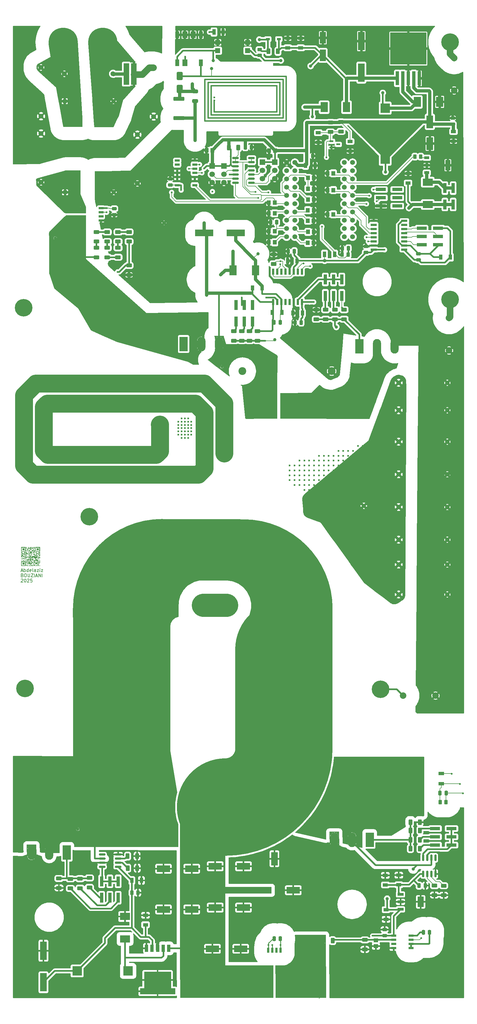
<source format=gtl>
G04 #@! TF.GenerationSoftware,KiCad,Pcbnew,9.0.3*
G04 #@! TF.CreationDate,2025-10-08T14:24:11+02:00*
G04 #@! TF.ProjectId,LLC_DCDC_V4,4c4c435f-4443-4444-935f-56342e6b6963,rev?*
G04 #@! TF.SameCoordinates,Original*
G04 #@! TF.FileFunction,Copper,L1,Top*
G04 #@! TF.FilePolarity,Positive*
%FSLAX46Y46*%
G04 Gerber Fmt 4.6, Leading zero omitted, Abs format (unit mm)*
G04 Created by KiCad (PCBNEW 9.0.3) date 2025-10-08 14:24:11*
%MOMM*%
%LPD*%
G01*
G04 APERTURE LIST*
G04 Aperture macros list*
%AMRoundRect*
0 Rectangle with rounded corners*
0 $1 Rounding radius*
0 $2 $3 $4 $5 $6 $7 $8 $9 X,Y pos of 4 corners*
0 Add a 4 corners polygon primitive as box body*
4,1,4,$2,$3,$4,$5,$6,$7,$8,$9,$2,$3,0*
0 Add four circle primitives for the rounded corners*
1,1,$1+$1,$2,$3*
1,1,$1+$1,$4,$5*
1,1,$1+$1,$6,$7*
1,1,$1+$1,$8,$9*
0 Add four rect primitives between the rounded corners*
20,1,$1+$1,$2,$3,$4,$5,0*
20,1,$1+$1,$4,$5,$6,$7,0*
20,1,$1+$1,$6,$7,$8,$9,0*
20,1,$1+$1,$8,$9,$2,$3,0*%
G04 Aperture macros list end*
%ADD10C,0.200000*%
G04 #@! TA.AperFunction,NonConductor*
%ADD11C,0.200000*%
G04 #@! TD*
G04 #@! TA.AperFunction,Conductor*
%ADD12C,0.500000*%
G04 #@! TD*
G04 #@! TA.AperFunction,Conductor*
%ADD13C,0.000000*%
G04 #@! TD*
G04 #@! TA.AperFunction,Conductor*
%ADD14C,0.200000*%
G04 #@! TD*
G04 #@! TA.AperFunction,Conductor*
%ADD15C,0.100000*%
G04 #@! TD*
G04 #@! TA.AperFunction,Conductor*
%ADD16C,7.125000*%
G04 #@! TD*
G04 #@! TA.AperFunction,Conductor*
%ADD17C,1.000000*%
G04 #@! TD*
G04 #@! TA.AperFunction,EtchedComponent*
%ADD18C,0.000000*%
G04 #@! TD*
G04 #@! TA.AperFunction,EtchedComponent*
%ADD19C,0.200000*%
G04 #@! TD*
G04 #@! TA.AperFunction,EtchedComponent*
%ADD20C,30.000000*%
G04 #@! TD*
G04 #@! TA.AperFunction,EtchedComponent*
%ADD21C,18.880000*%
G04 #@! TD*
G04 #@! TA.AperFunction,EtchedComponent*
%ADD22C,0.300000*%
G04 #@! TD*
G04 #@! TA.AperFunction,EtchedComponent*
%ADD23C,0.450000*%
G04 #@! TD*
G04 #@! TA.AperFunction,SMDPad,CuDef*
%ADD24RoundRect,0.250000X-0.312500X-0.625000X0.312500X-0.625000X0.312500X0.625000X-0.312500X0.625000X0*%
G04 #@! TD*
G04 #@! TA.AperFunction,ComponentPad*
%ADD25C,0.800000*%
G04 #@! TD*
G04 #@! TA.AperFunction,ComponentPad*
%ADD26C,5.400000*%
G04 #@! TD*
G04 #@! TA.AperFunction,ComponentPad*
%ADD27C,1.300000*%
G04 #@! TD*
G04 #@! TA.AperFunction,ComponentPad*
%ADD28R,1.300000X1.300000*%
G04 #@! TD*
G04 #@! TA.AperFunction,ComponentPad*
%ADD29C,1.500000*%
G04 #@! TD*
G04 #@! TA.AperFunction,SMDPad,CuDef*
%ADD30R,3.150000X2.250000*%
G04 #@! TD*
G04 #@! TA.AperFunction,SMDPad,CuDef*
%ADD31R,4.100000X2.000000*%
G04 #@! TD*
G04 #@! TA.AperFunction,ComponentPad*
%ADD32C,1.508000*%
G04 #@! TD*
G04 #@! TA.AperFunction,SMDPad,CuDef*
%ADD33R,1.600000X1.050000*%
G04 #@! TD*
G04 #@! TA.AperFunction,SMDPad,CuDef*
%ADD34RoundRect,0.250000X0.625000X-0.312500X0.625000X0.312500X-0.625000X0.312500X-0.625000X-0.312500X0*%
G04 #@! TD*
G04 #@! TA.AperFunction,ComponentPad*
%ADD35C,1.700000*%
G04 #@! TD*
G04 #@! TA.AperFunction,ComponentPad*
%ADD36R,1.700000X1.700000*%
G04 #@! TD*
G04 #@! TA.AperFunction,SMDPad,CuDef*
%ADD37R,2.050000X4.000000*%
G04 #@! TD*
G04 #@! TA.AperFunction,SMDPad,CuDef*
%ADD38RoundRect,0.250000X-0.250000X-0.475000X0.250000X-0.475000X0.250000X0.475000X-0.250000X0.475000X0*%
G04 #@! TD*
G04 #@! TA.AperFunction,ComponentPad*
%ADD39C,1.400000*%
G04 #@! TD*
G04 #@! TA.AperFunction,SMDPad,CuDef*
%ADD40RoundRect,0.250000X-0.262500X-0.450000X0.262500X-0.450000X0.262500X0.450000X-0.262500X0.450000X0*%
G04 #@! TD*
G04 #@! TA.AperFunction,SMDPad,CuDef*
%ADD41R,1.500000X0.650000*%
G04 #@! TD*
G04 #@! TA.AperFunction,SMDPad,CuDef*
%ADD42R,1.150000X1.450000*%
G04 #@! TD*
G04 #@! TA.AperFunction,ComponentPad*
%ADD43O,2.500000X4.500000*%
G04 #@! TD*
G04 #@! TA.AperFunction,ComponentPad*
%ADD44R,2.500000X4.500000*%
G04 #@! TD*
G04 #@! TA.AperFunction,SMDPad,CuDef*
%ADD45C,1.000000*%
G04 #@! TD*
G04 #@! TA.AperFunction,SMDPad,CuDef*
%ADD46R,1.050000X1.600000*%
G04 #@! TD*
G04 #@! TA.AperFunction,SMDPad,CuDef*
%ADD47RoundRect,0.250000X-0.625000X0.312500X-0.625000X-0.312500X0.625000X-0.312500X0.625000X0.312500X0*%
G04 #@! TD*
G04 #@! TA.AperFunction,SMDPad,CuDef*
%ADD48RoundRect,0.250000X-0.450000X0.262500X-0.450000X-0.262500X0.450000X-0.262500X0.450000X0.262500X0*%
G04 #@! TD*
G04 #@! TA.AperFunction,SMDPad,CuDef*
%ADD49R,5.700000X2.000000*%
G04 #@! TD*
G04 #@! TA.AperFunction,SMDPad,CuDef*
%ADD50R,3.000000X2.900000*%
G04 #@! TD*
G04 #@! TA.AperFunction,SMDPad,CuDef*
%ADD51R,3.150000X1.000000*%
G04 #@! TD*
G04 #@! TA.AperFunction,SMDPad,CuDef*
%ADD52R,1.000000X3.150000*%
G04 #@! TD*
G04 #@! TA.AperFunction,SMDPad,CuDef*
%ADD53RoundRect,0.150000X0.825000X0.150000X-0.825000X0.150000X-0.825000X-0.150000X0.825000X-0.150000X0*%
G04 #@! TD*
G04 #@! TA.AperFunction,SMDPad,CuDef*
%ADD54RoundRect,0.250000X0.250000X0.475000X-0.250000X0.475000X-0.250000X-0.475000X0.250000X-0.475000X0*%
G04 #@! TD*
G04 #@! TA.AperFunction,SMDPad,CuDef*
%ADD55R,0.650000X1.528000*%
G04 #@! TD*
G04 #@! TA.AperFunction,SMDPad,CuDef*
%ADD56R,2.250000X3.150000*%
G04 #@! TD*
G04 #@! TA.AperFunction,SMDPad,CuDef*
%ADD57R,1.600000X1.500000*%
G04 #@! TD*
G04 #@! TA.AperFunction,SMDPad,CuDef*
%ADD58RoundRect,0.250000X0.650000X-1.000000X0.650000X1.000000X-0.650000X1.000000X-0.650000X-1.000000X0*%
G04 #@! TD*
G04 #@! TA.AperFunction,SMDPad,CuDef*
%ADD59R,1.050000X1.800000*%
G04 #@! TD*
G04 #@! TA.AperFunction,SMDPad,CuDef*
%ADD60RoundRect,0.250000X0.312500X0.625000X-0.312500X0.625000X-0.312500X-0.625000X0.312500X-0.625000X0*%
G04 #@! TD*
G04 #@! TA.AperFunction,SMDPad,CuDef*
%ADD61R,1.800000X1.050000*%
G04 #@! TD*
G04 #@! TA.AperFunction,SMDPad,CuDef*
%ADD62RoundRect,0.250000X0.475000X-0.250000X0.475000X0.250000X-0.475000X0.250000X-0.475000X-0.250000X0*%
G04 #@! TD*
G04 #@! TA.AperFunction,SMDPad,CuDef*
%ADD63R,2.000000X5.700000*%
G04 #@! TD*
G04 #@! TA.AperFunction,SMDPad,CuDef*
%ADD64R,1.450000X1.150000*%
G04 #@! TD*
G04 #@! TA.AperFunction,SMDPad,CuDef*
%ADD65R,1.950000X0.650000*%
G04 #@! TD*
G04 #@! TA.AperFunction,ComponentPad*
%ADD66C,0.900000*%
G04 #@! TD*
G04 #@! TA.AperFunction,ComponentPad*
%ADD67C,9.000000*%
G04 #@! TD*
G04 #@! TA.AperFunction,SMDPad,CuDef*
%ADD68R,11.180000X9.910000*%
G04 #@! TD*
G04 #@! TA.AperFunction,SMDPad,CuDef*
%ADD69R,1.020000X4.320000*%
G04 #@! TD*
G04 #@! TA.AperFunction,SMDPad,CuDef*
%ADD70RoundRect,0.250000X0.650000X-0.325000X0.650000X0.325000X-0.650000X0.325000X-0.650000X-0.325000X0*%
G04 #@! TD*
G04 #@! TA.AperFunction,SMDPad,CuDef*
%ADD71R,1.168000X2.032000*%
G04 #@! TD*
G04 #@! TA.AperFunction,SMDPad,CuDef*
%ADD72R,1.524000X2.032000*%
G04 #@! TD*
G04 #@! TA.AperFunction,SMDPad,CuDef*
%ADD73RoundRect,0.250000X-0.475000X0.250000X-0.475000X-0.250000X0.475000X-0.250000X0.475000X0.250000X0*%
G04 #@! TD*
G04 #@! TA.AperFunction,SMDPad,CuDef*
%ADD74RoundRect,0.250000X0.262500X0.450000X-0.262500X0.450000X-0.262500X-0.450000X0.262500X-0.450000X0*%
G04 #@! TD*
G04 #@! TA.AperFunction,ComponentPad*
%ADD75C,2.400000*%
G04 #@! TD*
G04 #@! TA.AperFunction,SMDPad,CuDef*
%ADD76RoundRect,0.150000X0.150000X-0.825000X0.150000X0.825000X-0.150000X0.825000X-0.150000X-0.825000X0*%
G04 #@! TD*
G04 #@! TA.AperFunction,SMDPad,CuDef*
%ADD77RoundRect,0.150000X-0.825000X-0.150000X0.825000X-0.150000X0.825000X0.150000X-0.825000X0.150000X0*%
G04 #@! TD*
G04 #@! TA.AperFunction,SMDPad,CuDef*
%ADD78R,1.850000X3.550000*%
G04 #@! TD*
G04 #@! TA.AperFunction,ComponentPad*
%ADD79C,2.000000*%
G04 #@! TD*
G04 #@! TA.AperFunction,SMDPad,CuDef*
%ADD80R,1.200000X0.750000*%
G04 #@! TD*
G04 #@! TA.AperFunction,SMDPad,CuDef*
%ADD81R,4.450000X1.520000*%
G04 #@! TD*
G04 #@! TA.AperFunction,SMDPad,CuDef*
%ADD82R,3.250000X3.400000*%
G04 #@! TD*
G04 #@! TA.AperFunction,SMDPad,CuDef*
%ADD83R,0.650000X1.850000*%
G04 #@! TD*
G04 #@! TA.AperFunction,SMDPad,CuDef*
%ADD84R,2.900000X3.000000*%
G04 #@! TD*
G04 #@! TA.AperFunction,SMDPad,CuDef*
%ADD85R,1.500000X3.200000*%
G04 #@! TD*
G04 #@! TA.AperFunction,SMDPad,CuDef*
%ADD86R,1.500000X0.900000*%
G04 #@! TD*
G04 #@! TA.AperFunction,SMDPad,CuDef*
%ADD87R,1.050000X1.820000*%
G04 #@! TD*
G04 #@! TA.AperFunction,SMDPad,CuDef*
%ADD88R,1.250000X0.600000*%
G04 #@! TD*
G04 #@! TA.AperFunction,SMDPad,CuDef*
%ADD89R,2.000000X4.100000*%
G04 #@! TD*
G04 #@! TA.AperFunction,SMDPad,CuDef*
%ADD90R,8.330000X5.080000*%
G04 #@! TD*
G04 #@! TA.AperFunction,SMDPad,CuDef*
%ADD91R,10.800000X1.910000*%
G04 #@! TD*
G04 #@! TA.AperFunction,SMDPad,CuDef*
%ADD92R,1.070000X2.160000*%
G04 #@! TD*
G04 #@! TA.AperFunction,SMDPad,CuDef*
%ADD93RoundRect,0.250000X1.425000X-0.362500X1.425000X0.362500X-1.425000X0.362500X-1.425000X-0.362500X0*%
G04 #@! TD*
G04 #@! TA.AperFunction,SMDPad,CuDef*
%ADD94R,1.750000X6.600000*%
G04 #@! TD*
G04 #@! TA.AperFunction,SMDPad,CuDef*
%ADD95R,1.525000X0.650000*%
G04 #@! TD*
G04 #@! TA.AperFunction,SMDPad,CuDef*
%ADD96R,1.850000X3.200000*%
G04 #@! TD*
G04 #@! TA.AperFunction,SMDPad,CuDef*
%ADD97R,1.850000X0.900000*%
G04 #@! TD*
G04 #@! TA.AperFunction,ViaPad*
%ADD98C,0.600000*%
G04 #@! TD*
G04 #@! TA.AperFunction,Conductor*
%ADD99C,0.250000*%
G04 #@! TD*
G04 #@! TA.AperFunction,Conductor*
%ADD100C,2.000000*%
G04 #@! TD*
G04 #@! TA.AperFunction,Conductor*
%ADD101C,5.500000*%
G04 #@! TD*
G04 #@! TA.AperFunction,Conductor*
%ADD102C,0.540000*%
G04 #@! TD*
G04 APERTURE END LIST*
G04 #@! TA.AperFunction,NonConductor*
G36*
X80360000Y-212920000D02*
G01*
X80560000Y-212920000D01*
X80560000Y-213120000D01*
X80360000Y-213120000D01*
X80360000Y-212920000D01*
G37*
G04 #@! TD.AperFunction*
G04 #@! TA.AperFunction,NonConductor*
G36*
X84360000Y-217520000D02*
G01*
X84560000Y-217520000D01*
X84560000Y-217720000D01*
X84360000Y-217720000D01*
X84360000Y-217520000D01*
G37*
G04 #@! TD.AperFunction*
G04 #@! TA.AperFunction,NonConductor*
G36*
X81160000Y-213520000D02*
G01*
X81360000Y-213520000D01*
X81360000Y-213720000D01*
X81160000Y-213720000D01*
X81160000Y-213520000D01*
G37*
G04 #@! TD.AperFunction*
G04 #@! TA.AperFunction,NonConductor*
G36*
X81560000Y-216920000D02*
G01*
X81760000Y-216920000D01*
X81760000Y-217120000D01*
X81560000Y-217120000D01*
X81560000Y-216920000D01*
G37*
G04 #@! TD.AperFunction*
G04 #@! TA.AperFunction,NonConductor*
G36*
X80760000Y-213320000D02*
G01*
X80960000Y-213320000D01*
X80960000Y-213520000D01*
X80760000Y-213520000D01*
X80760000Y-213320000D01*
G37*
G04 #@! TD.AperFunction*
G04 #@! TA.AperFunction,NonConductor*
G36*
X85960000Y-212920000D02*
G01*
X86160000Y-212920000D01*
X86160000Y-213120000D01*
X85960000Y-213120000D01*
X85960000Y-212920000D01*
G37*
G04 #@! TD.AperFunction*
G04 #@! TA.AperFunction,NonConductor*
G36*
X83960000Y-217520000D02*
G01*
X84160000Y-217520000D01*
X84160000Y-217720000D01*
X83960000Y-217720000D01*
X83960000Y-217520000D01*
G37*
G04 #@! TD.AperFunction*
G04 #@! TA.AperFunction,NonConductor*
G36*
X81560000Y-217320000D02*
G01*
X81760000Y-217320000D01*
X81760000Y-217520000D01*
X81560000Y-217520000D01*
X81560000Y-217320000D01*
G37*
G04 #@! TD.AperFunction*
G04 #@! TA.AperFunction,NonConductor*
G36*
X83160000Y-215720000D02*
G01*
X83360000Y-215720000D01*
X83360000Y-215920000D01*
X83160000Y-215920000D01*
X83160000Y-215720000D01*
G37*
G04 #@! TD.AperFunction*
G04 #@! TA.AperFunction,NonConductor*
G36*
X82960000Y-216120000D02*
G01*
X83160000Y-216120000D01*
X83160000Y-216320000D01*
X82960000Y-216320000D01*
X82960000Y-216120000D01*
G37*
G04 #@! TD.AperFunction*
G04 #@! TA.AperFunction,NonConductor*
G36*
X82760000Y-215720000D02*
G01*
X82960000Y-215720000D01*
X82960000Y-215920000D01*
X82760000Y-215920000D01*
X82760000Y-215720000D01*
G37*
G04 #@! TD.AperFunction*
G04 #@! TA.AperFunction,NonConductor*
G36*
X83160000Y-214320000D02*
G01*
X83360000Y-214320000D01*
X83360000Y-214520000D01*
X83160000Y-214520000D01*
X83160000Y-214320000D01*
G37*
G04 #@! TD.AperFunction*
G04 #@! TA.AperFunction,NonConductor*
G36*
X82560000Y-217720000D02*
G01*
X82760000Y-217720000D01*
X82760000Y-217920000D01*
X82560000Y-217920000D01*
X82560000Y-217720000D01*
G37*
G04 #@! TD.AperFunction*
G04 #@! TA.AperFunction,NonConductor*
G36*
X82360000Y-217320000D02*
G01*
X82560000Y-217320000D01*
X82560000Y-217520000D01*
X82360000Y-217520000D01*
X82360000Y-217320000D01*
G37*
G04 #@! TD.AperFunction*
G04 #@! TA.AperFunction,NonConductor*
G36*
X85360000Y-216520000D02*
G01*
X85560000Y-216520000D01*
X85560000Y-216720000D01*
X85360000Y-216720000D01*
X85360000Y-216520000D01*
G37*
G04 #@! TD.AperFunction*
G04 #@! TA.AperFunction,NonConductor*
G36*
X80760000Y-216120000D02*
G01*
X80960000Y-216120000D01*
X80960000Y-216320000D01*
X80760000Y-216320000D01*
X80760000Y-216120000D01*
G37*
G04 #@! TD.AperFunction*
G04 #@! TA.AperFunction,NonConductor*
G36*
X81160000Y-218520000D02*
G01*
X81360000Y-218520000D01*
X81360000Y-218720000D01*
X81160000Y-218720000D01*
X81160000Y-218520000D01*
G37*
G04 #@! TD.AperFunction*
G04 #@! TA.AperFunction,NonConductor*
G36*
X82960000Y-213920000D02*
G01*
X83160000Y-213920000D01*
X83160000Y-214120000D01*
X82960000Y-214120000D01*
X82960000Y-213920000D01*
G37*
G04 #@! TD.AperFunction*
G04 #@! TA.AperFunction,NonConductor*
G36*
X82360000Y-215120000D02*
G01*
X82560000Y-215120000D01*
X82560000Y-215320000D01*
X82360000Y-215320000D01*
X82360000Y-215120000D01*
G37*
G04 #@! TD.AperFunction*
G04 #@! TA.AperFunction,NonConductor*
G36*
X83360000Y-216120000D02*
G01*
X83560000Y-216120000D01*
X83560000Y-216320000D01*
X83360000Y-216320000D01*
X83360000Y-216120000D01*
G37*
G04 #@! TD.AperFunction*
G04 #@! TA.AperFunction,NonConductor*
G36*
X80360000Y-213120000D02*
G01*
X80560000Y-213120000D01*
X80560000Y-213320000D01*
X80360000Y-213320000D01*
X80360000Y-213120000D01*
G37*
G04 #@! TD.AperFunction*
G04 #@! TA.AperFunction,NonConductor*
G36*
X84360000Y-212920000D02*
G01*
X84560000Y-212920000D01*
X84560000Y-213120000D01*
X84360000Y-213120000D01*
X84360000Y-212920000D01*
G37*
G04 #@! TD.AperFunction*
G04 #@! TA.AperFunction,NonConductor*
G36*
X83160000Y-218120000D02*
G01*
X83360000Y-218120000D01*
X83360000Y-218320000D01*
X83160000Y-218320000D01*
X83160000Y-218120000D01*
G37*
G04 #@! TD.AperFunction*
G04 #@! TA.AperFunction,NonConductor*
G36*
X82560000Y-214720000D02*
G01*
X82760000Y-214720000D01*
X82760000Y-214920000D01*
X82560000Y-214920000D01*
X82560000Y-214720000D01*
G37*
G04 #@! TD.AperFunction*
G04 #@! TA.AperFunction,NonConductor*
G36*
X80760000Y-215120000D02*
G01*
X80960000Y-215120000D01*
X80960000Y-215320000D01*
X80760000Y-215320000D01*
X80760000Y-215120000D01*
G37*
G04 #@! TD.AperFunction*
G04 #@! TA.AperFunction,NonConductor*
G36*
X82960000Y-216320000D02*
G01*
X83160000Y-216320000D01*
X83160000Y-216520000D01*
X82960000Y-216520000D01*
X82960000Y-216320000D01*
G37*
G04 #@! TD.AperFunction*
G04 #@! TA.AperFunction,NonConductor*
G36*
X85760000Y-214120000D02*
G01*
X85960000Y-214120000D01*
X85960000Y-214320000D01*
X85760000Y-214320000D01*
X85760000Y-214120000D01*
G37*
G04 #@! TD.AperFunction*
G04 #@! TA.AperFunction,NonConductor*
G36*
X85160000Y-216720000D02*
G01*
X85360000Y-216720000D01*
X85360000Y-216920000D01*
X85160000Y-216920000D01*
X85160000Y-216720000D01*
G37*
G04 #@! TD.AperFunction*
G04 #@! TA.AperFunction,NonConductor*
G36*
X84960000Y-215320000D02*
G01*
X85160000Y-215320000D01*
X85160000Y-215520000D01*
X84960000Y-215520000D01*
X84960000Y-215320000D01*
G37*
G04 #@! TD.AperFunction*
G04 #@! TA.AperFunction,NonConductor*
G36*
X83960000Y-214520000D02*
G01*
X84160000Y-214520000D01*
X84160000Y-214720000D01*
X83960000Y-214720000D01*
X83960000Y-214520000D01*
G37*
G04 #@! TD.AperFunction*
G04 #@! TA.AperFunction,NonConductor*
G36*
X83960000Y-218120000D02*
G01*
X84160000Y-218120000D01*
X84160000Y-218320000D01*
X83960000Y-218320000D01*
X83960000Y-218120000D01*
G37*
G04 #@! TD.AperFunction*
G04 #@! TA.AperFunction,NonConductor*
G36*
X85960000Y-218520000D02*
G01*
X86160000Y-218520000D01*
X86160000Y-218720000D01*
X85960000Y-218720000D01*
X85960000Y-218520000D01*
G37*
G04 #@! TD.AperFunction*
G04 #@! TA.AperFunction,NonConductor*
G36*
X80360000Y-214120000D02*
G01*
X80560000Y-214120000D01*
X80560000Y-214320000D01*
X80360000Y-214320000D01*
X80360000Y-214120000D01*
G37*
G04 #@! TD.AperFunction*
G04 #@! TA.AperFunction,NonConductor*
G36*
X81560000Y-214520000D02*
G01*
X81760000Y-214520000D01*
X81760000Y-214720000D01*
X81560000Y-214720000D01*
X81560000Y-214520000D01*
G37*
G04 #@! TD.AperFunction*
G04 #@! TA.AperFunction,NonConductor*
G36*
X81560000Y-213920000D02*
G01*
X81760000Y-213920000D01*
X81760000Y-214120000D01*
X81560000Y-214120000D01*
X81560000Y-213920000D01*
G37*
G04 #@! TD.AperFunction*
G04 #@! TA.AperFunction,NonConductor*
G36*
X83760000Y-218520000D02*
G01*
X83960000Y-218520000D01*
X83960000Y-218720000D01*
X83760000Y-218720000D01*
X83760000Y-218520000D01*
G37*
G04 #@! TD.AperFunction*
G04 #@! TA.AperFunction,NonConductor*
G36*
X84360000Y-215920000D02*
G01*
X84560000Y-215920000D01*
X84560000Y-216120000D01*
X84360000Y-216120000D01*
X84360000Y-215920000D01*
G37*
G04 #@! TD.AperFunction*
G04 #@! TA.AperFunction,NonConductor*
G36*
X83360000Y-215920000D02*
G01*
X83560000Y-215920000D01*
X83560000Y-216120000D01*
X83360000Y-216120000D01*
X83360000Y-215920000D01*
G37*
G04 #@! TD.AperFunction*
G04 #@! TA.AperFunction,NonConductor*
G36*
X80360000Y-217920000D02*
G01*
X80560000Y-217920000D01*
X80560000Y-218120000D01*
X80360000Y-218120000D01*
X80360000Y-217920000D01*
G37*
G04 #@! TD.AperFunction*
G04 #@! TA.AperFunction,NonConductor*
G36*
X82160000Y-218520000D02*
G01*
X82360000Y-218520000D01*
X82360000Y-218720000D01*
X82160000Y-218720000D01*
X82160000Y-218520000D01*
G37*
G04 #@! TD.AperFunction*
G04 #@! TA.AperFunction,NonConductor*
G36*
X85760000Y-217720000D02*
G01*
X85960000Y-217720000D01*
X85960000Y-217920000D01*
X85760000Y-217920000D01*
X85760000Y-217720000D01*
G37*
G04 #@! TD.AperFunction*
G04 #@! TA.AperFunction,NonConductor*
G36*
X84360000Y-215720000D02*
G01*
X84560000Y-215720000D01*
X84560000Y-215920000D01*
X84360000Y-215920000D01*
X84360000Y-215720000D01*
G37*
G04 #@! TD.AperFunction*
G04 #@! TA.AperFunction,NonConductor*
G36*
X81560000Y-213120000D02*
G01*
X81760000Y-213120000D01*
X81760000Y-213320000D01*
X81560000Y-213320000D01*
X81560000Y-213120000D01*
G37*
G04 #@! TD.AperFunction*
G04 #@! TA.AperFunction,NonConductor*
G36*
X80360000Y-213920000D02*
G01*
X80560000Y-213920000D01*
X80560000Y-214120000D01*
X80360000Y-214120000D01*
X80360000Y-213920000D01*
G37*
G04 #@! TD.AperFunction*
G04 #@! TA.AperFunction,NonConductor*
G36*
X83560000Y-214720000D02*
G01*
X83760000Y-214720000D01*
X83760000Y-214920000D01*
X83560000Y-214920000D01*
X83560000Y-214720000D01*
G37*
G04 #@! TD.AperFunction*
G04 #@! TA.AperFunction,NonConductor*
G36*
X85160000Y-217120000D02*
G01*
X85360000Y-217120000D01*
X85360000Y-217320000D01*
X85160000Y-217320000D01*
X85160000Y-217120000D01*
G37*
G04 #@! TD.AperFunction*
G04 #@! TA.AperFunction,NonConductor*
G36*
X80760000Y-216320000D02*
G01*
X80960000Y-216320000D01*
X80960000Y-216520000D01*
X80760000Y-216520000D01*
X80760000Y-216320000D01*
G37*
G04 #@! TD.AperFunction*
G04 #@! TA.AperFunction,NonConductor*
G36*
X83760000Y-213320000D02*
G01*
X83960000Y-213320000D01*
X83960000Y-213520000D01*
X83760000Y-213520000D01*
X83760000Y-213320000D01*
G37*
G04 #@! TD.AperFunction*
G04 #@! TA.AperFunction,NonConductor*
G36*
X83160000Y-212920000D02*
G01*
X83360000Y-212920000D01*
X83360000Y-213120000D01*
X83160000Y-213120000D01*
X83160000Y-212920000D01*
G37*
G04 #@! TD.AperFunction*
G04 #@! TA.AperFunction,NonConductor*
G36*
X81160000Y-212920000D02*
G01*
X81360000Y-212920000D01*
X81360000Y-213120000D01*
X81160000Y-213120000D01*
X81160000Y-212920000D01*
G37*
G04 #@! TD.AperFunction*
G04 #@! TA.AperFunction,NonConductor*
G36*
X84760000Y-216120000D02*
G01*
X84960000Y-216120000D01*
X84960000Y-216320000D01*
X84760000Y-216320000D01*
X84760000Y-216120000D01*
G37*
G04 #@! TD.AperFunction*
G04 #@! TA.AperFunction,NonConductor*
G36*
X80960000Y-214120000D02*
G01*
X81160000Y-214120000D01*
X81160000Y-214320000D01*
X80960000Y-214320000D01*
X80960000Y-214120000D01*
G37*
G04 #@! TD.AperFunction*
G04 #@! TA.AperFunction,NonConductor*
G36*
X84160000Y-214520000D02*
G01*
X84360000Y-214520000D01*
X84360000Y-214720000D01*
X84160000Y-214720000D01*
X84160000Y-214520000D01*
G37*
G04 #@! TD.AperFunction*
G04 #@! TA.AperFunction,NonConductor*
G36*
X80960000Y-212920000D02*
G01*
X81160000Y-212920000D01*
X81160000Y-213120000D01*
X80960000Y-213120000D01*
X80960000Y-212920000D01*
G37*
G04 #@! TD.AperFunction*
G04 #@! TA.AperFunction,NonConductor*
G36*
X85960000Y-214720000D02*
G01*
X86160000Y-214720000D01*
X86160000Y-214920000D01*
X85960000Y-214920000D01*
X85960000Y-214720000D01*
G37*
G04 #@! TD.AperFunction*
G04 #@! TA.AperFunction,NonConductor*
G36*
X85160000Y-216120000D02*
G01*
X85360000Y-216120000D01*
X85360000Y-216320000D01*
X85160000Y-216320000D01*
X85160000Y-216120000D01*
G37*
G04 #@! TD.AperFunction*
G04 #@! TA.AperFunction,NonConductor*
G36*
X84560000Y-217720000D02*
G01*
X84760000Y-217720000D01*
X84760000Y-217920000D01*
X84560000Y-217920000D01*
X84560000Y-217720000D01*
G37*
G04 #@! TD.AperFunction*
G04 #@! TA.AperFunction,NonConductor*
G36*
X82760000Y-214120000D02*
G01*
X82960000Y-214120000D01*
X82960000Y-214320000D01*
X82760000Y-214320000D01*
X82760000Y-214120000D01*
G37*
G04 #@! TD.AperFunction*
G04 #@! TA.AperFunction,NonConductor*
G36*
X80560000Y-215520000D02*
G01*
X80760000Y-215520000D01*
X80760000Y-215720000D01*
X80560000Y-215720000D01*
X80560000Y-215520000D01*
G37*
G04 #@! TD.AperFunction*
G04 #@! TA.AperFunction,NonConductor*
G36*
X83160000Y-215320000D02*
G01*
X83360000Y-215320000D01*
X83360000Y-215520000D01*
X83160000Y-215520000D01*
X83160000Y-215320000D01*
G37*
G04 #@! TD.AperFunction*
G04 #@! TA.AperFunction,NonConductor*
G36*
X84760000Y-215520000D02*
G01*
X84960000Y-215520000D01*
X84960000Y-215720000D01*
X84760000Y-215720000D01*
X84760000Y-215520000D01*
G37*
G04 #@! TD.AperFunction*
G04 #@! TA.AperFunction,NonConductor*
G36*
X85160000Y-218320000D02*
G01*
X85360000Y-218320000D01*
X85360000Y-218520000D01*
X85160000Y-218520000D01*
X85160000Y-218320000D01*
G37*
G04 #@! TD.AperFunction*
G04 #@! TA.AperFunction,NonConductor*
G36*
X82360000Y-218120000D02*
G01*
X82560000Y-218120000D01*
X82560000Y-218320000D01*
X82360000Y-218320000D01*
X82360000Y-218120000D01*
G37*
G04 #@! TD.AperFunction*
G04 #@! TA.AperFunction,NonConductor*
G36*
X81160000Y-214720000D02*
G01*
X81360000Y-214720000D01*
X81360000Y-214920000D01*
X81160000Y-214920000D01*
X81160000Y-214720000D01*
G37*
G04 #@! TD.AperFunction*
G04 #@! TA.AperFunction,NonConductor*
G36*
X84760000Y-217920000D02*
G01*
X84960000Y-217920000D01*
X84960000Y-218120000D01*
X84760000Y-218120000D01*
X84760000Y-217920000D01*
G37*
G04 #@! TD.AperFunction*
G04 #@! TA.AperFunction,NonConductor*
G36*
X84760000Y-213920000D02*
G01*
X84960000Y-213920000D01*
X84960000Y-214120000D01*
X84760000Y-214120000D01*
X84760000Y-213920000D01*
G37*
G04 #@! TD.AperFunction*
G04 #@! TA.AperFunction,NonConductor*
G36*
X81760000Y-215320000D02*
G01*
X81960000Y-215320000D01*
X81960000Y-215520000D01*
X81760000Y-215520000D01*
X81760000Y-215320000D01*
G37*
G04 #@! TD.AperFunction*
G04 #@! TA.AperFunction,NonConductor*
G36*
X80560000Y-214120000D02*
G01*
X80760000Y-214120000D01*
X80760000Y-214320000D01*
X80560000Y-214320000D01*
X80560000Y-214120000D01*
G37*
G04 #@! TD.AperFunction*
G04 #@! TA.AperFunction,NonConductor*
G36*
X85960000Y-213720000D02*
G01*
X86160000Y-213720000D01*
X86160000Y-213920000D01*
X85960000Y-213920000D01*
X85960000Y-213720000D01*
G37*
G04 #@! TD.AperFunction*
G04 #@! TA.AperFunction,NonConductor*
G36*
X80360000Y-215320000D02*
G01*
X80560000Y-215320000D01*
X80560000Y-215520000D01*
X80360000Y-215520000D01*
X80360000Y-215320000D01*
G37*
G04 #@! TD.AperFunction*
G04 #@! TA.AperFunction,NonConductor*
G36*
X81160000Y-216320000D02*
G01*
X81360000Y-216320000D01*
X81360000Y-216520000D01*
X81160000Y-216520000D01*
X81160000Y-216320000D01*
G37*
G04 #@! TD.AperFunction*
G04 #@! TA.AperFunction,NonConductor*
G36*
X83960000Y-212920000D02*
G01*
X84160000Y-212920000D01*
X84160000Y-213120000D01*
X83960000Y-213120000D01*
X83960000Y-212920000D01*
G37*
G04 #@! TD.AperFunction*
G04 #@! TA.AperFunction,NonConductor*
G36*
X85360000Y-218520000D02*
G01*
X85560000Y-218520000D01*
X85560000Y-218720000D01*
X85360000Y-218720000D01*
X85360000Y-218520000D01*
G37*
G04 #@! TD.AperFunction*
G04 #@! TA.AperFunction,NonConductor*
G36*
X82360000Y-215720000D02*
G01*
X82560000Y-215720000D01*
X82560000Y-215920000D01*
X82360000Y-215920000D01*
X82360000Y-215720000D01*
G37*
G04 #@! TD.AperFunction*
G04 #@! TA.AperFunction,NonConductor*
G36*
X82760000Y-213120000D02*
G01*
X82960000Y-213120000D01*
X82960000Y-213320000D01*
X82760000Y-213320000D01*
X82760000Y-213120000D01*
G37*
G04 #@! TD.AperFunction*
G04 #@! TA.AperFunction,NonConductor*
G36*
X84760000Y-216920000D02*
G01*
X84960000Y-216920000D01*
X84960000Y-217120000D01*
X84760000Y-217120000D01*
X84760000Y-216920000D01*
G37*
G04 #@! TD.AperFunction*
G04 #@! TA.AperFunction,NonConductor*
G36*
X83360000Y-215320000D02*
G01*
X83560000Y-215320000D01*
X83560000Y-215520000D01*
X83360000Y-215520000D01*
X83360000Y-215320000D01*
G37*
G04 #@! TD.AperFunction*
G04 #@! TA.AperFunction,NonConductor*
G36*
X85160000Y-216920000D02*
G01*
X85360000Y-216920000D01*
X85360000Y-217120000D01*
X85160000Y-217120000D01*
X85160000Y-216920000D01*
G37*
G04 #@! TD.AperFunction*
G04 #@! TA.AperFunction,NonConductor*
G36*
X83960000Y-218520000D02*
G01*
X84160000Y-218520000D01*
X84160000Y-218720000D01*
X83960000Y-218720000D01*
X83960000Y-218520000D01*
G37*
G04 #@! TD.AperFunction*
G04 #@! TA.AperFunction,NonConductor*
G36*
X82960000Y-213320000D02*
G01*
X83160000Y-213320000D01*
X83160000Y-213520000D01*
X82960000Y-213520000D01*
X82960000Y-213320000D01*
G37*
G04 #@! TD.AperFunction*
G04 #@! TA.AperFunction,NonConductor*
G36*
X82160000Y-215920000D02*
G01*
X82360000Y-215920000D01*
X82360000Y-216120000D01*
X82160000Y-216120000D01*
X82160000Y-215920000D01*
G37*
G04 #@! TD.AperFunction*
G04 #@! TA.AperFunction,NonConductor*
G36*
X85960000Y-214120000D02*
G01*
X86160000Y-214120000D01*
X86160000Y-214320000D01*
X85960000Y-214320000D01*
X85960000Y-214120000D01*
G37*
G04 #@! TD.AperFunction*
G04 #@! TA.AperFunction,NonConductor*
G36*
X84560000Y-216920000D02*
G01*
X84760000Y-216920000D01*
X84760000Y-217120000D01*
X84560000Y-217120000D01*
X84560000Y-216920000D01*
G37*
G04 #@! TD.AperFunction*
G04 #@! TA.AperFunction,NonConductor*
G36*
X80960000Y-217920000D02*
G01*
X81160000Y-217920000D01*
X81160000Y-218120000D01*
X80960000Y-218120000D01*
X80960000Y-217920000D01*
G37*
G04 #@! TD.AperFunction*
G04 #@! TA.AperFunction,NonConductor*
G36*
X80760000Y-215320000D02*
G01*
X80960000Y-215320000D01*
X80960000Y-215520000D01*
X80760000Y-215520000D01*
X80760000Y-215320000D01*
G37*
G04 #@! TD.AperFunction*
G04 #@! TA.AperFunction,NonConductor*
G36*
X82160000Y-213520000D02*
G01*
X82360000Y-213520000D01*
X82360000Y-213720000D01*
X82160000Y-213720000D01*
X82160000Y-213520000D01*
G37*
G04 #@! TD.AperFunction*
G04 #@! TA.AperFunction,NonConductor*
G36*
X81360000Y-214120000D02*
G01*
X81560000Y-214120000D01*
X81560000Y-214320000D01*
X81360000Y-214320000D01*
X81360000Y-214120000D01*
G37*
G04 #@! TD.AperFunction*
G04 #@! TA.AperFunction,NonConductor*
G36*
X85560000Y-213720000D02*
G01*
X85760000Y-213720000D01*
X85760000Y-213920000D01*
X85560000Y-213920000D01*
X85560000Y-213720000D01*
G37*
G04 #@! TD.AperFunction*
G04 #@! TA.AperFunction,NonConductor*
G36*
X84360000Y-217720000D02*
G01*
X84560000Y-217720000D01*
X84560000Y-217920000D01*
X84360000Y-217920000D01*
X84360000Y-217720000D01*
G37*
G04 #@! TD.AperFunction*
G04 #@! TA.AperFunction,NonConductor*
G36*
X84760000Y-216520000D02*
G01*
X84960000Y-216520000D01*
X84960000Y-216720000D01*
X84760000Y-216720000D01*
X84760000Y-216520000D01*
G37*
G04 #@! TD.AperFunction*
G04 #@! TA.AperFunction,NonConductor*
G36*
X81160000Y-216920000D02*
G01*
X81360000Y-216920000D01*
X81360000Y-217120000D01*
X81160000Y-217120000D01*
X81160000Y-216920000D01*
G37*
G04 #@! TD.AperFunction*
G04 #@! TA.AperFunction,NonConductor*
G36*
X80760000Y-214120000D02*
G01*
X80960000Y-214120000D01*
X80960000Y-214320000D01*
X80760000Y-214320000D01*
X80760000Y-214120000D01*
G37*
G04 #@! TD.AperFunction*
G04 #@! TA.AperFunction,NonConductor*
G36*
X81960000Y-216120000D02*
G01*
X82160000Y-216120000D01*
X82160000Y-216320000D01*
X81960000Y-216320000D01*
X81960000Y-216120000D01*
G37*
G04 #@! TD.AperFunction*
G04 #@! TA.AperFunction,NonConductor*
G36*
X85560000Y-217120000D02*
G01*
X85760000Y-217120000D01*
X85760000Y-217320000D01*
X85560000Y-217320000D01*
X85560000Y-217120000D01*
G37*
G04 #@! TD.AperFunction*
G04 #@! TA.AperFunction,NonConductor*
G36*
X83160000Y-215920000D02*
G01*
X83360000Y-215920000D01*
X83360000Y-216120000D01*
X83160000Y-216120000D01*
X83160000Y-215920000D01*
G37*
G04 #@! TD.AperFunction*
G04 #@! TA.AperFunction,NonConductor*
G36*
X81360000Y-215120000D02*
G01*
X81560000Y-215120000D01*
X81560000Y-215320000D01*
X81360000Y-215320000D01*
X81360000Y-215120000D01*
G37*
G04 #@! TD.AperFunction*
G04 #@! TA.AperFunction,NonConductor*
G36*
X80560000Y-216520000D02*
G01*
X80760000Y-216520000D01*
X80760000Y-216720000D01*
X80560000Y-216720000D01*
X80560000Y-216520000D01*
G37*
G04 #@! TD.AperFunction*
G04 #@! TA.AperFunction,NonConductor*
G36*
X83960000Y-215120000D02*
G01*
X84160000Y-215120000D01*
X84160000Y-215320000D01*
X83960000Y-215320000D01*
X83960000Y-215120000D01*
G37*
G04 #@! TD.AperFunction*
G04 #@! TA.AperFunction,NonConductor*
G36*
X84360000Y-213920000D02*
G01*
X84560000Y-213920000D01*
X84560000Y-214120000D01*
X84360000Y-214120000D01*
X84360000Y-213920000D01*
G37*
G04 #@! TD.AperFunction*
G04 #@! TA.AperFunction,NonConductor*
G36*
X83960000Y-214120000D02*
G01*
X84160000Y-214120000D01*
X84160000Y-214320000D01*
X83960000Y-214320000D01*
X83960000Y-214120000D01*
G37*
G04 #@! TD.AperFunction*
G04 #@! TA.AperFunction,NonConductor*
G36*
X82560000Y-214520000D02*
G01*
X82760000Y-214520000D01*
X82760000Y-214720000D01*
X82560000Y-214720000D01*
X82560000Y-214520000D01*
G37*
G04 #@! TD.AperFunction*
G04 #@! TA.AperFunction,NonConductor*
G36*
X81560000Y-218520000D02*
G01*
X81760000Y-218520000D01*
X81760000Y-218720000D01*
X81560000Y-218720000D01*
X81560000Y-218520000D01*
G37*
G04 #@! TD.AperFunction*
G04 #@! TA.AperFunction,NonConductor*
G36*
X85960000Y-213520000D02*
G01*
X86160000Y-213520000D01*
X86160000Y-213720000D01*
X85960000Y-213720000D01*
X85960000Y-213520000D01*
G37*
G04 #@! TD.AperFunction*
G04 #@! TA.AperFunction,NonConductor*
G36*
X82760000Y-216720000D02*
G01*
X82960000Y-216720000D01*
X82960000Y-216920000D01*
X82760000Y-216920000D01*
X82760000Y-216720000D01*
G37*
G04 #@! TD.AperFunction*
G04 #@! TA.AperFunction,NonConductor*
G36*
X81960000Y-217520000D02*
G01*
X82160000Y-217520000D01*
X82160000Y-217720000D01*
X81960000Y-217720000D01*
X81960000Y-217520000D01*
G37*
G04 #@! TD.AperFunction*
G04 #@! TA.AperFunction,NonConductor*
G36*
X85560000Y-218520000D02*
G01*
X85760000Y-218520000D01*
X85760000Y-218720000D01*
X85560000Y-218720000D01*
X85560000Y-218520000D01*
G37*
G04 #@! TD.AperFunction*
G04 #@! TA.AperFunction,NonConductor*
G36*
X84760000Y-213720000D02*
G01*
X84960000Y-213720000D01*
X84960000Y-213920000D01*
X84760000Y-213920000D01*
X84760000Y-213720000D01*
G37*
G04 #@! TD.AperFunction*
G04 #@! TA.AperFunction,NonConductor*
G36*
X83760000Y-217520000D02*
G01*
X83960000Y-217520000D01*
X83960000Y-217720000D01*
X83760000Y-217720000D01*
X83760000Y-217520000D01*
G37*
G04 #@! TD.AperFunction*
G04 #@! TA.AperFunction,NonConductor*
G36*
X85560000Y-213520000D02*
G01*
X85760000Y-213520000D01*
X85760000Y-213720000D01*
X85560000Y-213720000D01*
X85560000Y-213520000D01*
G37*
G04 #@! TD.AperFunction*
G04 #@! TA.AperFunction,NonConductor*
G36*
X83160000Y-217520000D02*
G01*
X83360000Y-217520000D01*
X83360000Y-217720000D01*
X83160000Y-217720000D01*
X83160000Y-217520000D01*
G37*
G04 #@! TD.AperFunction*
G04 #@! TA.AperFunction,NonConductor*
G36*
X85360000Y-213720000D02*
G01*
X85560000Y-213720000D01*
X85560000Y-213920000D01*
X85360000Y-213920000D01*
X85360000Y-213720000D01*
G37*
G04 #@! TD.AperFunction*
G04 #@! TA.AperFunction,NonConductor*
G36*
X81560000Y-218320000D02*
G01*
X81760000Y-218320000D01*
X81760000Y-218520000D01*
X81560000Y-218520000D01*
X81560000Y-218320000D01*
G37*
G04 #@! TD.AperFunction*
G04 #@! TA.AperFunction,NonConductor*
G36*
X80360000Y-215920000D02*
G01*
X80560000Y-215920000D01*
X80560000Y-216120000D01*
X80360000Y-216120000D01*
X80360000Y-215920000D01*
G37*
G04 #@! TD.AperFunction*
G04 #@! TA.AperFunction,NonConductor*
G36*
X84160000Y-218320000D02*
G01*
X84360000Y-218320000D01*
X84360000Y-218520000D01*
X84160000Y-218520000D01*
X84160000Y-218320000D01*
G37*
G04 #@! TD.AperFunction*
G04 #@! TA.AperFunction,NonConductor*
G36*
X85560000Y-217520000D02*
G01*
X85760000Y-217520000D01*
X85760000Y-217720000D01*
X85560000Y-217720000D01*
X85560000Y-217520000D01*
G37*
G04 #@! TD.AperFunction*
G04 #@! TA.AperFunction,NonConductor*
G36*
X82960000Y-218120000D02*
G01*
X83160000Y-218120000D01*
X83160000Y-218320000D01*
X82960000Y-218320000D01*
X82960000Y-218120000D01*
G37*
G04 #@! TD.AperFunction*
G04 #@! TA.AperFunction,NonConductor*
G36*
X85560000Y-217720000D02*
G01*
X85760000Y-217720000D01*
X85760000Y-217920000D01*
X85560000Y-217920000D01*
X85560000Y-217720000D01*
G37*
G04 #@! TD.AperFunction*
G04 #@! TA.AperFunction,NonConductor*
G36*
X81760000Y-214920000D02*
G01*
X81960000Y-214920000D01*
X81960000Y-215120000D01*
X81760000Y-215120000D01*
X81760000Y-214920000D01*
G37*
G04 #@! TD.AperFunction*
G04 #@! TA.AperFunction,NonConductor*
G36*
X85360000Y-213320000D02*
G01*
X85560000Y-213320000D01*
X85560000Y-213520000D01*
X85360000Y-213520000D01*
X85360000Y-213320000D01*
G37*
G04 #@! TD.AperFunction*
G04 #@! TA.AperFunction,NonConductor*
G36*
X85160000Y-214120000D02*
G01*
X85360000Y-214120000D01*
X85360000Y-214320000D01*
X85160000Y-214320000D01*
X85160000Y-214120000D01*
G37*
G04 #@! TD.AperFunction*
G04 #@! TA.AperFunction,NonConductor*
G36*
X84960000Y-215120000D02*
G01*
X85160000Y-215120000D01*
X85160000Y-215320000D01*
X84960000Y-215320000D01*
X84960000Y-215120000D01*
G37*
G04 #@! TD.AperFunction*
G04 #@! TA.AperFunction,NonConductor*
G36*
X81760000Y-215720000D02*
G01*
X81960000Y-215720000D01*
X81960000Y-215920000D01*
X81760000Y-215920000D01*
X81760000Y-215720000D01*
G37*
G04 #@! TD.AperFunction*
G04 #@! TA.AperFunction,NonConductor*
G36*
X84560000Y-216320000D02*
G01*
X84760000Y-216320000D01*
X84760000Y-216520000D01*
X84560000Y-216520000D01*
X84560000Y-216320000D01*
G37*
G04 #@! TD.AperFunction*
G04 #@! TA.AperFunction,NonConductor*
G36*
X84960000Y-214720000D02*
G01*
X85160000Y-214720000D01*
X85160000Y-214920000D01*
X84960000Y-214920000D01*
X84960000Y-214720000D01*
G37*
G04 #@! TD.AperFunction*
G04 #@! TA.AperFunction,NonConductor*
G36*
X81360000Y-214520000D02*
G01*
X81560000Y-214520000D01*
X81560000Y-214720000D01*
X81360000Y-214720000D01*
X81360000Y-214520000D01*
G37*
G04 #@! TD.AperFunction*
G04 #@! TA.AperFunction,NonConductor*
G36*
X85160000Y-217920000D02*
G01*
X85360000Y-217920000D01*
X85360000Y-218120000D01*
X85160000Y-218120000D01*
X85160000Y-217920000D01*
G37*
G04 #@! TD.AperFunction*
G04 #@! TA.AperFunction,NonConductor*
G36*
X85360000Y-212920000D02*
G01*
X85560000Y-212920000D01*
X85560000Y-213120000D01*
X85360000Y-213120000D01*
X85360000Y-212920000D01*
G37*
G04 #@! TD.AperFunction*
G04 #@! TA.AperFunction,NonConductor*
G36*
X84560000Y-215720000D02*
G01*
X84760000Y-215720000D01*
X84760000Y-215920000D01*
X84560000Y-215920000D01*
X84560000Y-215720000D01*
G37*
G04 #@! TD.AperFunction*
G04 #@! TA.AperFunction,NonConductor*
G36*
X82760000Y-217320000D02*
G01*
X82960000Y-217320000D01*
X82960000Y-217520000D01*
X82760000Y-217520000D01*
X82760000Y-217320000D01*
G37*
G04 #@! TD.AperFunction*
G04 #@! TA.AperFunction,NonConductor*
G36*
X85960000Y-213120000D02*
G01*
X86160000Y-213120000D01*
X86160000Y-213320000D01*
X85960000Y-213320000D01*
X85960000Y-213120000D01*
G37*
G04 #@! TD.AperFunction*
G04 #@! TA.AperFunction,NonConductor*
G36*
X84960000Y-216720000D02*
G01*
X85160000Y-216720000D01*
X85160000Y-216920000D01*
X84960000Y-216920000D01*
X84960000Y-216720000D01*
G37*
G04 #@! TD.AperFunction*
G04 #@! TA.AperFunction,NonConductor*
G36*
X82760000Y-217720000D02*
G01*
X82960000Y-217720000D01*
X82960000Y-217920000D01*
X82760000Y-217920000D01*
X82760000Y-217720000D01*
G37*
G04 #@! TD.AperFunction*
G04 #@! TA.AperFunction,NonConductor*
G36*
X82760000Y-217920000D02*
G01*
X82960000Y-217920000D01*
X82960000Y-218120000D01*
X82760000Y-218120000D01*
X82760000Y-217920000D01*
G37*
G04 #@! TD.AperFunction*
G04 #@! TA.AperFunction,NonConductor*
G36*
X83360000Y-213320000D02*
G01*
X83560000Y-213320000D01*
X83560000Y-213520000D01*
X83360000Y-213520000D01*
X83360000Y-213320000D01*
G37*
G04 #@! TD.AperFunction*
G04 #@! TA.AperFunction,NonConductor*
G36*
X81960000Y-217120000D02*
G01*
X82160000Y-217120000D01*
X82160000Y-217320000D01*
X81960000Y-217320000D01*
X81960000Y-217120000D01*
G37*
G04 #@! TD.AperFunction*
G04 #@! TA.AperFunction,NonConductor*
G36*
X82560000Y-212920000D02*
G01*
X82760000Y-212920000D01*
X82760000Y-213120000D01*
X82560000Y-213120000D01*
X82560000Y-212920000D01*
G37*
G04 #@! TD.AperFunction*
G04 #@! TA.AperFunction,NonConductor*
G36*
X83960000Y-217720000D02*
G01*
X84160000Y-217720000D01*
X84160000Y-217920000D01*
X83960000Y-217920000D01*
X83960000Y-217720000D01*
G37*
G04 #@! TD.AperFunction*
G04 #@! TA.AperFunction,NonConductor*
G36*
X82960000Y-213120000D02*
G01*
X83160000Y-213120000D01*
X83160000Y-213320000D01*
X82960000Y-213320000D01*
X82960000Y-213120000D01*
G37*
G04 #@! TD.AperFunction*
G04 #@! TA.AperFunction,NonConductor*
G36*
X80960000Y-214920000D02*
G01*
X81160000Y-214920000D01*
X81160000Y-215120000D01*
X80960000Y-215120000D01*
X80960000Y-214920000D01*
G37*
G04 #@! TD.AperFunction*
G04 #@! TA.AperFunction,NonConductor*
G36*
X85160000Y-217320000D02*
G01*
X85360000Y-217320000D01*
X85360000Y-217520000D01*
X85160000Y-217520000D01*
X85160000Y-217320000D01*
G37*
G04 #@! TD.AperFunction*
G04 #@! TA.AperFunction,NonConductor*
G36*
X83560000Y-217920000D02*
G01*
X83760000Y-217920000D01*
X83760000Y-218120000D01*
X83560000Y-218120000D01*
X83560000Y-217920000D01*
G37*
G04 #@! TD.AperFunction*
G04 #@! TA.AperFunction,NonConductor*
G36*
X83160000Y-213120000D02*
G01*
X83360000Y-213120000D01*
X83360000Y-213320000D01*
X83160000Y-213320000D01*
X83160000Y-213120000D01*
G37*
G04 #@! TD.AperFunction*
G04 #@! TA.AperFunction,NonConductor*
G36*
X85560000Y-212920000D02*
G01*
X85760000Y-212920000D01*
X85760000Y-213120000D01*
X85560000Y-213120000D01*
X85560000Y-212920000D01*
G37*
G04 #@! TD.AperFunction*
G04 #@! TA.AperFunction,NonConductor*
G36*
X85760000Y-217920000D02*
G01*
X85960000Y-217920000D01*
X85960000Y-218120000D01*
X85760000Y-218120000D01*
X85760000Y-217920000D01*
G37*
G04 #@! TD.AperFunction*
G04 #@! TA.AperFunction,NonConductor*
G36*
X82960000Y-218520000D02*
G01*
X83160000Y-218520000D01*
X83160000Y-218720000D01*
X82960000Y-218720000D01*
X82960000Y-218520000D01*
G37*
G04 #@! TD.AperFunction*
G04 #@! TA.AperFunction,NonConductor*
G36*
X81560000Y-217720000D02*
G01*
X81760000Y-217720000D01*
X81760000Y-217920000D01*
X81560000Y-217920000D01*
X81560000Y-217720000D01*
G37*
G04 #@! TD.AperFunction*
G04 #@! TA.AperFunction,NonConductor*
G36*
X80560000Y-217320000D02*
G01*
X80760000Y-217320000D01*
X80760000Y-217520000D01*
X80560000Y-217520000D01*
X80560000Y-217320000D01*
G37*
G04 #@! TD.AperFunction*
G04 #@! TA.AperFunction,NonConductor*
G36*
X82160000Y-217920000D02*
G01*
X82360000Y-217920000D01*
X82360000Y-218120000D01*
X82160000Y-218120000D01*
X82160000Y-217920000D01*
G37*
G04 #@! TD.AperFunction*
G04 #@! TA.AperFunction,NonConductor*
G36*
X81960000Y-218520000D02*
G01*
X82160000Y-218520000D01*
X82160000Y-218720000D01*
X81960000Y-218720000D01*
X81960000Y-218520000D01*
G37*
G04 #@! TD.AperFunction*
G04 #@! TA.AperFunction,NonConductor*
G36*
X84960000Y-216920000D02*
G01*
X85160000Y-216920000D01*
X85160000Y-217120000D01*
X84960000Y-217120000D01*
X84960000Y-216920000D01*
G37*
G04 #@! TD.AperFunction*
G04 #@! TA.AperFunction,NonConductor*
G36*
X82960000Y-217520000D02*
G01*
X83160000Y-217520000D01*
X83160000Y-217720000D01*
X82960000Y-217720000D01*
X82960000Y-217520000D01*
G37*
G04 #@! TD.AperFunction*
G04 #@! TA.AperFunction,NonConductor*
G36*
X82960000Y-215320000D02*
G01*
X83160000Y-215320000D01*
X83160000Y-215520000D01*
X82960000Y-215520000D01*
X82960000Y-215320000D01*
G37*
G04 #@! TD.AperFunction*
G04 #@! TA.AperFunction,NonConductor*
G36*
X82960000Y-217920000D02*
G01*
X83160000Y-217920000D01*
X83160000Y-218120000D01*
X82960000Y-218120000D01*
X82960000Y-217920000D01*
G37*
G04 #@! TD.AperFunction*
G04 #@! TA.AperFunction,NonConductor*
G36*
X82360000Y-214120000D02*
G01*
X82560000Y-214120000D01*
X82560000Y-214320000D01*
X82360000Y-214320000D01*
X82360000Y-214120000D01*
G37*
G04 #@! TD.AperFunction*
G04 #@! TA.AperFunction,NonConductor*
G36*
X85160000Y-213520000D02*
G01*
X85360000Y-213520000D01*
X85360000Y-213720000D01*
X85160000Y-213720000D01*
X85160000Y-213520000D01*
G37*
G04 #@! TD.AperFunction*
G04 #@! TA.AperFunction,NonConductor*
G36*
X84960000Y-214520000D02*
G01*
X85160000Y-214520000D01*
X85160000Y-214720000D01*
X84960000Y-214720000D01*
X84960000Y-214520000D01*
G37*
G04 #@! TD.AperFunction*
G04 #@! TA.AperFunction,NonConductor*
G36*
X84560000Y-216120000D02*
G01*
X84760000Y-216120000D01*
X84760000Y-216320000D01*
X84560000Y-216320000D01*
X84560000Y-216120000D01*
G37*
G04 #@! TD.AperFunction*
G04 #@! TA.AperFunction,NonConductor*
G36*
X84160000Y-217120000D02*
G01*
X84360000Y-217120000D01*
X84360000Y-217320000D01*
X84160000Y-217320000D01*
X84160000Y-217120000D01*
G37*
G04 #@! TD.AperFunction*
G04 #@! TA.AperFunction,NonConductor*
G36*
X82760000Y-217520000D02*
G01*
X82960000Y-217520000D01*
X82960000Y-217720000D01*
X82760000Y-217720000D01*
X82760000Y-217520000D01*
G37*
G04 #@! TD.AperFunction*
G04 #@! TA.AperFunction,NonConductor*
G36*
X85960000Y-215120000D02*
G01*
X86160000Y-215120000D01*
X86160000Y-215320000D01*
X85960000Y-215320000D01*
X85960000Y-215120000D01*
G37*
G04 #@! TD.AperFunction*
G04 #@! TA.AperFunction,NonConductor*
G36*
X84760000Y-218520000D02*
G01*
X84960000Y-218520000D01*
X84960000Y-218720000D01*
X84760000Y-218720000D01*
X84760000Y-218520000D01*
G37*
G04 #@! TD.AperFunction*
G04 #@! TA.AperFunction,NonConductor*
G36*
X85560000Y-215120000D02*
G01*
X85760000Y-215120000D01*
X85760000Y-215320000D01*
X85560000Y-215320000D01*
X85560000Y-215120000D01*
G37*
G04 #@! TD.AperFunction*
G04 #@! TA.AperFunction,NonConductor*
G36*
X85960000Y-217320000D02*
G01*
X86160000Y-217320000D01*
X86160000Y-217520000D01*
X85960000Y-217520000D01*
X85960000Y-217320000D01*
G37*
G04 #@! TD.AperFunction*
G04 #@! TA.AperFunction,NonConductor*
G36*
X80760000Y-218120000D02*
G01*
X80960000Y-218120000D01*
X80960000Y-218320000D01*
X80760000Y-218320000D01*
X80760000Y-218120000D01*
G37*
G04 #@! TD.AperFunction*
G04 #@! TA.AperFunction,NonConductor*
G36*
X84360000Y-218320000D02*
G01*
X84560000Y-218320000D01*
X84560000Y-218520000D01*
X84360000Y-218520000D01*
X84360000Y-218320000D01*
G37*
G04 #@! TD.AperFunction*
G04 #@! TA.AperFunction,NonConductor*
G36*
X85560000Y-214120000D02*
G01*
X85760000Y-214120000D01*
X85760000Y-214320000D01*
X85560000Y-214320000D01*
X85560000Y-214120000D01*
G37*
G04 #@! TD.AperFunction*
G04 #@! TA.AperFunction,NonConductor*
G36*
X84360000Y-214920000D02*
G01*
X84560000Y-214920000D01*
X84560000Y-215120000D01*
X84360000Y-215120000D01*
X84360000Y-214920000D01*
G37*
G04 #@! TD.AperFunction*
G04 #@! TA.AperFunction,NonConductor*
G36*
X83560000Y-218320000D02*
G01*
X83760000Y-218320000D01*
X83760000Y-218520000D01*
X83560000Y-218520000D01*
X83560000Y-218320000D01*
G37*
G04 #@! TD.AperFunction*
G04 #@! TA.AperFunction,NonConductor*
G36*
X83760000Y-215720000D02*
G01*
X83960000Y-215720000D01*
X83960000Y-215920000D01*
X83760000Y-215920000D01*
X83760000Y-215720000D01*
G37*
G04 #@! TD.AperFunction*
G04 #@! TA.AperFunction,NonConductor*
G36*
X80360000Y-213520000D02*
G01*
X80560000Y-213520000D01*
X80560000Y-213720000D01*
X80360000Y-213720000D01*
X80360000Y-213520000D01*
G37*
G04 #@! TD.AperFunction*
G04 #@! TA.AperFunction,NonConductor*
G36*
X80960000Y-213720000D02*
G01*
X81160000Y-213720000D01*
X81160000Y-213920000D01*
X80960000Y-213920000D01*
X80960000Y-213720000D01*
G37*
G04 #@! TD.AperFunction*
G04 #@! TA.AperFunction,NonConductor*
G36*
X83360000Y-218520000D02*
G01*
X83560000Y-218520000D01*
X83560000Y-218720000D01*
X83360000Y-218720000D01*
X83360000Y-218520000D01*
G37*
G04 #@! TD.AperFunction*
G04 #@! TA.AperFunction,NonConductor*
G36*
X85160000Y-217520000D02*
G01*
X85360000Y-217520000D01*
X85360000Y-217720000D01*
X85160000Y-217720000D01*
X85160000Y-217520000D01*
G37*
G04 #@! TD.AperFunction*
G04 #@! TA.AperFunction,NonConductor*
G36*
X83760000Y-213120000D02*
G01*
X83960000Y-213120000D01*
X83960000Y-213320000D01*
X83760000Y-213320000D01*
X83760000Y-213120000D01*
G37*
G04 #@! TD.AperFunction*
G04 #@! TA.AperFunction,NonConductor*
G36*
X81960000Y-214120000D02*
G01*
X82160000Y-214120000D01*
X82160000Y-214320000D01*
X81960000Y-214320000D01*
X81960000Y-214120000D01*
G37*
G04 #@! TD.AperFunction*
G04 #@! TA.AperFunction,NonConductor*
G36*
X85360000Y-216920000D02*
G01*
X85560000Y-216920000D01*
X85560000Y-217120000D01*
X85360000Y-217120000D01*
X85360000Y-216920000D01*
G37*
G04 #@! TD.AperFunction*
G04 #@! TA.AperFunction,NonConductor*
G36*
X84760000Y-217320000D02*
G01*
X84960000Y-217320000D01*
X84960000Y-217520000D01*
X84760000Y-217520000D01*
X84760000Y-217320000D01*
G37*
G04 #@! TD.AperFunction*
G04 #@! TA.AperFunction,NonConductor*
G36*
X83360000Y-217320000D02*
G01*
X83560000Y-217320000D01*
X83560000Y-217520000D01*
X83360000Y-217520000D01*
X83360000Y-217320000D01*
G37*
G04 #@! TD.AperFunction*
G04 #@! TA.AperFunction,NonConductor*
G36*
X83560000Y-217320000D02*
G01*
X83760000Y-217320000D01*
X83760000Y-217520000D01*
X83560000Y-217520000D01*
X83560000Y-217320000D01*
G37*
G04 #@! TD.AperFunction*
G04 #@! TA.AperFunction,NonConductor*
G36*
X85160000Y-214720000D02*
G01*
X85360000Y-214720000D01*
X85360000Y-214920000D01*
X85160000Y-214920000D01*
X85160000Y-214720000D01*
G37*
G04 #@! TD.AperFunction*
G04 #@! TA.AperFunction,NonConductor*
G36*
X81160000Y-217720000D02*
G01*
X81360000Y-217720000D01*
X81360000Y-217920000D01*
X81160000Y-217920000D01*
X81160000Y-217720000D01*
G37*
G04 #@! TD.AperFunction*
G04 #@! TA.AperFunction,NonConductor*
G36*
X82160000Y-217120000D02*
G01*
X82360000Y-217120000D01*
X82360000Y-217320000D01*
X82160000Y-217320000D01*
X82160000Y-217120000D01*
G37*
G04 #@! TD.AperFunction*
G04 #@! TA.AperFunction,NonConductor*
G36*
X82560000Y-213520000D02*
G01*
X82760000Y-213520000D01*
X82760000Y-213720000D01*
X82560000Y-213720000D01*
X82560000Y-213520000D01*
G37*
G04 #@! TD.AperFunction*
G04 #@! TA.AperFunction,NonConductor*
G36*
X83560000Y-216720000D02*
G01*
X83760000Y-216720000D01*
X83760000Y-216920000D01*
X83560000Y-216920000D01*
X83560000Y-216720000D01*
G37*
G04 #@! TD.AperFunction*
G04 #@! TA.AperFunction,NonConductor*
G36*
X84760000Y-214120000D02*
G01*
X84960000Y-214120000D01*
X84960000Y-214320000D01*
X84760000Y-214320000D01*
X84760000Y-214120000D01*
G37*
G04 #@! TD.AperFunction*
G04 #@! TA.AperFunction,NonConductor*
G36*
X85760000Y-212920000D02*
G01*
X85960000Y-212920000D01*
X85960000Y-213120000D01*
X85760000Y-213120000D01*
X85760000Y-212920000D01*
G37*
G04 #@! TD.AperFunction*
G04 #@! TA.AperFunction,NonConductor*
G36*
X83160000Y-213520000D02*
G01*
X83360000Y-213520000D01*
X83360000Y-213720000D01*
X83160000Y-213720000D01*
X83160000Y-213520000D01*
G37*
G04 #@! TD.AperFunction*
G04 #@! TA.AperFunction,NonConductor*
G36*
X85760000Y-216520000D02*
G01*
X85960000Y-216520000D01*
X85960000Y-216720000D01*
X85760000Y-216720000D01*
X85760000Y-216520000D01*
G37*
G04 #@! TD.AperFunction*
G04 #@! TA.AperFunction,NonConductor*
G36*
X85960000Y-215320000D02*
G01*
X86160000Y-215320000D01*
X86160000Y-215520000D01*
X85960000Y-215520000D01*
X85960000Y-215320000D01*
G37*
G04 #@! TD.AperFunction*
G04 #@! TA.AperFunction,NonConductor*
G36*
X82560000Y-216520000D02*
G01*
X82760000Y-216520000D01*
X82760000Y-216720000D01*
X82560000Y-216720000D01*
X82560000Y-216520000D01*
G37*
G04 #@! TD.AperFunction*
G04 #@! TA.AperFunction,NonConductor*
G36*
X80760000Y-217720000D02*
G01*
X80960000Y-217720000D01*
X80960000Y-217920000D01*
X80760000Y-217920000D01*
X80760000Y-217720000D01*
G37*
G04 #@! TD.AperFunction*
G04 #@! TA.AperFunction,NonConductor*
G36*
X84960000Y-215920000D02*
G01*
X85160000Y-215920000D01*
X85160000Y-216120000D01*
X84960000Y-216120000D01*
X84960000Y-215920000D01*
G37*
G04 #@! TD.AperFunction*
G04 #@! TA.AperFunction,NonConductor*
G36*
X85360000Y-214920000D02*
G01*
X85560000Y-214920000D01*
X85560000Y-215120000D01*
X85360000Y-215120000D01*
X85360000Y-214920000D01*
G37*
G04 #@! TD.AperFunction*
G04 #@! TA.AperFunction,NonConductor*
G36*
X80760000Y-213720000D02*
G01*
X80960000Y-213720000D01*
X80960000Y-213920000D01*
X80760000Y-213920000D01*
X80760000Y-213720000D01*
G37*
G04 #@! TD.AperFunction*
G04 #@! TA.AperFunction,NonConductor*
G36*
X81760000Y-214520000D02*
G01*
X81960000Y-214520000D01*
X81960000Y-214720000D01*
X81760000Y-214720000D01*
X81760000Y-214520000D01*
G37*
G04 #@! TD.AperFunction*
G04 #@! TA.AperFunction,NonConductor*
G36*
X84360000Y-215120000D02*
G01*
X84560000Y-215120000D01*
X84560000Y-215320000D01*
X84360000Y-215320000D01*
X84360000Y-215120000D01*
G37*
G04 #@! TD.AperFunction*
G04 #@! TA.AperFunction,NonConductor*
G36*
X82160000Y-214920000D02*
G01*
X82360000Y-214920000D01*
X82360000Y-215120000D01*
X82160000Y-215120000D01*
X82160000Y-214920000D01*
G37*
G04 #@! TD.AperFunction*
G04 #@! TA.AperFunction,NonConductor*
G36*
X85960000Y-216120000D02*
G01*
X86160000Y-216120000D01*
X86160000Y-216320000D01*
X85960000Y-216320000D01*
X85960000Y-216120000D01*
G37*
G04 #@! TD.AperFunction*
G04 #@! TA.AperFunction,NonConductor*
G36*
X80960000Y-213520000D02*
G01*
X81160000Y-213520000D01*
X81160000Y-213720000D01*
X80960000Y-213720000D01*
X80960000Y-213520000D01*
G37*
G04 #@! TD.AperFunction*
G04 #@! TA.AperFunction,NonConductor*
G36*
X85560000Y-217320000D02*
G01*
X85760000Y-217320000D01*
X85760000Y-217520000D01*
X85560000Y-217520000D01*
X85560000Y-217320000D01*
G37*
G04 #@! TD.AperFunction*
G04 #@! TA.AperFunction,NonConductor*
G36*
X81560000Y-213720000D02*
G01*
X81760000Y-213720000D01*
X81760000Y-213920000D01*
X81560000Y-213920000D01*
X81560000Y-213720000D01*
G37*
G04 #@! TD.AperFunction*
G04 #@! TA.AperFunction,NonConductor*
G36*
X85160000Y-215520000D02*
G01*
X85360000Y-215520000D01*
X85360000Y-215720000D01*
X85160000Y-215720000D01*
X85160000Y-215520000D01*
G37*
G04 #@! TD.AperFunction*
G04 #@! TA.AperFunction,NonConductor*
G36*
X80760000Y-216920000D02*
G01*
X80960000Y-216920000D01*
X80960000Y-217120000D01*
X80760000Y-217120000D01*
X80760000Y-216920000D01*
G37*
G04 #@! TD.AperFunction*
G04 #@! TA.AperFunction,NonConductor*
G36*
X84360000Y-216120000D02*
G01*
X84560000Y-216120000D01*
X84560000Y-216320000D01*
X84360000Y-216320000D01*
X84360000Y-216120000D01*
G37*
G04 #@! TD.AperFunction*
G04 #@! TA.AperFunction,NonConductor*
G36*
X80760000Y-217320000D02*
G01*
X80960000Y-217320000D01*
X80960000Y-217520000D01*
X80760000Y-217520000D01*
X80760000Y-217320000D01*
G37*
G04 #@! TD.AperFunction*
G04 #@! TA.AperFunction,NonConductor*
G36*
X81360000Y-212920000D02*
G01*
X81560000Y-212920000D01*
X81560000Y-213120000D01*
X81360000Y-213120000D01*
X81360000Y-212920000D01*
G37*
G04 #@! TD.AperFunction*
G04 #@! TA.AperFunction,NonConductor*
G36*
X85960000Y-217520000D02*
G01*
X86160000Y-217520000D01*
X86160000Y-217720000D01*
X85960000Y-217720000D01*
X85960000Y-217520000D01*
G37*
G04 #@! TD.AperFunction*
G04 #@! TA.AperFunction,NonConductor*
G36*
X83160000Y-216920000D02*
G01*
X83360000Y-216920000D01*
X83360000Y-217120000D01*
X83160000Y-217120000D01*
X83160000Y-216920000D01*
G37*
G04 #@! TD.AperFunction*
G04 #@! TA.AperFunction,NonConductor*
G36*
X82160000Y-216720000D02*
G01*
X82360000Y-216720000D01*
X82360000Y-216920000D01*
X82160000Y-216920000D01*
X82160000Y-216720000D01*
G37*
G04 #@! TD.AperFunction*
G04 #@! TA.AperFunction,NonConductor*
G36*
X85760000Y-215920000D02*
G01*
X85960000Y-215920000D01*
X85960000Y-216120000D01*
X85760000Y-216120000D01*
X85760000Y-215920000D01*
G37*
G04 #@! TD.AperFunction*
G04 #@! TA.AperFunction,NonConductor*
G36*
X83160000Y-218520000D02*
G01*
X83360000Y-218520000D01*
X83360000Y-218720000D01*
X83160000Y-218720000D01*
X83160000Y-218520000D01*
G37*
G04 #@! TD.AperFunction*
G04 #@! TA.AperFunction,NonConductor*
G36*
X82360000Y-213320000D02*
G01*
X82560000Y-213320000D01*
X82560000Y-213520000D01*
X82360000Y-213520000D01*
X82360000Y-213320000D01*
G37*
G04 #@! TD.AperFunction*
G04 #@! TA.AperFunction,NonConductor*
G36*
X81760000Y-215120000D02*
G01*
X81960000Y-215120000D01*
X81960000Y-215320000D01*
X81760000Y-215320000D01*
X81760000Y-215120000D01*
G37*
G04 #@! TD.AperFunction*
G04 #@! TA.AperFunction,NonConductor*
G36*
X81560000Y-218120000D02*
G01*
X81760000Y-218120000D01*
X81760000Y-218320000D01*
X81560000Y-218320000D01*
X81560000Y-218120000D01*
G37*
G04 #@! TD.AperFunction*
G04 #@! TA.AperFunction,NonConductor*
G36*
X81760000Y-216120000D02*
G01*
X81960000Y-216120000D01*
X81960000Y-216320000D01*
X81760000Y-216320000D01*
X81760000Y-216120000D01*
G37*
G04 #@! TD.AperFunction*
G04 #@! TA.AperFunction,NonConductor*
G36*
X80360000Y-218520000D02*
G01*
X80560000Y-218520000D01*
X80560000Y-218720000D01*
X80360000Y-218720000D01*
X80360000Y-218520000D01*
G37*
G04 #@! TD.AperFunction*
G04 #@! TA.AperFunction,NonConductor*
G36*
X81160000Y-214120000D02*
G01*
X81360000Y-214120000D01*
X81360000Y-214320000D01*
X81160000Y-214320000D01*
X81160000Y-214120000D01*
G37*
G04 #@! TD.AperFunction*
G04 #@! TA.AperFunction,NonConductor*
G36*
X80560000Y-215720000D02*
G01*
X80760000Y-215720000D01*
X80760000Y-215920000D01*
X80560000Y-215920000D01*
X80560000Y-215720000D01*
G37*
G04 #@! TD.AperFunction*
G04 #@! TA.AperFunction,NonConductor*
G36*
X80560000Y-218520000D02*
G01*
X80760000Y-218520000D01*
X80760000Y-218720000D01*
X80560000Y-218720000D01*
X80560000Y-218520000D01*
G37*
G04 #@! TD.AperFunction*
G04 #@! TA.AperFunction,NonConductor*
G36*
X85160000Y-215720000D02*
G01*
X85360000Y-215720000D01*
X85360000Y-215920000D01*
X85160000Y-215920000D01*
X85160000Y-215720000D01*
G37*
G04 #@! TD.AperFunction*
G04 #@! TA.AperFunction,NonConductor*
G36*
X83560000Y-215720000D02*
G01*
X83760000Y-215720000D01*
X83760000Y-215920000D01*
X83560000Y-215920000D01*
X83560000Y-215720000D01*
G37*
G04 #@! TD.AperFunction*
G04 #@! TA.AperFunction,NonConductor*
G36*
X84760000Y-213320000D02*
G01*
X84960000Y-213320000D01*
X84960000Y-213520000D01*
X84760000Y-213520000D01*
X84760000Y-213320000D01*
G37*
G04 #@! TD.AperFunction*
G04 #@! TA.AperFunction,NonConductor*
G36*
X84360000Y-213320000D02*
G01*
X84560000Y-213320000D01*
X84560000Y-213520000D01*
X84360000Y-213520000D01*
X84360000Y-213320000D01*
G37*
G04 #@! TD.AperFunction*
G04 #@! TA.AperFunction,NonConductor*
G36*
X83960000Y-215720000D02*
G01*
X84160000Y-215720000D01*
X84160000Y-215920000D01*
X83960000Y-215920000D01*
X83960000Y-215720000D01*
G37*
G04 #@! TD.AperFunction*
G04 #@! TA.AperFunction,NonConductor*
G36*
X84960000Y-217720000D02*
G01*
X85160000Y-217720000D01*
X85160000Y-217920000D01*
X84960000Y-217920000D01*
X84960000Y-217720000D01*
G37*
G04 #@! TD.AperFunction*
G04 #@! TA.AperFunction,NonConductor*
G36*
X83560000Y-218520000D02*
G01*
X83760000Y-218520000D01*
X83760000Y-218720000D01*
X83560000Y-218720000D01*
X83560000Y-218520000D01*
G37*
G04 #@! TD.AperFunction*
G04 #@! TA.AperFunction,NonConductor*
G36*
X83360000Y-214920000D02*
G01*
X83560000Y-214920000D01*
X83560000Y-215120000D01*
X83360000Y-215120000D01*
X83360000Y-214920000D01*
G37*
G04 #@! TD.AperFunction*
G04 #@! TA.AperFunction,NonConductor*
G36*
X81560000Y-216520000D02*
G01*
X81760000Y-216520000D01*
X81760000Y-216720000D01*
X81560000Y-216720000D01*
X81560000Y-216520000D01*
G37*
G04 #@! TD.AperFunction*
G04 #@! TA.AperFunction,NonConductor*
G36*
X84960000Y-218520000D02*
G01*
X85160000Y-218520000D01*
X85160000Y-218720000D01*
X84960000Y-218720000D01*
X84960000Y-218520000D01*
G37*
G04 #@! TD.AperFunction*
G04 #@! TA.AperFunction,NonConductor*
G36*
X83760000Y-215920000D02*
G01*
X83960000Y-215920000D01*
X83960000Y-216120000D01*
X83760000Y-216120000D01*
X83760000Y-215920000D01*
G37*
G04 #@! TD.AperFunction*
G04 #@! TA.AperFunction,NonConductor*
G36*
X83960000Y-213520000D02*
G01*
X84160000Y-213520000D01*
X84160000Y-213720000D01*
X83960000Y-213720000D01*
X83960000Y-213520000D01*
G37*
G04 #@! TD.AperFunction*
G04 #@! TA.AperFunction,NonConductor*
G36*
X84760000Y-215920000D02*
G01*
X84960000Y-215920000D01*
X84960000Y-216120000D01*
X84760000Y-216120000D01*
X84760000Y-215920000D01*
G37*
G04 #@! TD.AperFunction*
G04 #@! TA.AperFunction,NonConductor*
G36*
X83360000Y-213520000D02*
G01*
X83560000Y-213520000D01*
X83560000Y-213720000D01*
X83360000Y-213720000D01*
X83360000Y-213520000D01*
G37*
G04 #@! TD.AperFunction*
G04 #@! TA.AperFunction,NonConductor*
G36*
X85560000Y-216320000D02*
G01*
X85760000Y-216320000D01*
X85760000Y-216520000D01*
X85560000Y-216520000D01*
X85560000Y-216320000D01*
G37*
G04 #@! TD.AperFunction*
G04 #@! TA.AperFunction,NonConductor*
G36*
X80960000Y-218520000D02*
G01*
X81160000Y-218520000D01*
X81160000Y-218720000D01*
X80960000Y-218720000D01*
X80960000Y-218520000D01*
G37*
G04 #@! TD.AperFunction*
G04 #@! TA.AperFunction,NonConductor*
G36*
X81560000Y-213520000D02*
G01*
X81760000Y-213520000D01*
X81760000Y-213720000D01*
X81560000Y-213720000D01*
X81560000Y-213520000D01*
G37*
G04 #@! TD.AperFunction*
G04 #@! TA.AperFunction,NonConductor*
G36*
X80760000Y-212920000D02*
G01*
X80960000Y-212920000D01*
X80960000Y-213120000D01*
X80760000Y-213120000D01*
X80760000Y-212920000D01*
G37*
G04 #@! TD.AperFunction*
G04 #@! TA.AperFunction,NonConductor*
G36*
X84160000Y-215720000D02*
G01*
X84360000Y-215720000D01*
X84360000Y-215920000D01*
X84160000Y-215920000D01*
X84160000Y-215720000D01*
G37*
G04 #@! TD.AperFunction*
G04 #@! TA.AperFunction,NonConductor*
G36*
X85360000Y-215520000D02*
G01*
X85560000Y-215520000D01*
X85560000Y-215720000D01*
X85360000Y-215720000D01*
X85360000Y-215520000D01*
G37*
G04 #@! TD.AperFunction*
G04 #@! TA.AperFunction,NonConductor*
G36*
X80360000Y-216920000D02*
G01*
X80560000Y-216920000D01*
X80560000Y-217120000D01*
X80360000Y-217120000D01*
X80360000Y-216920000D01*
G37*
G04 #@! TD.AperFunction*
G04 #@! TA.AperFunction,NonConductor*
G36*
X82560000Y-213320000D02*
G01*
X82760000Y-213320000D01*
X82760000Y-213520000D01*
X82560000Y-213520000D01*
X82560000Y-213320000D01*
G37*
G04 #@! TD.AperFunction*
G04 #@! TA.AperFunction,NonConductor*
G36*
X85160000Y-213320000D02*
G01*
X85360000Y-213320000D01*
X85360000Y-213520000D01*
X85160000Y-213520000D01*
X85160000Y-213320000D01*
G37*
G04 #@! TD.AperFunction*
G04 #@! TA.AperFunction,NonConductor*
G36*
X81960000Y-214920000D02*
G01*
X82160000Y-214920000D01*
X82160000Y-215120000D01*
X81960000Y-215120000D01*
X81960000Y-214920000D01*
G37*
G04 #@! TD.AperFunction*
G04 #@! TA.AperFunction,NonConductor*
G36*
X81960000Y-218320000D02*
G01*
X82160000Y-218320000D01*
X82160000Y-218520000D01*
X81960000Y-218520000D01*
X81960000Y-218320000D01*
G37*
G04 #@! TD.AperFunction*
G04 #@! TA.AperFunction,NonConductor*
G36*
X82160000Y-213720000D02*
G01*
X82360000Y-213720000D01*
X82360000Y-213920000D01*
X82160000Y-213920000D01*
X82160000Y-213720000D01*
G37*
G04 #@! TD.AperFunction*
G04 #@! TA.AperFunction,NonConductor*
G36*
X83160000Y-216720000D02*
G01*
X83360000Y-216720000D01*
X83360000Y-216920000D01*
X83160000Y-216920000D01*
X83160000Y-216720000D01*
G37*
G04 #@! TD.AperFunction*
G04 #@! TA.AperFunction,NonConductor*
G36*
X80960000Y-217320000D02*
G01*
X81160000Y-217320000D01*
X81160000Y-217520000D01*
X80960000Y-217520000D01*
X80960000Y-217320000D01*
G37*
G04 #@! TD.AperFunction*
G04 #@! TA.AperFunction,NonConductor*
G36*
X85160000Y-214920000D02*
G01*
X85360000Y-214920000D01*
X85360000Y-215120000D01*
X85160000Y-215120000D01*
X85160000Y-214920000D01*
G37*
G04 #@! TD.AperFunction*
G04 #@! TA.AperFunction,NonConductor*
G36*
X80360000Y-213320000D02*
G01*
X80560000Y-213320000D01*
X80560000Y-213520000D01*
X80360000Y-213520000D01*
X80360000Y-213320000D01*
G37*
G04 #@! TD.AperFunction*
G04 #@! TA.AperFunction,NonConductor*
G36*
X82360000Y-215920000D02*
G01*
X82560000Y-215920000D01*
X82560000Y-216120000D01*
X82360000Y-216120000D01*
X82360000Y-215920000D01*
G37*
G04 #@! TD.AperFunction*
G04 #@! TA.AperFunction,NonConductor*
G36*
X83360000Y-215120000D02*
G01*
X83560000Y-215120000D01*
X83560000Y-215320000D01*
X83360000Y-215320000D01*
X83360000Y-215120000D01*
G37*
G04 #@! TD.AperFunction*
G04 #@! TA.AperFunction,NonConductor*
G36*
X84560000Y-215320000D02*
G01*
X84760000Y-215320000D01*
X84760000Y-215520000D01*
X84560000Y-215520000D01*
X84560000Y-215320000D01*
G37*
G04 #@! TD.AperFunction*
G04 #@! TA.AperFunction,NonConductor*
G36*
X84960000Y-212920000D02*
G01*
X85160000Y-212920000D01*
X85160000Y-213120000D01*
X84960000Y-213120000D01*
X84960000Y-212920000D01*
G37*
G04 #@! TD.AperFunction*
G04 #@! TA.AperFunction,NonConductor*
G36*
X82160000Y-217520000D02*
G01*
X82360000Y-217520000D01*
X82360000Y-217720000D01*
X82160000Y-217720000D01*
X82160000Y-217520000D01*
G37*
G04 #@! TD.AperFunction*
G04 #@! TA.AperFunction,NonConductor*
G36*
X84960000Y-215720000D02*
G01*
X85160000Y-215720000D01*
X85160000Y-215920000D01*
X84960000Y-215920000D01*
X84960000Y-215720000D01*
G37*
G04 #@! TD.AperFunction*
G04 #@! TA.AperFunction,NonConductor*
G36*
X81160000Y-215120000D02*
G01*
X81360000Y-215120000D01*
X81360000Y-215320000D01*
X81160000Y-215320000D01*
X81160000Y-215120000D01*
G37*
G04 #@! TD.AperFunction*
G04 #@! TA.AperFunction,NonConductor*
G36*
X83560000Y-214520000D02*
G01*
X83760000Y-214520000D01*
X83760000Y-214720000D01*
X83560000Y-214720000D01*
X83560000Y-214520000D01*
G37*
G04 #@! TD.AperFunction*
G04 #@! TA.AperFunction,NonConductor*
G36*
X83960000Y-213920000D02*
G01*
X84160000Y-213920000D01*
X84160000Y-214120000D01*
X83960000Y-214120000D01*
X83960000Y-213920000D01*
G37*
G04 #@! TD.AperFunction*
G04 #@! TA.AperFunction,NonConductor*
G36*
X85960000Y-213920000D02*
G01*
X86160000Y-213920000D01*
X86160000Y-214120000D01*
X85960000Y-214120000D01*
X85960000Y-213920000D01*
G37*
G04 #@! TD.AperFunction*
G04 #@! TA.AperFunction,NonConductor*
G36*
X82960000Y-214720000D02*
G01*
X83160000Y-214720000D01*
X83160000Y-214920000D01*
X82960000Y-214920000D01*
X82960000Y-214720000D01*
G37*
G04 #@! TD.AperFunction*
G04 #@! TA.AperFunction,NonConductor*
G36*
X84360000Y-213120000D02*
G01*
X84560000Y-213120000D01*
X84560000Y-213320000D01*
X84360000Y-213320000D01*
X84360000Y-213120000D01*
G37*
G04 #@! TD.AperFunction*
G04 #@! TA.AperFunction,NonConductor*
G36*
X80960000Y-213320000D02*
G01*
X81160000Y-213320000D01*
X81160000Y-213520000D01*
X80960000Y-213520000D01*
X80960000Y-213320000D01*
G37*
G04 #@! TD.AperFunction*
G04 #@! TA.AperFunction,NonConductor*
G36*
X81360000Y-216120000D02*
G01*
X81560000Y-216120000D01*
X81560000Y-216320000D01*
X81360000Y-216320000D01*
X81360000Y-216120000D01*
G37*
G04 #@! TD.AperFunction*
G04 #@! TA.AperFunction,NonConductor*
G36*
X84760000Y-213120000D02*
G01*
X84960000Y-213120000D01*
X84960000Y-213320000D01*
X84760000Y-213320000D01*
X84760000Y-213120000D01*
G37*
G04 #@! TD.AperFunction*
G04 #@! TA.AperFunction,NonConductor*
G36*
X81960000Y-217720000D02*
G01*
X82160000Y-217720000D01*
X82160000Y-217920000D01*
X81960000Y-217920000D01*
X81960000Y-217720000D01*
G37*
G04 #@! TD.AperFunction*
G04 #@! TA.AperFunction,NonConductor*
G36*
X80360000Y-216320000D02*
G01*
X80560000Y-216320000D01*
X80560000Y-216520000D01*
X80360000Y-216520000D01*
X80360000Y-216320000D01*
G37*
G04 #@! TD.AperFunction*
G04 #@! TA.AperFunction,NonConductor*
G36*
X83960000Y-214920000D02*
G01*
X84160000Y-214920000D01*
X84160000Y-215120000D01*
X83960000Y-215120000D01*
X83960000Y-214920000D01*
G37*
G04 #@! TD.AperFunction*
G04 #@! TA.AperFunction,NonConductor*
G36*
X83960000Y-217120000D02*
G01*
X84160000Y-217120000D01*
X84160000Y-217320000D01*
X83960000Y-217320000D01*
X83960000Y-217120000D01*
G37*
G04 #@! TD.AperFunction*
G04 #@! TA.AperFunction,NonConductor*
G36*
X85960000Y-213320000D02*
G01*
X86160000Y-213320000D01*
X86160000Y-213520000D01*
X85960000Y-213520000D01*
X85960000Y-213320000D01*
G37*
G04 #@! TD.AperFunction*
G04 #@! TA.AperFunction,NonConductor*
G36*
X81560000Y-212920000D02*
G01*
X81760000Y-212920000D01*
X81760000Y-213120000D01*
X81560000Y-213120000D01*
X81560000Y-212920000D01*
G37*
G04 #@! TD.AperFunction*
G04 #@! TA.AperFunction,NonConductor*
G36*
X84760000Y-217720000D02*
G01*
X84960000Y-217720000D01*
X84960000Y-217920000D01*
X84760000Y-217920000D01*
X84760000Y-217720000D01*
G37*
G04 #@! TD.AperFunction*
G04 #@! TA.AperFunction,NonConductor*
G36*
X83160000Y-216320000D02*
G01*
X83360000Y-216320000D01*
X83360000Y-216520000D01*
X83160000Y-216520000D01*
X83160000Y-216320000D01*
G37*
G04 #@! TD.AperFunction*
G04 #@! TA.AperFunction,NonConductor*
G36*
X80360000Y-215720000D02*
G01*
X80560000Y-215720000D01*
X80560000Y-215920000D01*
X80360000Y-215920000D01*
X80360000Y-215720000D01*
G37*
G04 #@! TD.AperFunction*
G04 #@! TA.AperFunction,NonConductor*
G36*
X80360000Y-217320000D02*
G01*
X80560000Y-217320000D01*
X80560000Y-217520000D01*
X80360000Y-217520000D01*
X80360000Y-217320000D01*
G37*
G04 #@! TD.AperFunction*
G04 #@! TA.AperFunction,NonConductor*
G36*
X85160000Y-217720000D02*
G01*
X85360000Y-217720000D01*
X85360000Y-217920000D01*
X85160000Y-217920000D01*
X85160000Y-217720000D01*
G37*
G04 #@! TD.AperFunction*
G04 #@! TA.AperFunction,NonConductor*
G36*
X84760000Y-215320000D02*
G01*
X84960000Y-215320000D01*
X84960000Y-215520000D01*
X84760000Y-215520000D01*
X84760000Y-215320000D01*
G37*
G04 #@! TD.AperFunction*
G04 #@! TA.AperFunction,NonConductor*
G36*
X80560000Y-214920000D02*
G01*
X80760000Y-214920000D01*
X80760000Y-215120000D01*
X80560000Y-215120000D01*
X80560000Y-214920000D01*
G37*
G04 #@! TD.AperFunction*
G04 #@! TA.AperFunction,NonConductor*
G36*
X83160000Y-217920000D02*
G01*
X83360000Y-217920000D01*
X83360000Y-218120000D01*
X83160000Y-218120000D01*
X83160000Y-217920000D01*
G37*
G04 #@! TD.AperFunction*
G04 #@! TA.AperFunction,NonConductor*
G36*
X83960000Y-216320000D02*
G01*
X84160000Y-216320000D01*
X84160000Y-216520000D01*
X83960000Y-216520000D01*
X83960000Y-216320000D01*
G37*
G04 #@! TD.AperFunction*
G04 #@! TA.AperFunction,NonConductor*
G36*
X80960000Y-215720000D02*
G01*
X81160000Y-215720000D01*
X81160000Y-215920000D01*
X80960000Y-215920000D01*
X80960000Y-215720000D01*
G37*
G04 #@! TD.AperFunction*
G04 #@! TA.AperFunction,NonConductor*
G36*
X81160000Y-214920000D02*
G01*
X81360000Y-214920000D01*
X81360000Y-215120000D01*
X81160000Y-215120000D01*
X81160000Y-214920000D01*
G37*
G04 #@! TD.AperFunction*
G04 #@! TA.AperFunction,NonConductor*
G36*
X82760000Y-213920000D02*
G01*
X82960000Y-213920000D01*
X82960000Y-214120000D01*
X82760000Y-214120000D01*
X82760000Y-213920000D01*
G37*
G04 #@! TD.AperFunction*
G04 #@! TA.AperFunction,NonConductor*
G36*
X82560000Y-217520000D02*
G01*
X82760000Y-217520000D01*
X82760000Y-217720000D01*
X82560000Y-217720000D01*
X82560000Y-217520000D01*
G37*
G04 #@! TD.AperFunction*
G04 #@! TA.AperFunction,NonConductor*
G36*
X85760000Y-215520000D02*
G01*
X85960000Y-215520000D01*
X85960000Y-215720000D01*
X85760000Y-215720000D01*
X85760000Y-215520000D01*
G37*
G04 #@! TD.AperFunction*
G04 #@! TA.AperFunction,NonConductor*
G36*
X83760000Y-216520000D02*
G01*
X83960000Y-216520000D01*
X83960000Y-216720000D01*
X83760000Y-216720000D01*
X83760000Y-216520000D01*
G37*
G04 #@! TD.AperFunction*
G04 #@! TA.AperFunction,NonConductor*
G36*
X84760000Y-212920000D02*
G01*
X84960000Y-212920000D01*
X84960000Y-213120000D01*
X84760000Y-213120000D01*
X84760000Y-212920000D01*
G37*
G04 #@! TD.AperFunction*
G04 #@! TA.AperFunction,NonConductor*
G36*
X81160000Y-213720000D02*
G01*
X81360000Y-213720000D01*
X81360000Y-213920000D01*
X81160000Y-213920000D01*
X81160000Y-213720000D01*
G37*
G04 #@! TD.AperFunction*
G04 #@! TA.AperFunction,NonConductor*
G36*
X83560000Y-216920000D02*
G01*
X83760000Y-216920000D01*
X83760000Y-217120000D01*
X83560000Y-217120000D01*
X83560000Y-216920000D01*
G37*
G04 #@! TD.AperFunction*
G04 #@! TA.AperFunction,NonConductor*
G36*
X84160000Y-214320000D02*
G01*
X84360000Y-214320000D01*
X84360000Y-214520000D01*
X84160000Y-214520000D01*
X84160000Y-214320000D01*
G37*
G04 #@! TD.AperFunction*
G04 #@! TA.AperFunction,NonConductor*
G36*
X82360000Y-213920000D02*
G01*
X82560000Y-213920000D01*
X82560000Y-214120000D01*
X82360000Y-214120000D01*
X82360000Y-213920000D01*
G37*
G04 #@! TD.AperFunction*
G04 #@! TA.AperFunction,NonConductor*
G36*
X84360000Y-217120000D02*
G01*
X84560000Y-217120000D01*
X84560000Y-217320000D01*
X84360000Y-217320000D01*
X84360000Y-217120000D01*
G37*
G04 #@! TD.AperFunction*
G04 #@! TA.AperFunction,NonConductor*
G36*
X80360000Y-217520000D02*
G01*
X80560000Y-217520000D01*
X80560000Y-217720000D01*
X80360000Y-217720000D01*
X80360000Y-217520000D01*
G37*
G04 #@! TD.AperFunction*
G04 #@! TA.AperFunction,NonConductor*
G36*
X82960000Y-213520000D02*
G01*
X83160000Y-213520000D01*
X83160000Y-213720000D01*
X82960000Y-213720000D01*
X82960000Y-213520000D01*
G37*
G04 #@! TD.AperFunction*
G04 #@! TA.AperFunction,NonConductor*
G36*
X84360000Y-214320000D02*
G01*
X84560000Y-214320000D01*
X84560000Y-214520000D01*
X84360000Y-214520000D01*
X84360000Y-214320000D01*
G37*
G04 #@! TD.AperFunction*
G04 #@! TA.AperFunction,NonConductor*
G36*
X81560000Y-217520000D02*
G01*
X81760000Y-217520000D01*
X81760000Y-217720000D01*
X81560000Y-217720000D01*
X81560000Y-217520000D01*
G37*
G04 #@! TD.AperFunction*
G04 #@! TA.AperFunction,NonConductor*
G36*
X80960000Y-217720000D02*
G01*
X81160000Y-217720000D01*
X81160000Y-217920000D01*
X80960000Y-217920000D01*
X80960000Y-217720000D01*
G37*
G04 #@! TD.AperFunction*
G04 #@! TA.AperFunction,NonConductor*
G36*
X83560000Y-214120000D02*
G01*
X83760000Y-214120000D01*
X83760000Y-214320000D01*
X83560000Y-214320000D01*
X83560000Y-214120000D01*
G37*
G04 #@! TD.AperFunction*
G04 #@! TA.AperFunction,NonConductor*
G36*
X81560000Y-216120000D02*
G01*
X81760000Y-216120000D01*
X81760000Y-216320000D01*
X81560000Y-216320000D01*
X81560000Y-216120000D01*
G37*
G04 #@! TD.AperFunction*
G04 #@! TA.AperFunction,NonConductor*
G36*
X81960000Y-214720000D02*
G01*
X82160000Y-214720000D01*
X82160000Y-214920000D01*
X81960000Y-214920000D01*
X81960000Y-214720000D01*
G37*
G04 #@! TD.AperFunction*
G04 #@! TA.AperFunction,NonConductor*
G36*
X80560000Y-212920000D02*
G01*
X80760000Y-212920000D01*
X80760000Y-213120000D01*
X80560000Y-213120000D01*
X80560000Y-212920000D01*
G37*
G04 #@! TD.AperFunction*
G04 #@! TA.AperFunction,NonConductor*
G36*
X85560000Y-218120000D02*
G01*
X85760000Y-218120000D01*
X85760000Y-218320000D01*
X85560000Y-218320000D01*
X85560000Y-218120000D01*
G37*
G04 #@! TD.AperFunction*
G04 #@! TA.AperFunction,NonConductor*
G36*
X81760000Y-215920000D02*
G01*
X81960000Y-215920000D01*
X81960000Y-216120000D01*
X81760000Y-216120000D01*
X81760000Y-215920000D01*
G37*
G04 #@! TD.AperFunction*
G04 #@! TA.AperFunction,NonConductor*
G36*
X83160000Y-214520000D02*
G01*
X83360000Y-214520000D01*
X83360000Y-214720000D01*
X83160000Y-214720000D01*
X83160000Y-214520000D01*
G37*
G04 #@! TD.AperFunction*
G04 #@! TA.AperFunction,NonConductor*
G36*
X83160000Y-214120000D02*
G01*
X83360000Y-214120000D01*
X83360000Y-214320000D01*
X83160000Y-214320000D01*
X83160000Y-214120000D01*
G37*
G04 #@! TD.AperFunction*
G04 #@! TA.AperFunction,NonConductor*
G36*
X81560000Y-215320000D02*
G01*
X81760000Y-215320000D01*
X81760000Y-215520000D01*
X81560000Y-215520000D01*
X81560000Y-215320000D01*
G37*
G04 #@! TD.AperFunction*
G04 #@! TA.AperFunction,NonConductor*
G36*
X85360000Y-218120000D02*
G01*
X85560000Y-218120000D01*
X85560000Y-218320000D01*
X85360000Y-218320000D01*
X85360000Y-218120000D01*
G37*
G04 #@! TD.AperFunction*
G04 #@! TA.AperFunction,NonConductor*
G36*
X81960000Y-213320000D02*
G01*
X82160000Y-213320000D01*
X82160000Y-213520000D01*
X81960000Y-213520000D01*
X81960000Y-213320000D01*
G37*
G04 #@! TD.AperFunction*
G04 #@! TA.AperFunction,NonConductor*
G36*
X84560000Y-218120000D02*
G01*
X84760000Y-218120000D01*
X84760000Y-218320000D01*
X84560000Y-218320000D01*
X84560000Y-218120000D01*
G37*
G04 #@! TD.AperFunction*
G04 #@! TA.AperFunction,NonConductor*
G36*
X85160000Y-212920000D02*
G01*
X85360000Y-212920000D01*
X85360000Y-213120000D01*
X85160000Y-213120000D01*
X85160000Y-212920000D01*
G37*
G04 #@! TD.AperFunction*
G04 #@! TA.AperFunction,NonConductor*
G36*
X85360000Y-217120000D02*
G01*
X85560000Y-217120000D01*
X85560000Y-217320000D01*
X85360000Y-217320000D01*
X85360000Y-217120000D01*
G37*
G04 #@! TD.AperFunction*
G04 #@! TA.AperFunction,NonConductor*
G36*
X81960000Y-212920000D02*
G01*
X82160000Y-212920000D01*
X82160000Y-213120000D01*
X81960000Y-213120000D01*
X81960000Y-212920000D01*
G37*
G04 #@! TD.AperFunction*
G04 #@! TA.AperFunction,NonConductor*
G36*
X81160000Y-215520000D02*
G01*
X81360000Y-215520000D01*
X81360000Y-215720000D01*
X81160000Y-215720000D01*
X81160000Y-215520000D01*
G37*
G04 #@! TD.AperFunction*
G04 #@! TA.AperFunction,NonConductor*
G36*
X84360000Y-213720000D02*
G01*
X84560000Y-213720000D01*
X84560000Y-213920000D01*
X84360000Y-213920000D01*
X84360000Y-213720000D01*
G37*
G04 #@! TD.AperFunction*
G04 #@! TA.AperFunction,NonConductor*
G36*
X83360000Y-214520000D02*
G01*
X83560000Y-214520000D01*
X83560000Y-214720000D01*
X83360000Y-214720000D01*
X83360000Y-214520000D01*
G37*
G04 #@! TD.AperFunction*
G04 #@! TA.AperFunction,NonConductor*
G36*
X81160000Y-218120000D02*
G01*
X81360000Y-218120000D01*
X81360000Y-218320000D01*
X81160000Y-218320000D01*
X81160000Y-218120000D01*
G37*
G04 #@! TD.AperFunction*
G04 #@! TA.AperFunction,NonConductor*
G36*
X85760000Y-214520000D02*
G01*
X85960000Y-214520000D01*
X85960000Y-214720000D01*
X85760000Y-214720000D01*
X85760000Y-214520000D01*
G37*
G04 #@! TD.AperFunction*
G04 #@! TA.AperFunction,NonConductor*
G36*
X85560000Y-216120000D02*
G01*
X85760000Y-216120000D01*
X85760000Y-216320000D01*
X85560000Y-216320000D01*
X85560000Y-216120000D01*
G37*
G04 #@! TD.AperFunction*
G04 #@! TA.AperFunction,NonConductor*
G36*
X80360000Y-214520000D02*
G01*
X80560000Y-214520000D01*
X80560000Y-214720000D01*
X80360000Y-214720000D01*
X80360000Y-214520000D01*
G37*
G04 #@! TD.AperFunction*
G04 #@! TA.AperFunction,NonConductor*
G36*
X84960000Y-214120000D02*
G01*
X85160000Y-214120000D01*
X85160000Y-214320000D01*
X84960000Y-214320000D01*
X84960000Y-214120000D01*
G37*
G04 #@! TD.AperFunction*
G04 #@! TA.AperFunction,NonConductor*
G36*
X81360000Y-217320000D02*
G01*
X81560000Y-217320000D01*
X81560000Y-217520000D01*
X81360000Y-217520000D01*
X81360000Y-217320000D01*
G37*
G04 #@! TD.AperFunction*
G04 #@! TA.AperFunction,NonConductor*
G36*
X84160000Y-217920000D02*
G01*
X84360000Y-217920000D01*
X84360000Y-218120000D01*
X84160000Y-218120000D01*
X84160000Y-217920000D01*
G37*
G04 #@! TD.AperFunction*
G04 #@! TA.AperFunction,NonConductor*
G36*
X84960000Y-217920000D02*
G01*
X85160000Y-217920000D01*
X85160000Y-218120000D01*
X84960000Y-218120000D01*
X84960000Y-217920000D01*
G37*
G04 #@! TD.AperFunction*
G04 #@! TA.AperFunction,NonConductor*
G36*
X80360000Y-217720000D02*
G01*
X80560000Y-217720000D01*
X80560000Y-217920000D01*
X80360000Y-217920000D01*
X80360000Y-217720000D01*
G37*
G04 #@! TD.AperFunction*
G04 #@! TA.AperFunction,NonConductor*
G36*
X84760000Y-216720000D02*
G01*
X84960000Y-216720000D01*
X84960000Y-216920000D01*
X84760000Y-216920000D01*
X84760000Y-216720000D01*
G37*
G04 #@! TD.AperFunction*
G04 #@! TA.AperFunction,NonConductor*
G36*
X84560000Y-215920000D02*
G01*
X84760000Y-215920000D01*
X84760000Y-216120000D01*
X84560000Y-216120000D01*
X84560000Y-215920000D01*
G37*
G04 #@! TD.AperFunction*
G04 #@! TA.AperFunction,NonConductor*
G36*
X81560000Y-217920000D02*
G01*
X81760000Y-217920000D01*
X81760000Y-218120000D01*
X81560000Y-218120000D01*
X81560000Y-217920000D01*
G37*
G04 #@! TD.AperFunction*
G04 #@! TA.AperFunction,NonConductor*
G36*
X85560000Y-214920000D02*
G01*
X85760000Y-214920000D01*
X85760000Y-215120000D01*
X85560000Y-215120000D01*
X85560000Y-214920000D01*
G37*
G04 #@! TD.AperFunction*
G04 #@! TA.AperFunction,NonConductor*
G36*
X81160000Y-217320000D02*
G01*
X81360000Y-217320000D01*
X81360000Y-217520000D01*
X81160000Y-217520000D01*
X81160000Y-217320000D01*
G37*
G04 #@! TD.AperFunction*
G04 #@! TA.AperFunction,NonConductor*
G36*
X85960000Y-215520000D02*
G01*
X86160000Y-215520000D01*
X86160000Y-215720000D01*
X85960000Y-215720000D01*
X85960000Y-215520000D01*
G37*
G04 #@! TD.AperFunction*
G04 #@! TA.AperFunction,NonConductor*
G36*
X82560000Y-217920000D02*
G01*
X82760000Y-217920000D01*
X82760000Y-218120000D01*
X82560000Y-218120000D01*
X82560000Y-217920000D01*
G37*
G04 #@! TD.AperFunction*
G04 #@! TA.AperFunction,NonConductor*
G36*
X81960000Y-213920000D02*
G01*
X82160000Y-213920000D01*
X82160000Y-214120000D01*
X81960000Y-214120000D01*
X81960000Y-213920000D01*
G37*
G04 #@! TD.AperFunction*
G04 #@! TA.AperFunction,NonConductor*
G36*
X80360000Y-218320000D02*
G01*
X80560000Y-218320000D01*
X80560000Y-218520000D01*
X80360000Y-218520000D01*
X80360000Y-218320000D01*
G37*
G04 #@! TD.AperFunction*
G04 #@! TA.AperFunction,NonConductor*
G36*
X83760000Y-213920000D02*
G01*
X83960000Y-213920000D01*
X83960000Y-214120000D01*
X83760000Y-214120000D01*
X83760000Y-213920000D01*
G37*
G04 #@! TD.AperFunction*
G04 #@! TA.AperFunction,NonConductor*
G36*
X81960000Y-213120000D02*
G01*
X82160000Y-213120000D01*
X82160000Y-213320000D01*
X81960000Y-213320000D01*
X81960000Y-213120000D01*
G37*
G04 #@! TD.AperFunction*
G04 #@! TA.AperFunction,NonConductor*
G36*
X83560000Y-212920000D02*
G01*
X83760000Y-212920000D01*
X83760000Y-213120000D01*
X83560000Y-213120000D01*
X83560000Y-212920000D01*
G37*
G04 #@! TD.AperFunction*
G04 #@! TA.AperFunction,NonConductor*
G36*
X81960000Y-214520000D02*
G01*
X82160000Y-214520000D01*
X82160000Y-214720000D01*
X81960000Y-214720000D01*
X81960000Y-214520000D01*
G37*
G04 #@! TD.AperFunction*
G04 #@! TA.AperFunction,NonConductor*
G36*
X82760000Y-216120000D02*
G01*
X82960000Y-216120000D01*
X82960000Y-216320000D01*
X82760000Y-216320000D01*
X82760000Y-216120000D01*
G37*
G04 #@! TD.AperFunction*
G04 #@! TA.AperFunction,NonConductor*
G36*
X82560000Y-216720000D02*
G01*
X82760000Y-216720000D01*
X82760000Y-216920000D01*
X82560000Y-216920000D01*
X82560000Y-216720000D01*
G37*
G04 #@! TD.AperFunction*
G04 #@! TA.AperFunction,NonConductor*
G36*
X85560000Y-215920000D02*
G01*
X85760000Y-215920000D01*
X85760000Y-216120000D01*
X85560000Y-216120000D01*
X85560000Y-215920000D01*
G37*
G04 #@! TD.AperFunction*
G04 #@! TA.AperFunction,NonConductor*
G36*
X82960000Y-214520000D02*
G01*
X83160000Y-214520000D01*
X83160000Y-214720000D01*
X82960000Y-214720000D01*
X82960000Y-214520000D01*
G37*
G04 #@! TD.AperFunction*
G04 #@! TA.AperFunction,NonConductor*
G36*
X84360000Y-215320000D02*
G01*
X84560000Y-215320000D01*
X84560000Y-215520000D01*
X84360000Y-215520000D01*
X84360000Y-215320000D01*
G37*
G04 #@! TD.AperFunction*
G04 #@! TA.AperFunction,NonConductor*
G36*
X82760000Y-215120000D02*
G01*
X82960000Y-215120000D01*
X82960000Y-215320000D01*
X82760000Y-215320000D01*
X82760000Y-215120000D01*
G37*
G04 #@! TD.AperFunction*
G04 #@! TA.AperFunction,NonConductor*
G36*
X85760000Y-214920000D02*
G01*
X85960000Y-214920000D01*
X85960000Y-215120000D01*
X85760000Y-215120000D01*
X85760000Y-214920000D01*
G37*
G04 #@! TD.AperFunction*
G04 #@! TA.AperFunction,NonConductor*
G36*
X81160000Y-215720000D02*
G01*
X81360000Y-215720000D01*
X81360000Y-215920000D01*
X81160000Y-215920000D01*
X81160000Y-215720000D01*
G37*
G04 #@! TD.AperFunction*
G04 #@! TA.AperFunction,NonConductor*
G36*
X81960000Y-215520000D02*
G01*
X82160000Y-215520000D01*
X82160000Y-215720000D01*
X81960000Y-215720000D01*
X81960000Y-215520000D01*
G37*
G04 #@! TD.AperFunction*
G04 #@! TA.AperFunction,NonConductor*
G36*
X82360000Y-216920000D02*
G01*
X82560000Y-216920000D01*
X82560000Y-217120000D01*
X82360000Y-217120000D01*
X82360000Y-216920000D01*
G37*
G04 #@! TD.AperFunction*
G04 #@! TA.AperFunction,NonConductor*
G36*
X84960000Y-216120000D02*
G01*
X85160000Y-216120000D01*
X85160000Y-216320000D01*
X84960000Y-216320000D01*
X84960000Y-216120000D01*
G37*
G04 #@! TD.AperFunction*
G04 #@! TA.AperFunction,NonConductor*
G36*
X85160000Y-213720000D02*
G01*
X85360000Y-213720000D01*
X85360000Y-213920000D01*
X85160000Y-213920000D01*
X85160000Y-213720000D01*
G37*
G04 #@! TD.AperFunction*
G04 #@! TA.AperFunction,NonConductor*
G36*
X80760000Y-213520000D02*
G01*
X80960000Y-213520000D01*
X80960000Y-213720000D01*
X80760000Y-213720000D01*
X80760000Y-213520000D01*
G37*
G04 #@! TD.AperFunction*
G04 #@! TA.AperFunction,NonConductor*
G36*
X80560000Y-215320000D02*
G01*
X80760000Y-215320000D01*
X80760000Y-215520000D01*
X80560000Y-215520000D01*
X80560000Y-215320000D01*
G37*
G04 #@! TD.AperFunction*
G04 #@! TA.AperFunction,NonConductor*
G36*
X81960000Y-216720000D02*
G01*
X82160000Y-216720000D01*
X82160000Y-216920000D01*
X81960000Y-216920000D01*
X81960000Y-216720000D01*
G37*
G04 #@! TD.AperFunction*
G04 #@! TA.AperFunction,NonConductor*
G36*
X84360000Y-216920000D02*
G01*
X84560000Y-216920000D01*
X84560000Y-217120000D01*
X84360000Y-217120000D01*
X84360000Y-216920000D01*
G37*
G04 #@! TD.AperFunction*
G04 #@! TA.AperFunction,NonConductor*
G36*
X83560000Y-217720000D02*
G01*
X83760000Y-217720000D01*
X83760000Y-217920000D01*
X83560000Y-217920000D01*
X83560000Y-217720000D01*
G37*
G04 #@! TD.AperFunction*
G04 #@! TA.AperFunction,NonConductor*
G36*
X82760000Y-214720000D02*
G01*
X82960000Y-214720000D01*
X82960000Y-214920000D01*
X82760000Y-214920000D01*
X82760000Y-214720000D01*
G37*
G04 #@! TD.AperFunction*
G04 #@! TA.AperFunction,NonConductor*
G36*
X82960000Y-216720000D02*
G01*
X83160000Y-216720000D01*
X83160000Y-216920000D01*
X82960000Y-216920000D01*
X82960000Y-216720000D01*
G37*
G04 #@! TD.AperFunction*
G04 #@! TA.AperFunction,NonConductor*
G36*
X80960000Y-218120000D02*
G01*
X81160000Y-218120000D01*
X81160000Y-218320000D01*
X80960000Y-218320000D01*
X80960000Y-218120000D01*
G37*
G04 #@! TD.AperFunction*
G04 #@! TA.AperFunction,NonConductor*
G36*
X84360000Y-218520000D02*
G01*
X84560000Y-218520000D01*
X84560000Y-218720000D01*
X84360000Y-218720000D01*
X84360000Y-218520000D01*
G37*
G04 #@! TD.AperFunction*
G04 #@! TA.AperFunction,NonConductor*
G36*
X80360000Y-213720000D02*
G01*
X80560000Y-213720000D01*
X80560000Y-213920000D01*
X80360000Y-213920000D01*
X80360000Y-213720000D01*
G37*
G04 #@! TD.AperFunction*
G04 #@! TA.AperFunction,NonConductor*
G36*
X83360000Y-213120000D02*
G01*
X83560000Y-213120000D01*
X83560000Y-213320000D01*
X83360000Y-213320000D01*
X83360000Y-213120000D01*
G37*
G04 #@! TD.AperFunction*
G04 #@! TA.AperFunction,NonConductor*
G36*
X83360000Y-216520000D02*
G01*
X83560000Y-216520000D01*
X83560000Y-216720000D01*
X83360000Y-216720000D01*
X83360000Y-216520000D01*
G37*
G04 #@! TD.AperFunction*
G04 #@! TA.AperFunction,NonConductor*
G36*
X83160000Y-216520000D02*
G01*
X83360000Y-216520000D01*
X83360000Y-216720000D01*
X83160000Y-216720000D01*
X83160000Y-216520000D01*
G37*
G04 #@! TD.AperFunction*
G04 #@! TA.AperFunction,NonConductor*
G36*
X81160000Y-217920000D02*
G01*
X81360000Y-217920000D01*
X81360000Y-218120000D01*
X81160000Y-218120000D01*
X81160000Y-217920000D01*
G37*
G04 #@! TD.AperFunction*
G04 #@! TA.AperFunction,NonConductor*
G36*
X80960000Y-216920000D02*
G01*
X81160000Y-216920000D01*
X81160000Y-217120000D01*
X80960000Y-217120000D01*
X80960000Y-216920000D01*
G37*
G04 #@! TD.AperFunction*
G04 #@! TA.AperFunction,NonConductor*
G36*
X82560000Y-217120000D02*
G01*
X82760000Y-217120000D01*
X82760000Y-217320000D01*
X82560000Y-217320000D01*
X82560000Y-217120000D01*
G37*
G04 #@! TD.AperFunction*
G04 #@! TA.AperFunction,NonConductor*
G36*
X82760000Y-215320000D02*
G01*
X82960000Y-215320000D01*
X82960000Y-215520000D01*
X82760000Y-215520000D01*
X82760000Y-215320000D01*
G37*
G04 #@! TD.AperFunction*
G04 #@! TA.AperFunction,NonConductor*
G36*
X83160000Y-214720000D02*
G01*
X83360000Y-214720000D01*
X83360000Y-214920000D01*
X83160000Y-214920000D01*
X83160000Y-214720000D01*
G37*
G04 #@! TD.AperFunction*
G04 #@! TA.AperFunction,NonConductor*
G36*
X83560000Y-216120000D02*
G01*
X83760000Y-216120000D01*
X83760000Y-216320000D01*
X83560000Y-216320000D01*
X83560000Y-216120000D01*
G37*
G04 #@! TD.AperFunction*
G04 #@! TA.AperFunction,NonConductor*
G36*
X84160000Y-215920000D02*
G01*
X84360000Y-215920000D01*
X84360000Y-216120000D01*
X84160000Y-216120000D01*
X84160000Y-215920000D01*
G37*
G04 #@! TD.AperFunction*
G04 #@! TA.AperFunction,NonConductor*
G36*
X83560000Y-214320000D02*
G01*
X83760000Y-214320000D01*
X83760000Y-214520000D01*
X83560000Y-214520000D01*
X83560000Y-214320000D01*
G37*
G04 #@! TD.AperFunction*
G04 #@! TA.AperFunction,NonConductor*
G36*
X84360000Y-217320000D02*
G01*
X84560000Y-217320000D01*
X84560000Y-217520000D01*
X84360000Y-217520000D01*
X84360000Y-217320000D01*
G37*
G04 #@! TD.AperFunction*
G04 #@! TA.AperFunction,NonConductor*
G36*
X82560000Y-213120000D02*
G01*
X82760000Y-213120000D01*
X82760000Y-213320000D01*
X82560000Y-213320000D01*
X82560000Y-213120000D01*
G37*
G04 #@! TD.AperFunction*
G04 #@! TA.AperFunction,NonConductor*
G36*
X82160000Y-214720000D02*
G01*
X82360000Y-214720000D01*
X82360000Y-214920000D01*
X82160000Y-214920000D01*
X82160000Y-214720000D01*
G37*
G04 #@! TD.AperFunction*
G04 #@! TA.AperFunction,NonConductor*
G36*
X83960000Y-215920000D02*
G01*
X84160000Y-215920000D01*
X84160000Y-216120000D01*
X83960000Y-216120000D01*
X83960000Y-215920000D01*
G37*
G04 #@! TD.AperFunction*
G04 #@! TA.AperFunction,NonConductor*
G36*
X82560000Y-216120000D02*
G01*
X82760000Y-216120000D01*
X82760000Y-216320000D01*
X82560000Y-216320000D01*
X82560000Y-216120000D01*
G37*
G04 #@! TD.AperFunction*
G04 #@! TA.AperFunction,NonConductor*
G36*
X83960000Y-213120000D02*
G01*
X84160000Y-213120000D01*
X84160000Y-213320000D01*
X83960000Y-213320000D01*
X83960000Y-213120000D01*
G37*
G04 #@! TD.AperFunction*
G04 #@! TA.AperFunction,NonConductor*
G36*
X84760000Y-213520000D02*
G01*
X84960000Y-213520000D01*
X84960000Y-213720000D01*
X84760000Y-213720000D01*
X84760000Y-213520000D01*
G37*
G04 #@! TD.AperFunction*
G04 #@! TA.AperFunction,NonConductor*
G36*
X85960000Y-215920000D02*
G01*
X86160000Y-215920000D01*
X86160000Y-216120000D01*
X85960000Y-216120000D01*
X85960000Y-215920000D01*
G37*
G04 #@! TD.AperFunction*
G04 #@! TA.AperFunction,NonConductor*
G36*
X81160000Y-215920000D02*
G01*
X81360000Y-215920000D01*
X81360000Y-216120000D01*
X81160000Y-216120000D01*
X81160000Y-215920000D01*
G37*
G04 #@! TD.AperFunction*
G04 #@! TA.AperFunction,NonConductor*
G36*
X80760000Y-215520000D02*
G01*
X80960000Y-215520000D01*
X80960000Y-215720000D01*
X80760000Y-215720000D01*
X80760000Y-215520000D01*
G37*
G04 #@! TD.AperFunction*
G04 #@! TA.AperFunction,NonConductor*
G36*
X85560000Y-218320000D02*
G01*
X85760000Y-218320000D01*
X85760000Y-218520000D01*
X85560000Y-218520000D01*
X85560000Y-218320000D01*
G37*
G04 #@! TD.AperFunction*
G04 #@! TA.AperFunction,NonConductor*
G36*
X81360000Y-218520000D02*
G01*
X81560000Y-218520000D01*
X81560000Y-218720000D01*
X81360000Y-218720000D01*
X81360000Y-218520000D01*
G37*
G04 #@! TD.AperFunction*
G04 #@! TA.AperFunction,NonConductor*
G36*
X81560000Y-214120000D02*
G01*
X81760000Y-214120000D01*
X81760000Y-214320000D01*
X81560000Y-214320000D01*
X81560000Y-214120000D01*
G37*
G04 #@! TD.AperFunction*
G04 #@! TA.AperFunction,NonConductor*
G36*
X82760000Y-218520000D02*
G01*
X82960000Y-218520000D01*
X82960000Y-218720000D01*
X82760000Y-218720000D01*
X82760000Y-218520000D01*
G37*
G04 #@! TD.AperFunction*
G04 #@! TA.AperFunction,NonConductor*
G36*
X81560000Y-214920000D02*
G01*
X81760000Y-214920000D01*
X81760000Y-215120000D01*
X81560000Y-215120000D01*
X81560000Y-214920000D01*
G37*
G04 #@! TD.AperFunction*
G04 #@! TA.AperFunction,NonConductor*
G36*
X80960000Y-216320000D02*
G01*
X81160000Y-216320000D01*
X81160000Y-216520000D01*
X80960000Y-216520000D01*
X80960000Y-216320000D01*
G37*
G04 #@! TD.AperFunction*
G04 #@! TA.AperFunction,NonConductor*
G36*
X81160000Y-214520000D02*
G01*
X81360000Y-214520000D01*
X81360000Y-214720000D01*
X81160000Y-214720000D01*
X81160000Y-214520000D01*
G37*
G04 #@! TD.AperFunction*
G04 #@! TA.AperFunction,NonConductor*
G36*
X81560000Y-215720000D02*
G01*
X81760000Y-215720000D01*
X81760000Y-215920000D01*
X81560000Y-215920000D01*
X81560000Y-215720000D01*
G37*
G04 #@! TD.AperFunction*
G04 #@! TA.AperFunction,NonConductor*
G36*
X82960000Y-215720000D02*
G01*
X83160000Y-215720000D01*
X83160000Y-215920000D01*
X82960000Y-215920000D01*
X82960000Y-215720000D01*
G37*
G04 #@! TD.AperFunction*
G04 #@! TA.AperFunction,NonConductor*
G36*
X82360000Y-218520000D02*
G01*
X82560000Y-218520000D01*
X82560000Y-218720000D01*
X82360000Y-218720000D01*
X82360000Y-218520000D01*
G37*
G04 #@! TD.AperFunction*
G04 #@! TA.AperFunction,NonConductor*
G36*
X82960000Y-217120000D02*
G01*
X83160000Y-217120000D01*
X83160000Y-217320000D01*
X82960000Y-217320000D01*
X82960000Y-217120000D01*
G37*
G04 #@! TD.AperFunction*
G04 #@! TA.AperFunction,NonConductor*
G36*
X85360000Y-217720000D02*
G01*
X85560000Y-217720000D01*
X85560000Y-217920000D01*
X85360000Y-217920000D01*
X85360000Y-217720000D01*
G37*
G04 #@! TD.AperFunction*
G04 #@! TA.AperFunction,NonConductor*
G36*
X80760000Y-214920000D02*
G01*
X80960000Y-214920000D01*
X80960000Y-215120000D01*
X80760000Y-215120000D01*
X80760000Y-214920000D01*
G37*
G04 #@! TD.AperFunction*
G04 #@! TA.AperFunction,NonConductor*
G36*
X81160000Y-216520000D02*
G01*
X81360000Y-216520000D01*
X81360000Y-216720000D01*
X81160000Y-216720000D01*
X81160000Y-216520000D01*
G37*
G04 #@! TD.AperFunction*
G04 #@! TA.AperFunction,NonConductor*
G36*
X85560000Y-213320000D02*
G01*
X85760000Y-213320000D01*
X85760000Y-213520000D01*
X85560000Y-213520000D01*
X85560000Y-213320000D01*
G37*
G04 #@! TD.AperFunction*
G04 #@! TA.AperFunction,NonConductor*
G36*
X85960000Y-216920000D02*
G01*
X86160000Y-216920000D01*
X86160000Y-217120000D01*
X85960000Y-217120000D01*
X85960000Y-216920000D01*
G37*
G04 #@! TD.AperFunction*
G04 #@! TA.AperFunction,NonConductor*
G36*
X84360000Y-214120000D02*
G01*
X84560000Y-214120000D01*
X84560000Y-214320000D01*
X84360000Y-214320000D01*
X84360000Y-214120000D01*
G37*
G04 #@! TD.AperFunction*
G04 #@! TA.AperFunction,NonConductor*
G36*
X82360000Y-216720000D02*
G01*
X82560000Y-216720000D01*
X82560000Y-216920000D01*
X82360000Y-216920000D01*
X82360000Y-216720000D01*
G37*
G04 #@! TD.AperFunction*
G04 #@! TA.AperFunction,NonConductor*
G36*
X83560000Y-217520000D02*
G01*
X83760000Y-217520000D01*
X83760000Y-217720000D01*
X83560000Y-217720000D01*
X83560000Y-217520000D01*
G37*
G04 #@! TD.AperFunction*
G04 #@! TA.AperFunction,NonConductor*
G36*
X84560000Y-214520000D02*
G01*
X84760000Y-214520000D01*
X84760000Y-214720000D01*
X84560000Y-214720000D01*
X84560000Y-214520000D01*
G37*
G04 #@! TD.AperFunction*
G04 #@! TA.AperFunction,NonConductor*
G36*
X83760000Y-216120000D02*
G01*
X83960000Y-216120000D01*
X83960000Y-216320000D01*
X83760000Y-216320000D01*
X83760000Y-216120000D01*
G37*
G04 #@! TD.AperFunction*
G04 #@! TA.AperFunction,NonConductor*
G36*
X83960000Y-216720000D02*
G01*
X84160000Y-216720000D01*
X84160000Y-216920000D01*
X83960000Y-216920000D01*
X83960000Y-216720000D01*
G37*
G04 #@! TD.AperFunction*
G04 #@! TA.AperFunction,NonConductor*
G36*
X80360000Y-218120000D02*
G01*
X80560000Y-218120000D01*
X80560000Y-218320000D01*
X80360000Y-218320000D01*
X80360000Y-218120000D01*
G37*
G04 #@! TD.AperFunction*
G04 #@! TA.AperFunction,NonConductor*
G36*
X81560000Y-213320000D02*
G01*
X81760000Y-213320000D01*
X81760000Y-213520000D01*
X81560000Y-213520000D01*
X81560000Y-213320000D01*
G37*
G04 #@! TD.AperFunction*
G04 #@! TA.AperFunction,NonConductor*
G36*
X85960000Y-214520000D02*
G01*
X86160000Y-214520000D01*
X86160000Y-214720000D01*
X85960000Y-214720000D01*
X85960000Y-214520000D01*
G37*
G04 #@! TD.AperFunction*
G04 #@! TA.AperFunction,NonConductor*
G36*
X85360000Y-213520000D02*
G01*
X85560000Y-213520000D01*
X85560000Y-213720000D01*
X85360000Y-213720000D01*
X85360000Y-213520000D01*
G37*
G04 #@! TD.AperFunction*
G04 #@! TA.AperFunction,NonConductor*
G36*
X83360000Y-217920000D02*
G01*
X83560000Y-217920000D01*
X83560000Y-218120000D01*
X83360000Y-218120000D01*
X83360000Y-217920000D01*
G37*
G04 #@! TD.AperFunction*
G04 #@! TA.AperFunction,NonConductor*
G36*
X81960000Y-217320000D02*
G01*
X82160000Y-217320000D01*
X82160000Y-217520000D01*
X81960000Y-217520000D01*
X81960000Y-217320000D01*
G37*
G04 #@! TD.AperFunction*
G04 #@! TA.AperFunction,NonConductor*
G36*
X81160000Y-213320000D02*
G01*
X81360000Y-213320000D01*
X81360000Y-213520000D01*
X81160000Y-213520000D01*
X81160000Y-213320000D01*
G37*
G04 #@! TD.AperFunction*
G04 #@! TA.AperFunction,NonConductor*
G36*
X80560000Y-214520000D02*
G01*
X80760000Y-214520000D01*
X80760000Y-214720000D01*
X80560000Y-214720000D01*
X80560000Y-214520000D01*
G37*
G04 #@! TD.AperFunction*
G04 #@! TA.AperFunction,NonConductor*
G36*
X85560000Y-214520000D02*
G01*
X85760000Y-214520000D01*
X85760000Y-214720000D01*
X85560000Y-214720000D01*
X85560000Y-214520000D01*
G37*
G04 #@! TD.AperFunction*
G04 #@! TA.AperFunction,NonConductor*
G36*
X85360000Y-215920000D02*
G01*
X85560000Y-215920000D01*
X85560000Y-216120000D01*
X85360000Y-216120000D01*
X85360000Y-215920000D01*
G37*
G04 #@! TD.AperFunction*
G04 #@! TA.AperFunction,NonConductor*
G36*
X83160000Y-217120000D02*
G01*
X83360000Y-217120000D01*
X83360000Y-217320000D01*
X83160000Y-217320000D01*
X83160000Y-217120000D01*
G37*
G04 #@! TD.AperFunction*
G04 #@! TA.AperFunction,NonConductor*
G36*
X84760000Y-216320000D02*
G01*
X84960000Y-216320000D01*
X84960000Y-216520000D01*
X84760000Y-216520000D01*
X84760000Y-216320000D01*
G37*
G04 #@! TD.AperFunction*
G04 #@! TA.AperFunction,NonConductor*
G36*
X80360000Y-215120000D02*
G01*
X80560000Y-215120000D01*
X80560000Y-215320000D01*
X80360000Y-215320000D01*
X80360000Y-215120000D01*
G37*
G04 #@! TD.AperFunction*
G04 #@! TA.AperFunction,NonConductor*
G36*
X80760000Y-218520000D02*
G01*
X80960000Y-218520000D01*
X80960000Y-218720000D01*
X80760000Y-218720000D01*
X80760000Y-218520000D01*
G37*
G04 #@! TD.AperFunction*
G04 #@! TA.AperFunction,NonConductor*
G36*
X80760000Y-217920000D02*
G01*
X80960000Y-217920000D01*
X80960000Y-218120000D01*
X80760000Y-218120000D01*
X80760000Y-217920000D01*
G37*
G04 #@! TD.AperFunction*
G04 #@! TA.AperFunction,NonConductor*
G36*
X82960000Y-215920000D02*
G01*
X83160000Y-215920000D01*
X83160000Y-216120000D01*
X82960000Y-216120000D01*
X82960000Y-215920000D01*
G37*
G04 #@! TD.AperFunction*
G04 #@! TA.AperFunction,NonConductor*
G36*
X83760000Y-216720000D02*
G01*
X83960000Y-216720000D01*
X83960000Y-216920000D01*
X83760000Y-216920000D01*
X83760000Y-216720000D01*
G37*
G04 #@! TD.AperFunction*
G04 #@! TA.AperFunction,NonConductor*
G36*
X83560000Y-213920000D02*
G01*
X83760000Y-213920000D01*
X83760000Y-214120000D01*
X83560000Y-214120000D01*
X83560000Y-213920000D01*
G37*
G04 #@! TD.AperFunction*
G04 #@! TA.AperFunction,NonConductor*
G36*
X80560000Y-214720000D02*
G01*
X80760000Y-214720000D01*
X80760000Y-214920000D01*
X80560000Y-214920000D01*
X80560000Y-214720000D01*
G37*
G04 #@! TD.AperFunction*
G04 #@! TA.AperFunction,NonConductor*
G36*
X85360000Y-214120000D02*
G01*
X85560000Y-214120000D01*
X85560000Y-214320000D01*
X85360000Y-214320000D01*
X85360000Y-214120000D01*
G37*
G04 #@! TD.AperFunction*
G04 #@! TA.AperFunction,NonConductor*
G36*
X83960000Y-213720000D02*
G01*
X84160000Y-213720000D01*
X84160000Y-213920000D01*
X83960000Y-213920000D01*
X83960000Y-213720000D01*
G37*
G04 #@! TD.AperFunction*
D10*
D11*
X80332054Y-220211616D02*
X80808244Y-220211616D01*
X80236816Y-220497331D02*
X80570149Y-219497331D01*
X80570149Y-219497331D02*
X80903482Y-220497331D01*
X81236816Y-220497331D02*
X81236816Y-219497331D01*
X81236816Y-219878283D02*
X81332054Y-219830664D01*
X81332054Y-219830664D02*
X81522530Y-219830664D01*
X81522530Y-219830664D02*
X81617768Y-219878283D01*
X81617768Y-219878283D02*
X81665387Y-219925902D01*
X81665387Y-219925902D02*
X81713006Y-220021140D01*
X81713006Y-220021140D02*
X81713006Y-220306854D01*
X81713006Y-220306854D02*
X81665387Y-220402092D01*
X81665387Y-220402092D02*
X81617768Y-220449712D01*
X81617768Y-220449712D02*
X81522530Y-220497331D01*
X81522530Y-220497331D02*
X81332054Y-220497331D01*
X81332054Y-220497331D02*
X81236816Y-220449712D01*
X82570149Y-220497331D02*
X82570149Y-219497331D01*
X82570149Y-220449712D02*
X82474911Y-220497331D01*
X82474911Y-220497331D02*
X82284435Y-220497331D01*
X82284435Y-220497331D02*
X82189197Y-220449712D01*
X82189197Y-220449712D02*
X82141578Y-220402092D01*
X82141578Y-220402092D02*
X82093959Y-220306854D01*
X82093959Y-220306854D02*
X82093959Y-220021140D01*
X82093959Y-220021140D02*
X82141578Y-219925902D01*
X82141578Y-219925902D02*
X82189197Y-219878283D01*
X82189197Y-219878283D02*
X82284435Y-219830664D01*
X82284435Y-219830664D02*
X82474911Y-219830664D01*
X82474911Y-219830664D02*
X82570149Y-219878283D01*
X83427292Y-220449712D02*
X83332054Y-220497331D01*
X83332054Y-220497331D02*
X83141578Y-220497331D01*
X83141578Y-220497331D02*
X83046340Y-220449712D01*
X83046340Y-220449712D02*
X82998721Y-220354473D01*
X82998721Y-220354473D02*
X82998721Y-219973521D01*
X82998721Y-219973521D02*
X83046340Y-219878283D01*
X83046340Y-219878283D02*
X83141578Y-219830664D01*
X83141578Y-219830664D02*
X83332054Y-219830664D01*
X83332054Y-219830664D02*
X83427292Y-219878283D01*
X83427292Y-219878283D02*
X83474911Y-219973521D01*
X83474911Y-219973521D02*
X83474911Y-220068759D01*
X83474911Y-220068759D02*
X82998721Y-220163997D01*
X84046340Y-220497331D02*
X83951102Y-220449712D01*
X83951102Y-220449712D02*
X83903483Y-220354473D01*
X83903483Y-220354473D02*
X83903483Y-219497331D01*
X84855864Y-220497331D02*
X84855864Y-219973521D01*
X84855864Y-219973521D02*
X84808245Y-219878283D01*
X84808245Y-219878283D02*
X84713007Y-219830664D01*
X84713007Y-219830664D02*
X84522531Y-219830664D01*
X84522531Y-219830664D02*
X84427293Y-219878283D01*
X84855864Y-220449712D02*
X84760626Y-220497331D01*
X84760626Y-220497331D02*
X84522531Y-220497331D01*
X84522531Y-220497331D02*
X84427293Y-220449712D01*
X84427293Y-220449712D02*
X84379674Y-220354473D01*
X84379674Y-220354473D02*
X84379674Y-220259235D01*
X84379674Y-220259235D02*
X84427293Y-220163997D01*
X84427293Y-220163997D02*
X84522531Y-220116378D01*
X84522531Y-220116378D02*
X84760626Y-220116378D01*
X84760626Y-220116378D02*
X84855864Y-220068759D01*
X85236817Y-219830664D02*
X85760626Y-219830664D01*
X85760626Y-219830664D02*
X85236817Y-220497331D01*
X85236817Y-220497331D02*
X85760626Y-220497331D01*
X86141579Y-220497331D02*
X86141579Y-219830664D01*
X86141579Y-219497331D02*
X86093960Y-219544950D01*
X86093960Y-219544950D02*
X86141579Y-219592569D01*
X86141579Y-219592569D02*
X86189198Y-219544950D01*
X86189198Y-219544950D02*
X86141579Y-219497331D01*
X86141579Y-219497331D02*
X86141579Y-219592569D01*
X86522531Y-219830664D02*
X87046340Y-219830664D01*
X87046340Y-219830664D02*
X86522531Y-220497331D01*
X86522531Y-220497331D02*
X87046340Y-220497331D01*
X80713006Y-221583465D02*
X80855863Y-221631084D01*
X80855863Y-221631084D02*
X80903482Y-221678703D01*
X80903482Y-221678703D02*
X80951101Y-221773941D01*
X80951101Y-221773941D02*
X80951101Y-221916798D01*
X80951101Y-221916798D02*
X80903482Y-222012036D01*
X80903482Y-222012036D02*
X80855863Y-222059656D01*
X80855863Y-222059656D02*
X80760625Y-222107275D01*
X80760625Y-222107275D02*
X80379673Y-222107275D01*
X80379673Y-222107275D02*
X80379673Y-221107275D01*
X80379673Y-221107275D02*
X80713006Y-221107275D01*
X80713006Y-221107275D02*
X80808244Y-221154894D01*
X80808244Y-221154894D02*
X80855863Y-221202513D01*
X80855863Y-221202513D02*
X80903482Y-221297751D01*
X80903482Y-221297751D02*
X80903482Y-221392989D01*
X80903482Y-221392989D02*
X80855863Y-221488227D01*
X80855863Y-221488227D02*
X80808244Y-221535846D01*
X80808244Y-221535846D02*
X80713006Y-221583465D01*
X80713006Y-221583465D02*
X80379673Y-221583465D01*
X81570149Y-221107275D02*
X81760625Y-221107275D01*
X81760625Y-221107275D02*
X81855863Y-221154894D01*
X81855863Y-221154894D02*
X81951101Y-221250132D01*
X81951101Y-221250132D02*
X81998720Y-221440608D01*
X81998720Y-221440608D02*
X81998720Y-221773941D01*
X81998720Y-221773941D02*
X81951101Y-221964417D01*
X81951101Y-221964417D02*
X81855863Y-222059656D01*
X81855863Y-222059656D02*
X81760625Y-222107275D01*
X81760625Y-222107275D02*
X81570149Y-222107275D01*
X81570149Y-222107275D02*
X81474911Y-222059656D01*
X81474911Y-222059656D02*
X81379673Y-221964417D01*
X81379673Y-221964417D02*
X81332054Y-221773941D01*
X81332054Y-221773941D02*
X81332054Y-221440608D01*
X81332054Y-221440608D02*
X81379673Y-221250132D01*
X81379673Y-221250132D02*
X81474911Y-221154894D01*
X81474911Y-221154894D02*
X81570149Y-221107275D01*
X82427292Y-221107275D02*
X82427292Y-221916798D01*
X82427292Y-221916798D02*
X82474911Y-222012036D01*
X82474911Y-222012036D02*
X82522530Y-222059656D01*
X82522530Y-222059656D02*
X82617768Y-222107275D01*
X82617768Y-222107275D02*
X82808244Y-222107275D01*
X82808244Y-222107275D02*
X82903482Y-222059656D01*
X82903482Y-222059656D02*
X82951101Y-222012036D01*
X82951101Y-222012036D02*
X82998720Y-221916798D01*
X82998720Y-221916798D02*
X82998720Y-221107275D01*
X83379673Y-221107275D02*
X84046339Y-221107275D01*
X84046339Y-221107275D02*
X83379673Y-222107275D01*
X83379673Y-222107275D02*
X84046339Y-222107275D01*
X84427292Y-222107275D02*
X84427292Y-221107275D01*
X84855863Y-221821560D02*
X85332053Y-221821560D01*
X84760625Y-222107275D02*
X85093958Y-221107275D01*
X85093958Y-221107275D02*
X85427291Y-222107275D01*
X85760625Y-222107275D02*
X85760625Y-221107275D01*
X85760625Y-221107275D02*
X86332053Y-222107275D01*
X86332053Y-222107275D02*
X86332053Y-221107275D01*
X86808244Y-222107275D02*
X86808244Y-221107275D01*
X80332054Y-222812457D02*
X80379673Y-222764838D01*
X80379673Y-222764838D02*
X80474911Y-222717219D01*
X80474911Y-222717219D02*
X80713006Y-222717219D01*
X80713006Y-222717219D02*
X80808244Y-222764838D01*
X80808244Y-222764838D02*
X80855863Y-222812457D01*
X80855863Y-222812457D02*
X80903482Y-222907695D01*
X80903482Y-222907695D02*
X80903482Y-223002933D01*
X80903482Y-223002933D02*
X80855863Y-223145790D01*
X80855863Y-223145790D02*
X80284435Y-223717219D01*
X80284435Y-223717219D02*
X80903482Y-223717219D01*
X81522530Y-222717219D02*
X81617768Y-222717219D01*
X81617768Y-222717219D02*
X81713006Y-222764838D01*
X81713006Y-222764838D02*
X81760625Y-222812457D01*
X81760625Y-222812457D02*
X81808244Y-222907695D01*
X81808244Y-222907695D02*
X81855863Y-223098171D01*
X81855863Y-223098171D02*
X81855863Y-223336266D01*
X81855863Y-223336266D02*
X81808244Y-223526742D01*
X81808244Y-223526742D02*
X81760625Y-223621980D01*
X81760625Y-223621980D02*
X81713006Y-223669600D01*
X81713006Y-223669600D02*
X81617768Y-223717219D01*
X81617768Y-223717219D02*
X81522530Y-223717219D01*
X81522530Y-223717219D02*
X81427292Y-223669600D01*
X81427292Y-223669600D02*
X81379673Y-223621980D01*
X81379673Y-223621980D02*
X81332054Y-223526742D01*
X81332054Y-223526742D02*
X81284435Y-223336266D01*
X81284435Y-223336266D02*
X81284435Y-223098171D01*
X81284435Y-223098171D02*
X81332054Y-222907695D01*
X81332054Y-222907695D02*
X81379673Y-222812457D01*
X81379673Y-222812457D02*
X81427292Y-222764838D01*
X81427292Y-222764838D02*
X81522530Y-222717219D01*
X82236816Y-222812457D02*
X82284435Y-222764838D01*
X82284435Y-222764838D02*
X82379673Y-222717219D01*
X82379673Y-222717219D02*
X82617768Y-222717219D01*
X82617768Y-222717219D02*
X82713006Y-222764838D01*
X82713006Y-222764838D02*
X82760625Y-222812457D01*
X82760625Y-222812457D02*
X82808244Y-222907695D01*
X82808244Y-222907695D02*
X82808244Y-223002933D01*
X82808244Y-223002933D02*
X82760625Y-223145790D01*
X82760625Y-223145790D02*
X82189197Y-223717219D01*
X82189197Y-223717219D02*
X82808244Y-223717219D01*
X83713006Y-222717219D02*
X83236816Y-222717219D01*
X83236816Y-222717219D02*
X83189197Y-223193409D01*
X83189197Y-223193409D02*
X83236816Y-223145790D01*
X83236816Y-223145790D02*
X83332054Y-223098171D01*
X83332054Y-223098171D02*
X83570149Y-223098171D01*
X83570149Y-223098171D02*
X83665387Y-223145790D01*
X83665387Y-223145790D02*
X83713006Y-223193409D01*
X83713006Y-223193409D02*
X83760625Y-223288647D01*
X83760625Y-223288647D02*
X83760625Y-223526742D01*
X83760625Y-223526742D02*
X83713006Y-223621980D01*
X83713006Y-223621980D02*
X83665387Y-223669600D01*
X83665387Y-223669600D02*
X83570149Y-223717219D01*
X83570149Y-223717219D02*
X83332054Y-223717219D01*
X83332054Y-223717219D02*
X83236816Y-223669600D01*
X83236816Y-223669600D02*
X83189197Y-223621980D01*
D12*
X135680000Y-64085310D02*
X135690000Y-68060000D01*
G04 #@! TA.AperFunction,Conductor*
G36*
X160190000Y-165550000D02*
G01*
X163670000Y-165550000D01*
X163670000Y-173410000D01*
X160190000Y-173410000D01*
X160190000Y-165550000D01*
G37*
G04 #@! TD.AperFunction*
D13*
G04 #@! TA.AperFunction,Conductor*
G36*
X94160000Y-100665000D02*
G01*
X93610000Y-97185000D01*
X94160000Y-97035000D01*
X94160000Y-100665000D01*
G37*
G04 #@! TD.AperFunction*
G04 #@! TA.AperFunction,Conductor*
G36*
X129280000Y-292315000D02*
G01*
X143290000Y-292315000D01*
X143290000Y-308515000D01*
X129280000Y-308515000D01*
X129280000Y-292315000D01*
G37*
G04 #@! TD.AperFunction*
D14*
X102970000Y-80965000D02*
X108710000Y-80965000D01*
X108710000Y-83685000D01*
X102970000Y-83685000D01*
X102970000Y-80965000D01*
G04 #@! TA.AperFunction,Conductor*
G36*
X102970000Y-80965000D02*
G01*
X108710000Y-80965000D01*
X108710000Y-83685000D01*
X102970000Y-83685000D01*
X102970000Y-80965000D01*
G37*
G04 #@! TD.AperFunction*
D12*
X206340000Y-306815000D02*
X209320000Y-306825000D01*
G04 #@! TA.AperFunction,Conductor*
G36*
X94160000Y-97035000D02*
G01*
X98610000Y-97035000D01*
X98610000Y-102375000D01*
X94160000Y-102375000D01*
X94160000Y-97035000D01*
G37*
G04 #@! TD.AperFunction*
D13*
G04 #@! TA.AperFunction,Conductor*
G36*
X192790000Y-93955000D02*
G01*
X180250000Y-81675000D01*
X204870000Y-81625000D01*
X192790000Y-93955000D01*
G37*
G04 #@! TD.AperFunction*
D15*
X161940000Y-67935000D02*
X137500000Y-67935000D01*
G04 #@! TA.AperFunction,Conductor*
G36*
X96310000Y-271635000D02*
G01*
X126306966Y-271635000D01*
X126306966Y-277422852D01*
X96310000Y-277422852D01*
X96310000Y-271635000D01*
G37*
G04 #@! TD.AperFunction*
D14*
X138990000Y-65765000D02*
X138990000Y-68045000D01*
G04 #@! TA.AperFunction,Conductor*
G36*
X94160000Y-110885000D02*
G01*
X100300000Y-110885000D01*
X100300000Y-124995000D01*
X94160000Y-124995000D01*
X94160000Y-110885000D01*
G37*
G04 #@! TD.AperFunction*
G04 #@! TA.AperFunction,Conductor*
G36*
X154190000Y-341550000D02*
G01*
X158090000Y-341550000D01*
X158090000Y-344170000D01*
X154190000Y-344170000D01*
X154190000Y-341550000D01*
G37*
G04 #@! TD.AperFunction*
D12*
X135997500Y-68105000D02*
X129190000Y-68105000D01*
D13*
G04 #@! TA.AperFunction,Conductor*
G36*
X100300000Y-124995000D02*
G01*
X100300000Y-129955000D01*
X95940000Y-125595000D01*
X95940000Y-123805000D01*
X99110000Y-123805000D01*
X100300000Y-124995000D01*
G37*
G04 #@! TD.AperFunction*
G04 #@! TA.AperFunction,Conductor*
G36*
X94160000Y-108345000D02*
G01*
X100300000Y-108345000D01*
X100300000Y-110265000D01*
X94160000Y-110265000D01*
X94160000Y-108345000D01*
G37*
G04 #@! TD.AperFunction*
D15*
X162120000Y-68095000D02*
X162100000Y-81895000D01*
D16*
X136480000Y-230810000D02*
X143650000Y-230820000D01*
D14*
X93430000Y-80905000D02*
X99170000Y-80905000D01*
X99170000Y-83625000D01*
X93430000Y-83625000D01*
X93430000Y-80905000D01*
G04 #@! TA.AperFunction,Conductor*
G36*
X93430000Y-80905000D02*
G01*
X99170000Y-80905000D01*
X99170000Y-83625000D01*
X93430000Y-83625000D01*
X93430000Y-80905000D01*
G37*
G04 #@! TD.AperFunction*
X151611367Y-204724957D02*
G75*
G02*
X175889952Y-233234107I-2983037J-27132853D01*
G01*
G04 #@! TA.AperFunction,Conductor*
G36*
X194190000Y-144515000D02*
G01*
X204140000Y-144515000D01*
X204140000Y-150955000D01*
X194190000Y-150955000D01*
X194190000Y-144515000D01*
G37*
G04 #@! TD.AperFunction*
D15*
X161970000Y-82025000D02*
X136947500Y-81995000D01*
D12*
X206745000Y-308615000D02*
X206740000Y-310705000D01*
D13*
G04 #@! TA.AperFunction,Conductor*
G36*
X100300000Y-108345000D02*
G01*
X98600000Y-108345000D01*
X98600000Y-104380000D01*
X100300000Y-108345000D01*
G37*
G04 #@! TD.AperFunction*
D12*
X107700000Y-309990000D02*
X102080000Y-309990000D01*
D17*
X122395000Y-333170000D02*
X122385000Y-336750000D01*
G04 #@! TA.AperFunction,Conductor*
G36*
X103050000Y-97285000D02*
G01*
X108580000Y-97285000D01*
X108580000Y-102005000D01*
X103050000Y-102005000D01*
X103050000Y-97285000D01*
G37*
G04 #@! TD.AperFunction*
D14*
X96406966Y-264882852D02*
X126206966Y-264882852D01*
D12*
X103570000Y-123765000D02*
X100220000Y-123765000D01*
G04 #@! TA.AperFunction,Conductor*
G36*
X155790000Y-162520000D02*
G01*
X159270000Y-162520000D01*
X159270000Y-173400000D01*
X155790000Y-173400000D01*
X155790000Y-162520000D01*
G37*
G04 #@! TD.AperFunction*
G04 #@! TA.AperFunction,Conductor*
G36*
X188740000Y-150210000D02*
G01*
X191240000Y-150210000D01*
X191240000Y-154330000D01*
X188740000Y-154330000D01*
X188740000Y-150210000D01*
G37*
G04 #@! TD.AperFunction*
X106160000Y-308740000D02*
X103050000Y-308740000D01*
G04 #@! TA.AperFunction,Conductor*
G36*
X158700000Y-341560000D02*
G01*
X162600000Y-341560000D01*
X162600000Y-344180000D01*
X158700000Y-344180000D01*
X158700000Y-341560000D01*
G37*
G04 #@! TD.AperFunction*
X205430000Y-307745000D02*
X206340000Y-306815000D01*
D18*
G04 #@! TA.AperFunction,EtchedComponent*
G36*
X135596966Y-223165352D02*
G01*
X133676966Y-223665352D01*
X131596966Y-224845352D01*
X130336966Y-226255352D01*
X129376966Y-227955352D01*
X128946966Y-229605352D01*
X128886966Y-231495352D01*
X128896966Y-234395352D01*
X126916966Y-234785352D01*
X126266966Y-236115352D01*
X126276966Y-237385352D01*
X96316966Y-237395352D01*
X96306966Y-231705352D01*
X114216966Y-217885352D01*
X135596966Y-223165352D01*
G37*
G04 #@! TD.AperFunction*
D19*
X159493568Y-229355436D02*
X150965394Y-233820634D01*
X151473568Y-232075436D01*
X151493568Y-230105436D01*
X150813568Y-227645436D01*
X149623568Y-225655436D01*
X147133568Y-223745436D01*
X144793568Y-223115436D01*
X145063568Y-222625436D01*
X150965394Y-222045436D01*
X159493568Y-229355436D01*
G04 #@! TA.AperFunction,EtchedComponent*
G36*
X159493568Y-229355436D02*
G01*
X150965394Y-233820634D01*
X151473568Y-232075436D01*
X151493568Y-230105436D01*
X150813568Y-227645436D01*
X149623568Y-225655436D01*
X147133568Y-223745436D01*
X144793568Y-223115436D01*
X145063568Y-222625436D01*
X150965394Y-222045436D01*
X159493568Y-229355436D01*
G37*
G04 #@! TD.AperFunction*
X128365721Y-233955938D02*
X126868292Y-235350813D01*
X126435721Y-236095938D01*
X126195721Y-236565938D01*
X125835721Y-236095938D01*
X126355721Y-233645938D01*
X128365721Y-233955938D01*
G04 #@! TA.AperFunction,EtchedComponent*
G36*
X128365721Y-233955938D02*
G01*
X126868292Y-235350813D01*
X126435721Y-236095938D01*
X126195721Y-236565938D01*
X125835721Y-236095938D01*
X126355721Y-233645938D01*
X128365721Y-233955938D01*
G37*
G04 #@! TD.AperFunction*
D20*
X161316966Y-274882852D02*
G75*
G02*
X143316966Y-292882852I-18000000J0D01*
G01*
D21*
X148876966Y-213822852D02*
G75*
G02*
X166876966Y-231822852I0J-18000000D01*
G01*
D22*
X143726966Y-223025353D02*
G75*
G02*
X150858791Y-233850550I-240000J-7919999D01*
G01*
D19*
X126196966Y-237395352D02*
G75*
G02*
X128808440Y-234293308I3159999J-9999D01*
G01*
D21*
X105756966Y-231722852D02*
G75*
G02*
X123756966Y-213722852I18000000J0D01*
G01*
D19*
X173126966Y-231815352D02*
X176216966Y-231815352D01*
X176216966Y-254355352D01*
X173126966Y-254355352D01*
X173126966Y-231815352D01*
G04 #@! TA.AperFunction,EtchedComponent*
G36*
X173126966Y-231815352D02*
G01*
X176216966Y-231815352D01*
X176216966Y-254355352D01*
X173126966Y-254355352D01*
X173126966Y-231815352D01*
G37*
G04 #@! TD.AperFunction*
X123646966Y-204382852D02*
X130926966Y-204382852D01*
X130926966Y-206352852D01*
X123646966Y-206352852D01*
X123646966Y-204382852D01*
G04 #@! TA.AperFunction,EtchedComponent*
G36*
X123646966Y-204382852D02*
G01*
X130926966Y-204382852D01*
X130926966Y-206352852D01*
X123646966Y-206352852D01*
X123646966Y-204382852D01*
G37*
G04 #@! TD.AperFunction*
X96406966Y-237382852D02*
X126206966Y-237382852D01*
X126206966Y-274882852D01*
X96406966Y-274882852D01*
X96406966Y-237382852D01*
G04 #@! TA.AperFunction,EtchedComponent*
G36*
X96406966Y-237382852D02*
G01*
X126206966Y-237382852D01*
X126206966Y-274882852D01*
X96406966Y-274882852D01*
X96406966Y-237382852D01*
G37*
G04 #@! TD.AperFunction*
D20*
X161316966Y-274882852D02*
X161316966Y-244415352D01*
D21*
X147266966Y-213722852D02*
X129316966Y-213722852D01*
D23*
X161947500Y-81855000D02*
X136947500Y-81855000D01*
X161947500Y-68105000D02*
X161947500Y-81855000D01*
X160997500Y-80905000D02*
X137897500Y-80905000D01*
X160997500Y-69055000D02*
X160997500Y-80905000D01*
X160047500Y-79955000D02*
X138847500Y-79955000D01*
X160047500Y-70005000D02*
X160047500Y-79955000D01*
X159097500Y-79005000D02*
X139797500Y-79005000D01*
X159097500Y-70955000D02*
X159097500Y-79005000D01*
X139797500Y-79005000D02*
X139797500Y-75505000D01*
X138847500Y-79955000D02*
X138847500Y-70955000D01*
X138847500Y-70955000D02*
X159097500Y-70955000D01*
X137897500Y-80905000D02*
X137897500Y-70005000D01*
X137897500Y-70005000D02*
X160047500Y-70005000D01*
X136947500Y-81855000D02*
X136947500Y-69055000D01*
X136947500Y-69055000D02*
X160997500Y-69055000D01*
X135997500Y-68105000D02*
X161947500Y-68105000D01*
D24*
X116102500Y-311680000D03*
X113177500Y-311680000D03*
D25*
X83526891Y-256395000D03*
X82933782Y-257826891D03*
X82933782Y-254963109D03*
X81501891Y-258420000D03*
D26*
X81501891Y-256395000D03*
D25*
X81501891Y-254370000D03*
X80070000Y-257826891D03*
X80070000Y-254963109D03*
X79476891Y-256395000D03*
D27*
X108890000Y-103785000D03*
D28*
X93890000Y-103785000D03*
D29*
X86474000Y-100727000D03*
X86474000Y-85727000D03*
D30*
X205630000Y-100675000D03*
X205630000Y-107575000D03*
D31*
X124210000Y-311845000D03*
X132910000Y-311845000D03*
D32*
X182470000Y-117495000D03*
X182470000Y-114955000D03*
X182470000Y-112415000D03*
X182470000Y-109875000D03*
X182470000Y-107335000D03*
X182470000Y-104795000D03*
X182470000Y-102255000D03*
X182470000Y-99715000D03*
X182470000Y-97175000D03*
X182470000Y-94635000D03*
X179930000Y-117495000D03*
X179930000Y-114955000D03*
X179930000Y-112415000D03*
X179930000Y-109875000D03*
X179930000Y-107335000D03*
X179930000Y-104795000D03*
X179930000Y-102255000D03*
X179930000Y-99715000D03*
X179930000Y-97175000D03*
X179930000Y-94635000D03*
X164690000Y-117495000D03*
X164690000Y-114955000D03*
X164690000Y-112415000D03*
X164690000Y-109875000D03*
X164690000Y-107335000D03*
X164690000Y-104795000D03*
X164690000Y-102255000D03*
X164690000Y-99715000D03*
X164690000Y-97175000D03*
X164690000Y-94635000D03*
X162150000Y-117495000D03*
X162150000Y-114955000D03*
X162150000Y-112415000D03*
X162150000Y-109875000D03*
X162150000Y-107335000D03*
X162150000Y-104795000D03*
X162150000Y-102255000D03*
X162150000Y-99715000D03*
X162150000Y-97175000D03*
X162150000Y-94635000D03*
D33*
X181710000Y-91125000D03*
X181710000Y-88175000D03*
D34*
X158190000Y-122915000D03*
X158190000Y-125840000D03*
D24*
X203235000Y-305665000D03*
X200310000Y-305665000D03*
X116072500Y-307970000D03*
X113147500Y-307970000D03*
D35*
X139190000Y-100792500D03*
X139190000Y-98252500D03*
D36*
X139190000Y-95712500D03*
D37*
X206290000Y-88825000D03*
X206290000Y-82125000D03*
D38*
X206190000Y-331430000D03*
X204290000Y-331430000D03*
D31*
X124210000Y-324380000D03*
X132910000Y-324380000D03*
D39*
X211670000Y-210655000D03*
X196670000Y-210655000D03*
D40*
X211262500Y-291351674D03*
X209437500Y-291351674D03*
D41*
X200520000Y-332475000D03*
X200520000Y-333745000D03*
X200520000Y-335015000D03*
X200520000Y-336285000D03*
X195120000Y-336285000D03*
X195120000Y-335015000D03*
X195120000Y-333745000D03*
X195120000Y-332475000D03*
D42*
X168710000Y-99355000D03*
X170510000Y-99355000D03*
D43*
X195440000Y-151165000D03*
X189990000Y-151165000D03*
D44*
X184540000Y-151165000D03*
D45*
X139530000Y-63315000D03*
D46*
X117405000Y-315460000D03*
X114455000Y-315460000D03*
D25*
X84055000Y-57875000D03*
X83461891Y-59306891D03*
X83461891Y-56443109D03*
X82030000Y-59900000D03*
D26*
X82030000Y-57875000D03*
X82030000Y-57875000D03*
D25*
X82030000Y-55850000D03*
X80598109Y-59306891D03*
X80598109Y-56443109D03*
D47*
X175650000Y-85240000D03*
X175650000Y-82315000D03*
D34*
X101390000Y-314677500D03*
X101390000Y-317602500D03*
D25*
X121475000Y-56465000D03*
X120881891Y-57896891D03*
X120881891Y-55033109D03*
X119450000Y-58490000D03*
D26*
X119450000Y-56465000D03*
D25*
X119450000Y-54440000D03*
X118018109Y-57896891D03*
X118018109Y-55033109D03*
X117425000Y-56465000D03*
D31*
X148850000Y-323815000D03*
X140150000Y-323815000D03*
D47*
X186250000Y-336672500D03*
X186250000Y-333747500D03*
D29*
X116170000Y-86075000D03*
X116170000Y-101075000D03*
D45*
X185920000Y-200245000D03*
D48*
X153810000Y-61687500D03*
X153810000Y-59862500D03*
D49*
X136740000Y-116275000D03*
X146440000Y-116275000D03*
D47*
X106880000Y-123792500D03*
X106880000Y-120867500D03*
D25*
X214535000Y-57645000D03*
X213941891Y-59076891D03*
X213941891Y-56213109D03*
X212510000Y-59670000D03*
D26*
X212510000Y-57645000D03*
D25*
X212510000Y-55620000D03*
X211078109Y-59076891D03*
X211078109Y-56213109D03*
X210485000Y-57645000D03*
D45*
X193130000Y-321070000D03*
D50*
X97600000Y-343290000D03*
X113300000Y-343290000D03*
D24*
X203235000Y-297525000D03*
X200310000Y-297525000D03*
D51*
X207892500Y-299495000D03*
X212942500Y-299495000D03*
X207892500Y-302035000D03*
X212942500Y-302035000D03*
X207892500Y-304575000D03*
X212942500Y-304575000D03*
D34*
X103570000Y-120867500D03*
X103570000Y-123792500D03*
D52*
X105170000Y-320780000D03*
X105170000Y-315730000D03*
X107710000Y-320780000D03*
X107710000Y-315730000D03*
X110250000Y-320780000D03*
X110250000Y-315730000D03*
D31*
X148850000Y-311105000D03*
X140150000Y-311105000D03*
D39*
X211670000Y-190555000D03*
X196670000Y-190555000D03*
D47*
X174150000Y-142845000D03*
X174150000Y-139920000D03*
D42*
X168710000Y-106025000D03*
X170510000Y-106025000D03*
D47*
X210530000Y-320012500D03*
X210530000Y-317087500D03*
D39*
X211670000Y-170845000D03*
X196670000Y-170845000D03*
D53*
X105285000Y-311270000D03*
X105285000Y-310000000D03*
X105285000Y-308730000D03*
X105285000Y-307460000D03*
X110235000Y-307460000D03*
X110235000Y-308730000D03*
X110235000Y-310000000D03*
X110235000Y-311270000D03*
D45*
X177460000Y-145225000D03*
D34*
X153150000Y-146507500D03*
X153150000Y-149432500D03*
D47*
X106880000Y-118942500D03*
X106880000Y-116017500D03*
D45*
X124400000Y-113200000D03*
D34*
X148340000Y-146507500D03*
X148340000Y-149432500D03*
D45*
X97820000Y-299690000D03*
D54*
X164739000Y-143874000D03*
X166639000Y-143874000D03*
D55*
X156495000Y-336919000D03*
X157765000Y-336919000D03*
X159035000Y-336919000D03*
X160305000Y-336919000D03*
X160305000Y-342341000D03*
X159035000Y-342341000D03*
X157765000Y-342341000D03*
X156495000Y-342341000D03*
D56*
X209310000Y-75985000D03*
X202410000Y-75985000D03*
D57*
X140920000Y-60245000D03*
X140920000Y-57705000D03*
X150140000Y-57705000D03*
X150140000Y-60245000D03*
D58*
X129170000Y-68032500D03*
X129170000Y-72032500D03*
D47*
X113610000Y-129220000D03*
X113610000Y-126295000D03*
X178910000Y-85090000D03*
X178910000Y-82165000D03*
D54*
X179290000Y-121025000D03*
X181190000Y-121025000D03*
D46*
X162435000Y-124885000D03*
X165385000Y-124885000D03*
D45*
X160360000Y-63255000D03*
D54*
X158260000Y-143815000D03*
X160160000Y-143815000D03*
D42*
X156660000Y-110270000D03*
X158460000Y-110270000D03*
D45*
X133060000Y-70515000D03*
D24*
X147260000Y-90052500D03*
X144335000Y-90052500D03*
D27*
X108800000Y-75785000D03*
D28*
X93800000Y-75785000D03*
D34*
X179850000Y-139920000D03*
X179850000Y-142845000D03*
D59*
X176930000Y-122855000D03*
X173830000Y-122855000D03*
D47*
X91990000Y-317762500D03*
X91990000Y-314837500D03*
D60*
X200310000Y-300065000D03*
X203235000Y-300065000D03*
D61*
X209820000Y-285690000D03*
X209820000Y-282590000D03*
D42*
X156760000Y-90982500D03*
X158560000Y-90982500D03*
D33*
X196710000Y-313835000D03*
X196710000Y-316785000D03*
D38*
X116350000Y-319230000D03*
X114450000Y-319230000D03*
D41*
X104950000Y-108670000D03*
X104950000Y-109940000D03*
X104950000Y-111210000D03*
X104950000Y-112480000D03*
X99550000Y-112480000D03*
X99550000Y-111210000D03*
X99550000Y-109940000D03*
X99550000Y-108670000D03*
D62*
X202780000Y-122705000D03*
X202780000Y-124605000D03*
D56*
X173710000Y-77625000D03*
X180610000Y-77625000D03*
D63*
X87220000Y-337080000D03*
X87220000Y-346780000D03*
D43*
X176860000Y-302950000D03*
X182310000Y-302950000D03*
D44*
X187760000Y-302950000D03*
D39*
X211670000Y-200605000D03*
X196670000Y-200605000D03*
D42*
X156660000Y-115780000D03*
X158460000Y-115780000D03*
D51*
X196240000Y-108025000D03*
X191190000Y-108025000D03*
X196240000Y-105485000D03*
X191190000Y-105485000D03*
X196240000Y-102945000D03*
X191190000Y-102945000D03*
D64*
X189660000Y-335650000D03*
X189660000Y-333850000D03*
D45*
X90830000Y-117855000D03*
X135880000Y-303495000D03*
D51*
X208810000Y-119895000D03*
X203760000Y-119895000D03*
X208810000Y-117355000D03*
X203760000Y-117355000D03*
X208810000Y-114815000D03*
X203760000Y-114815000D03*
D42*
X170470000Y-112540000D03*
X168670000Y-112540000D03*
D54*
X168310000Y-92615000D03*
X170210000Y-92615000D03*
D34*
X150740000Y-146507500D03*
X150740000Y-149432500D03*
X110190000Y-120867500D03*
X110190000Y-123792500D03*
D45*
X170120000Y-80525000D03*
D25*
X214535000Y-136775000D03*
X213941891Y-138206891D03*
X213941891Y-135343109D03*
X212510000Y-138800000D03*
D26*
X212510000Y-136775000D03*
D25*
X212510000Y-134750000D03*
X211078109Y-138206891D03*
X211078109Y-135343109D03*
X210485000Y-136775000D03*
D60*
X156537500Y-60445000D03*
X159462500Y-60445000D03*
D52*
X213470000Y-102510000D03*
X213470000Y-107560000D03*
X210930000Y-102510000D03*
X210930000Y-107560000D03*
D34*
X110190000Y-116017500D03*
X110190000Y-118942500D03*
D62*
X126290000Y-99665000D03*
X126290000Y-101565000D03*
D45*
X153300000Y-122705000D03*
D65*
X188966000Y-121481000D03*
X188966000Y-120211000D03*
X188966000Y-118941000D03*
X188966000Y-117671000D03*
X188966000Y-116401000D03*
X188966000Y-115131000D03*
X188966000Y-113861000D03*
X188966000Y-112591000D03*
X198416000Y-112591000D03*
X198416000Y-113861000D03*
X198416000Y-115131000D03*
X198416000Y-116401000D03*
X198416000Y-117671000D03*
X198416000Y-118941000D03*
X198416000Y-120211000D03*
X198416000Y-121481000D03*
D43*
X83540000Y-306910000D03*
X88990000Y-306910000D03*
D44*
X94440000Y-306910000D03*
D47*
X113610000Y-118942500D03*
X113610000Y-116017500D03*
D46*
X164090000Y-140955000D03*
X167040000Y-140955000D03*
D66*
X188595000Y-344200000D03*
X187606485Y-346586485D03*
X187606485Y-341813515D03*
X185220000Y-347575000D03*
D67*
X185220000Y-344200000D03*
D66*
X185220000Y-340825000D03*
X182833515Y-346586485D03*
X182833515Y-341813515D03*
X181845000Y-344200000D03*
D68*
X199650000Y-59580000D03*
D69*
X203050000Y-68725000D03*
X201350000Y-68725000D03*
X199650000Y-68725000D03*
X197950000Y-68725000D03*
X196250000Y-68725000D03*
D45*
X138990000Y-65765000D03*
D39*
X211670000Y-227505000D03*
X196670000Y-227505000D03*
D45*
X201150000Y-311925000D03*
D33*
X192780000Y-327415000D03*
X192780000Y-324465000D03*
D66*
X96653000Y-57660000D03*
X95664485Y-60046485D03*
X95664485Y-55273515D03*
X93278000Y-61035000D03*
D67*
X93278000Y-57660000D03*
D66*
X93278000Y-54285000D03*
X90891515Y-60046485D03*
X90891515Y-55273515D03*
X89903000Y-57660000D03*
D35*
X154710000Y-99572500D03*
X154710000Y-97032500D03*
D36*
X154710000Y-94492500D03*
D70*
X133950000Y-72750000D03*
X133950000Y-75700000D03*
D62*
X213350000Y-80975000D03*
X213350000Y-82875000D03*
D24*
X176340000Y-333970000D03*
X173415000Y-333970000D03*
D25*
X193130000Y-256670000D03*
X192536891Y-258101891D03*
X192536891Y-255238109D03*
X191105000Y-258695000D03*
D26*
X191105000Y-256670000D03*
D25*
X191105000Y-254645000D03*
X189673109Y-258101891D03*
X189673109Y-255238109D03*
X189080000Y-256670000D03*
D29*
X108670000Y-67345000D03*
X93670000Y-67345000D03*
D71*
X128428000Y-55355000D03*
D72*
X130790000Y-55355000D03*
X133330000Y-55355000D03*
D71*
X135692000Y-55355000D03*
X135692000Y-63991000D03*
D72*
X130790000Y-63991000D03*
D71*
X128428000Y-63991000D03*
D46*
X157735000Y-140725000D03*
X160685000Y-140725000D03*
D73*
X109040000Y-110735000D03*
X109040000Y-108835000D03*
D42*
X168710000Y-102695000D03*
X170510000Y-102695000D03*
D33*
X213570000Y-88075000D03*
X213570000Y-85125000D03*
D45*
X169540000Y-64960000D03*
X158470000Y-149135000D03*
D33*
X166490000Y-56400000D03*
X166490000Y-59350000D03*
D74*
X179260000Y-123005000D03*
X181085000Y-123005000D03*
X201649500Y-92830000D03*
X203474500Y-92830000D03*
D42*
X137460000Y-90875000D03*
X139260000Y-90875000D03*
D38*
X204860000Y-317060000D03*
X202960000Y-317060000D03*
D46*
X209660000Y-123755000D03*
X212610000Y-123755000D03*
D39*
X211670000Y-162385000D03*
X196670000Y-162385000D03*
D75*
X176030000Y-158795000D03*
X148530000Y-158795000D03*
D76*
X204197500Y-308507500D03*
X205467500Y-308507500D03*
X206737500Y-308507500D03*
X208007500Y-308507500D03*
X208007500Y-313457500D03*
X206737500Y-313457500D03*
X205467500Y-313457500D03*
X204197500Y-313457500D03*
D34*
X103570000Y-116017500D03*
X103570000Y-118942500D03*
D77*
X151305000Y-93242500D03*
X151305000Y-94512500D03*
X151305000Y-95782500D03*
X151305000Y-97052500D03*
X151305000Y-98322500D03*
X151305000Y-99592500D03*
X151305000Y-100862500D03*
X146355000Y-100862500D03*
X146355000Y-99592500D03*
X146355000Y-98322500D03*
X146355000Y-97052500D03*
X146355000Y-95782500D03*
X146355000Y-94512500D03*
X146355000Y-93242500D03*
D78*
X173310000Y-56285000D03*
X173310000Y-61685000D03*
D42*
X176560000Y-97960000D03*
X174760000Y-97960000D03*
D33*
X162500000Y-56400000D03*
X162500000Y-59350000D03*
D79*
X212210000Y-152455000D03*
X212210000Y-142455000D03*
D25*
X106535000Y-328540000D03*
X105941891Y-329971891D03*
X105941891Y-327108109D03*
X104510000Y-330565000D03*
D26*
X104510000Y-328540000D03*
D25*
X104510000Y-326515000D03*
X103078109Y-329971891D03*
X103078109Y-327108109D03*
X102485000Y-328540000D03*
D80*
X156350000Y-56671000D03*
X159750000Y-56671000D03*
D46*
X151615000Y-133225000D03*
X154565000Y-133225000D03*
D45*
X142210000Y-157460000D03*
D42*
X170470000Y-119360000D03*
X168670000Y-119360000D03*
D45*
X153750000Y-56825000D03*
D25*
X83145000Y-139310000D03*
X82551891Y-140741891D03*
X82551891Y-137878109D03*
X81120000Y-141335000D03*
D26*
X81120000Y-139310000D03*
D25*
X81120000Y-137285000D03*
X79688109Y-140741891D03*
X79688109Y-137878109D03*
X79095000Y-139310000D03*
D47*
X98500000Y-317832500D03*
X98500000Y-314907500D03*
X207720000Y-319962500D03*
X207720000Y-317037500D03*
D52*
X146550000Y-143522500D03*
X146550000Y-138472500D03*
X149090000Y-143522500D03*
X149090000Y-138472500D03*
X151630000Y-143522500D03*
X151630000Y-138472500D03*
D42*
X176560000Y-103120000D03*
X174760000Y-103120000D03*
D43*
X141310000Y-150475000D03*
X135860000Y-150475000D03*
D44*
X130410000Y-150475000D03*
D79*
X213770000Y-72495000D03*
X213770000Y-62495000D03*
D81*
X105780000Y-98045000D03*
X105780000Y-82555000D03*
X96380000Y-98045000D03*
X96380000Y-82555000D03*
D42*
X170480000Y-109335000D03*
X168680000Y-109335000D03*
D82*
X161760000Y-169815000D03*
X157660000Y-169815000D03*
D29*
X121200000Y-80515000D03*
X121200000Y-65515000D03*
D83*
X166905000Y-137550000D03*
X165635000Y-137550000D03*
X164365000Y-137550000D03*
X163095000Y-137550000D03*
X161825000Y-137550000D03*
X160555000Y-137550000D03*
X159285000Y-137550000D03*
X158015000Y-137550000D03*
X158015000Y-128200000D03*
X159285000Y-128200000D03*
X160555000Y-128200000D03*
X161825000Y-128200000D03*
X163095000Y-128200000D03*
X164365000Y-128200000D03*
X165635000Y-128200000D03*
X166905000Y-128200000D03*
D33*
X118670000Y-326145000D03*
X118670000Y-329095000D03*
D31*
X164180000Y-318480000D03*
X155480000Y-318480000D03*
D45*
X141840000Y-129160000D03*
X191770000Y-73215000D03*
D42*
X156660000Y-119200000D03*
X158460000Y-119200000D03*
D54*
X157185000Y-113020000D03*
X159085000Y-113020000D03*
D84*
X192500000Y-93595000D03*
X192500000Y-77895000D03*
D39*
X211670000Y-180505000D03*
X196670000Y-180505000D03*
D42*
X158460000Y-106970000D03*
X156660000Y-106970000D03*
X174760000Y-110570000D03*
X176560000Y-110570000D03*
D33*
X171900000Y-88435000D03*
X171900000Y-85485000D03*
D85*
X211840000Y-95475000D03*
D86*
X205340000Y-97775000D03*
X205340000Y-95475000D03*
X205340000Y-93175000D03*
D66*
X108899000Y-57660000D03*
X107910485Y-60046485D03*
X107910485Y-55273515D03*
X105524000Y-61035000D03*
D67*
X105524000Y-57660000D03*
D66*
X105524000Y-54285000D03*
X103137515Y-60046485D03*
X103137515Y-55273515D03*
X102149000Y-57660000D03*
D30*
X112370000Y-326550000D03*
X112370000Y-333450000D03*
D38*
X211320000Y-288571674D03*
X209420000Y-288571674D03*
D47*
X145910000Y-149432500D03*
X145910000Y-146507500D03*
D31*
X148000000Y-336470000D03*
X139300000Y-336470000D03*
D25*
X103385000Y-203560000D03*
X102791891Y-204991891D03*
X102791891Y-202128109D03*
X101360000Y-205585000D03*
D26*
X101360000Y-203560000D03*
D25*
X101360000Y-201535000D03*
X99928109Y-204991891D03*
X99928109Y-202128109D03*
X99335000Y-203560000D03*
D33*
X192570000Y-313885000D03*
X192570000Y-316835000D03*
D54*
X162630000Y-121935000D03*
X164530000Y-121935000D03*
D62*
X186601000Y-120426000D03*
X186601000Y-122326000D03*
X192350000Y-330550000D03*
X192350000Y-332450000D03*
D87*
X142550000Y-54505000D03*
X139770000Y-54505000D03*
D38*
X160220000Y-333380000D03*
X158320000Y-333380000D03*
D34*
X177040000Y-139920000D03*
X177040000Y-142845000D03*
D88*
X178070000Y-89045000D03*
X175970000Y-89995000D03*
X175970000Y-88095000D03*
D89*
X158390000Y-308780000D03*
X158390000Y-300080000D03*
D52*
X174060000Y-135645000D03*
X174060000Y-130595000D03*
X176600000Y-135645000D03*
X176600000Y-130595000D03*
X179140000Y-135645000D03*
X179140000Y-130595000D03*
D29*
X86474000Y-65400000D03*
X86474000Y-80400000D03*
D34*
X171280000Y-139920000D03*
X171280000Y-142845000D03*
D90*
X122390000Y-346054000D03*
D91*
X122390000Y-349550000D03*
D92*
X118990000Y-336335000D03*
X120690000Y-336335000D03*
X122390000Y-336335000D03*
X124090000Y-336335000D03*
X125790000Y-336335000D03*
D63*
X185180000Y-57305000D03*
X185180000Y-67005000D03*
D93*
X128990000Y-75090000D03*
X128990000Y-81015000D03*
D25*
X215286891Y-346411891D03*
X214693782Y-347843782D03*
X214693782Y-344980000D03*
X213261891Y-348436891D03*
D26*
X213261891Y-346411891D03*
D25*
X213261891Y-344386891D03*
X211830000Y-347843782D03*
X211830000Y-344980000D03*
X211236891Y-346411891D03*
D56*
X145640000Y-127765000D03*
X152540000Y-127765000D03*
D94*
X115070000Y-67455000D03*
X112770000Y-67455000D03*
D42*
X170510000Y-115980000D03*
X168710000Y-115980000D03*
D33*
X199570000Y-98005000D03*
X199570000Y-100955000D03*
D46*
X167980000Y-95565000D03*
X170930000Y-95565000D03*
D66*
X172161485Y-344586485D03*
X171172970Y-346972970D03*
X171172970Y-342200000D03*
X168786485Y-347961485D03*
D67*
X168786485Y-344586485D03*
D66*
X168786485Y-341211485D03*
X166400000Y-346972970D03*
X166400000Y-342200000D03*
X165411485Y-344586485D03*
D38*
X151310000Y-89942500D03*
X149410000Y-89942500D03*
D35*
X158460000Y-99572500D03*
X158460000Y-97032500D03*
D36*
X158460000Y-94492500D03*
D39*
X211670000Y-218305000D03*
X196670000Y-218305000D03*
D79*
X208030000Y-258600000D03*
X198030000Y-258600000D03*
D95*
X128420000Y-101615000D03*
X128420000Y-100345000D03*
X128420000Y-99075000D03*
X128420000Y-97805000D03*
X128420000Y-96535000D03*
X128420000Y-95265000D03*
X128420000Y-93995000D03*
X133844000Y-93995000D03*
X133844000Y-95265000D03*
X133844000Y-96535000D03*
X133844000Y-97805000D03*
X133844000Y-99075000D03*
X133844000Y-100345000D03*
X133844000Y-101615000D03*
D35*
X142830000Y-100792500D03*
X142830000Y-98252500D03*
D36*
X142830000Y-95712500D03*
D45*
X192610000Y-97535000D03*
D47*
X95520000Y-317902500D03*
X95520000Y-314977500D03*
D96*
X203440000Y-322050000D03*
D97*
X197240000Y-324350000D03*
X197240000Y-322050000D03*
X197240000Y-319750000D03*
D24*
X203235000Y-302935000D03*
X200310000Y-302935000D03*
D98*
X143130000Y-174650000D03*
X145130000Y-181650000D03*
X132790000Y-174340000D03*
X142130000Y-171650000D03*
X124080000Y-176390000D03*
X144130000Y-175650000D03*
X121080000Y-175390000D03*
X123080000Y-178390000D03*
X121080000Y-178390000D03*
X142130000Y-175650000D03*
X144130000Y-179650000D03*
X128790000Y-177340000D03*
X141130000Y-177650000D03*
X123080000Y-179390000D03*
X142130000Y-183650000D03*
X142130000Y-181650000D03*
X132790000Y-175340000D03*
X129790000Y-174340000D03*
X128790000Y-175340000D03*
X125080000Y-175390000D03*
X142130000Y-173650000D03*
X125080000Y-177390000D03*
X143130000Y-181650000D03*
X128790000Y-176340000D03*
X142130000Y-178650000D03*
X143130000Y-183650000D03*
X144130000Y-184650000D03*
X129790000Y-176340000D03*
X142130000Y-174650000D03*
X143130000Y-178650000D03*
X123080000Y-176390000D03*
X145130000Y-173650000D03*
X144130000Y-171650000D03*
X142130000Y-180650000D03*
X132790000Y-176340000D03*
X145130000Y-174650000D03*
X130790000Y-178340000D03*
X143130000Y-173650000D03*
X132790000Y-177340000D03*
X144130000Y-176650000D03*
X142130000Y-172650000D03*
X145130000Y-172650000D03*
X143130000Y-184650000D03*
X142130000Y-184650000D03*
X143130000Y-180650000D03*
X122080000Y-177390000D03*
X141130000Y-178650000D03*
X123080000Y-175390000D03*
X131790000Y-178340000D03*
X131790000Y-175340000D03*
X122080000Y-174390000D03*
X132790000Y-178340000D03*
X144130000Y-181650000D03*
X145130000Y-177650000D03*
X124080000Y-177390000D03*
X143130000Y-171650000D03*
X143130000Y-175650000D03*
X144130000Y-172650000D03*
X142130000Y-182650000D03*
X145130000Y-182650000D03*
X122080000Y-173390000D03*
X144130000Y-180650000D03*
X142130000Y-185650000D03*
X121080000Y-177390000D03*
X141130000Y-176650000D03*
X131790000Y-179340000D03*
X123080000Y-173390000D03*
X125080000Y-178390000D03*
X128790000Y-178340000D03*
X144130000Y-183650000D03*
X130790000Y-179340000D03*
X144130000Y-185650000D03*
X143130000Y-179650000D03*
X124080000Y-173390000D03*
X143130000Y-177650000D03*
X130790000Y-175340000D03*
X144130000Y-174650000D03*
X145130000Y-176650000D03*
X143130000Y-182650000D03*
X145130000Y-180650000D03*
X141130000Y-179650000D03*
X143130000Y-185650000D03*
X124080000Y-179390000D03*
X131790000Y-177340000D03*
X141130000Y-174650000D03*
X142130000Y-179650000D03*
X122080000Y-179390000D03*
X144130000Y-182650000D03*
X145130000Y-179650000D03*
X141130000Y-181650000D03*
X129790000Y-173340000D03*
X123080000Y-177390000D03*
X128790000Y-174340000D03*
X144130000Y-178650000D03*
X145130000Y-183650000D03*
X144130000Y-177650000D03*
X143130000Y-176650000D03*
X121080000Y-176390000D03*
X130790000Y-173340000D03*
X141130000Y-183650000D03*
X122080000Y-178390000D03*
X141130000Y-182650000D03*
X130790000Y-174340000D03*
X122080000Y-176390000D03*
X141130000Y-184650000D03*
X129790000Y-179340000D03*
X145130000Y-184650000D03*
X129790000Y-177340000D03*
X130790000Y-176340000D03*
X125080000Y-174390000D03*
X122080000Y-175390000D03*
X145130000Y-175650000D03*
X141130000Y-175650000D03*
X141130000Y-180650000D03*
X125080000Y-176390000D03*
X124080000Y-175390000D03*
X141130000Y-172650000D03*
X144130000Y-173650000D03*
X121080000Y-174390000D03*
X142130000Y-177650000D03*
X142130000Y-176650000D03*
X124080000Y-178390000D03*
X123080000Y-174390000D03*
X129790000Y-178340000D03*
X124080000Y-174390000D03*
X143130000Y-172650000D03*
X131790000Y-176340000D03*
X141130000Y-173650000D03*
X130790000Y-177340000D03*
X129790000Y-175340000D03*
X131790000Y-174340000D03*
X131790000Y-173340000D03*
X145130000Y-178650000D03*
X215400000Y-187490000D03*
X207900000Y-155990000D03*
X168360000Y-69120000D03*
X213900000Y-239990000D03*
X131750000Y-320505000D03*
X207900000Y-256490000D03*
X212400000Y-259490000D03*
X207900000Y-187490000D03*
X209400000Y-223490000D03*
X210900000Y-212990000D03*
X186270000Y-135940000D03*
X176050000Y-149190000D03*
X207900000Y-208490000D03*
X215400000Y-239990000D03*
X215400000Y-160490000D03*
X207900000Y-260990000D03*
X207900000Y-173990000D03*
X210900000Y-148490000D03*
X213900000Y-190490000D03*
X209400000Y-244490000D03*
X210900000Y-245990000D03*
X207900000Y-148490000D03*
X210900000Y-229490000D03*
X212400000Y-166490000D03*
X136250000Y-320505000D03*
X140650000Y-332685000D03*
X207900000Y-241490000D03*
X140750000Y-320505000D03*
X210900000Y-187490000D03*
X131650000Y-331185000D03*
X213900000Y-158990000D03*
X209400000Y-154490000D03*
X176050000Y-147690000D03*
X174550000Y-155190000D03*
X134650000Y-332685000D03*
X134650000Y-331185000D03*
X212400000Y-254990000D03*
X213900000Y-209990000D03*
X174680000Y-53510000D03*
X173050000Y-156690000D03*
X124800000Y-118930000D03*
X125620000Y-88760000D03*
X215400000Y-190490000D03*
X133150000Y-332685000D03*
X215700000Y-113650000D03*
X139250000Y-319005000D03*
X213900000Y-217490000D03*
X213900000Y-170990000D03*
X212400000Y-236990000D03*
X210900000Y-167990000D03*
X215700000Y-103150000D03*
X215700000Y-128650000D03*
X212400000Y-187490000D03*
X190770000Y-138940000D03*
X215700000Y-92650000D03*
X215700000Y-89650000D03*
X209400000Y-170990000D03*
X215400000Y-149990000D03*
X209400000Y-202490000D03*
X209400000Y-226490000D03*
X213900000Y-178490000D03*
X158180000Y-53510000D03*
X213900000Y-211490000D03*
X213900000Y-191990000D03*
X139150000Y-331185000D03*
X134750000Y-320505000D03*
X137650000Y-332685000D03*
X142250000Y-319005000D03*
X137750000Y-320505000D03*
X142250000Y-320505000D03*
X134750000Y-319005000D03*
X136150000Y-332685000D03*
X133150000Y-331185000D03*
X142150000Y-332685000D03*
X139150000Y-332685000D03*
X139870000Y-75535000D03*
X130150000Y-331185000D03*
X136150000Y-331185000D03*
X130250000Y-320505000D03*
X137750000Y-319005000D03*
X140750000Y-319005000D03*
X133250000Y-319005000D03*
X140650000Y-331185000D03*
X131650000Y-332685000D03*
X130150000Y-332685000D03*
X137650000Y-331185000D03*
X131750000Y-319005000D03*
X136250000Y-319005000D03*
X130250000Y-319005000D03*
X133250000Y-320505000D03*
X139870000Y-74595000D03*
X142150000Y-331185000D03*
X139250000Y-320505000D03*
X186270000Y-141940000D03*
X207900000Y-205490000D03*
X207900000Y-244490000D03*
X210900000Y-233990000D03*
X212400000Y-215990000D03*
X207900000Y-220490000D03*
X215400000Y-227990000D03*
X212400000Y-214490000D03*
X209400000Y-196490000D03*
X215400000Y-241490000D03*
X207900000Y-251990000D03*
X171550000Y-153690000D03*
X209400000Y-233990000D03*
X210900000Y-232490000D03*
X210900000Y-253490000D03*
X209400000Y-256490000D03*
X209400000Y-161990000D03*
X212400000Y-164990000D03*
X132300000Y-108430000D03*
X212400000Y-182990000D03*
X210900000Y-236990000D03*
X123020000Y-132295000D03*
X210900000Y-257990000D03*
X210900000Y-175490000D03*
X215400000Y-194990000D03*
X188180000Y-53510000D03*
X215700000Y-100150000D03*
X167050000Y-152190000D03*
X209400000Y-169490000D03*
X212400000Y-197990000D03*
X209400000Y-190490000D03*
X127800000Y-117430000D03*
X212400000Y-158990000D03*
X164050000Y-150690000D03*
X207900000Y-242990000D03*
X184770000Y-143440000D03*
X189270000Y-144940000D03*
X193770000Y-137440000D03*
X212400000Y-247490000D03*
X207900000Y-233990000D03*
X213900000Y-172490000D03*
X215400000Y-185990000D03*
X213900000Y-184490000D03*
X127520000Y-136795000D03*
X209400000Y-251990000D03*
X182180000Y-53510000D03*
X168550000Y-149190000D03*
X210900000Y-248990000D03*
X130800000Y-112930000D03*
X207900000Y-253490000D03*
X183680000Y-53510000D03*
X177550000Y-153690000D03*
X212400000Y-190490000D03*
X210900000Y-160490000D03*
X213900000Y-167990000D03*
X213900000Y-187490000D03*
X174550000Y-150690000D03*
X165550000Y-147690000D03*
X210900000Y-230990000D03*
X209400000Y-224990000D03*
X174360000Y-73620000D03*
X213900000Y-229490000D03*
X212400000Y-250490000D03*
X129300000Y-111430000D03*
X207900000Y-194990000D03*
X129300000Y-120430000D03*
X212400000Y-233990000D03*
X210900000Y-260990000D03*
X207900000Y-232490000D03*
X207900000Y-209990000D03*
X173050000Y-149190000D03*
X127800000Y-115930000D03*
X207900000Y-190490000D03*
X215400000Y-175490000D03*
X213900000Y-152990000D03*
X170050000Y-150690000D03*
X213900000Y-164990000D03*
X207900000Y-226490000D03*
X171550000Y-150690000D03*
X207900000Y-169490000D03*
X189270000Y-137440000D03*
X126020000Y-135295000D03*
X124520000Y-136795000D03*
X210900000Y-215990000D03*
X127800000Y-118930000D03*
X212400000Y-203990000D03*
X171360000Y-73620000D03*
X184770000Y-135940000D03*
X213900000Y-188990000D03*
X210900000Y-262490000D03*
X187770000Y-143440000D03*
X215400000Y-173990000D03*
X184770000Y-141940000D03*
X215400000Y-220490000D03*
X118520000Y-132295000D03*
X215700000Y-83650000D03*
X210900000Y-235490000D03*
X186680000Y-53510000D03*
X127800000Y-120430000D03*
X213900000Y-212990000D03*
X212400000Y-184490000D03*
X212400000Y-185990000D03*
X190770000Y-137440000D03*
X212400000Y-223490000D03*
X124800000Y-105430000D03*
X209400000Y-187490000D03*
X177550000Y-155190000D03*
X215700000Y-121150000D03*
X184770000Y-138940000D03*
X213900000Y-179990000D03*
X132300000Y-109930000D03*
X190770000Y-144940000D03*
X213900000Y-208490000D03*
X210900000Y-188990000D03*
X213900000Y-236990000D03*
X209400000Y-157490000D03*
X123020000Y-135295000D03*
X215400000Y-179990000D03*
X210900000Y-247490000D03*
X213900000Y-205490000D03*
X210900000Y-166490000D03*
X176050000Y-152190000D03*
X184770000Y-140440000D03*
X215400000Y-199490000D03*
X170050000Y-152190000D03*
X215400000Y-211490000D03*
X212400000Y-193490000D03*
X210900000Y-251990000D03*
X209400000Y-164990000D03*
X127160000Y-87410000D03*
X190770000Y-140440000D03*
X212400000Y-229490000D03*
X172860000Y-69120000D03*
X215400000Y-221990000D03*
X173050000Y-155190000D03*
X210900000Y-172490000D03*
X215700000Y-107650000D03*
X209400000Y-247490000D03*
X215700000Y-110650000D03*
X212400000Y-202490000D03*
X213900000Y-197990000D03*
X173050000Y-147690000D03*
X216460000Y-288695000D03*
X210900000Y-250490000D03*
X209400000Y-178490000D03*
X212400000Y-178490000D03*
X167050000Y-149190000D03*
X191180000Y-53510000D03*
X212400000Y-235490000D03*
X207900000Y-163490000D03*
X192680000Y-53510000D03*
X207900000Y-166490000D03*
X177550000Y-152190000D03*
X215400000Y-202490000D03*
X209400000Y-217490000D03*
X129300000Y-117430000D03*
X213900000Y-232490000D03*
X123300000Y-118930000D03*
X207900000Y-175490000D03*
X124800000Y-117430000D03*
X169860000Y-72120000D03*
X174360000Y-70620000D03*
X213900000Y-151490000D03*
X207900000Y-154490000D03*
X103800000Y-102430000D03*
X212400000Y-155990000D03*
X212400000Y-238490000D03*
X213900000Y-160490000D03*
X207900000Y-214490000D03*
X210900000Y-193490000D03*
X207900000Y-152990000D03*
X118520000Y-133795000D03*
X207900000Y-211490000D03*
X209400000Y-232490000D03*
X213900000Y-163490000D03*
X207900000Y-170990000D03*
X209400000Y-167990000D03*
X210900000Y-203990000D03*
X209400000Y-173990000D03*
X164050000Y-149190000D03*
X212400000Y-205490000D03*
X124520000Y-132295000D03*
X207900000Y-215990000D03*
X213900000Y-194990000D03*
X164180000Y-53510000D03*
X215400000Y-223490000D03*
X212400000Y-206990000D03*
X210900000Y-184490000D03*
X129300000Y-114430000D03*
X207900000Y-229490000D03*
X209400000Y-215990000D03*
X213900000Y-166490000D03*
X171550000Y-156690000D03*
X207900000Y-151490000D03*
X207900000Y-248990000D03*
X190770000Y-143440000D03*
X215700000Y-127150000D03*
X109800000Y-102430000D03*
X210900000Y-244490000D03*
X213900000Y-227990000D03*
X215400000Y-157490000D03*
X128210000Y-86670000D03*
X204680000Y-53510000D03*
X209400000Y-200990000D03*
X209400000Y-158990000D03*
X121520000Y-135295000D03*
X120020000Y-135295000D03*
X187770000Y-138940000D03*
X210900000Y-220490000D03*
X209400000Y-148490000D03*
X213900000Y-220490000D03*
X215400000Y-154490000D03*
X207900000Y-182990000D03*
X212400000Y-173990000D03*
X106800000Y-102430000D03*
X207900000Y-203990000D03*
X189270000Y-143440000D03*
X210900000Y-164990000D03*
X212400000Y-256490000D03*
X209400000Y-260990000D03*
X209400000Y-245990000D03*
X195680000Y-53510000D03*
X207900000Y-202490000D03*
X213900000Y-215990000D03*
X209400000Y-209990000D03*
X215400000Y-172490000D03*
X171550000Y-152190000D03*
X213900000Y-235490000D03*
X209400000Y-230990000D03*
X105300000Y-102430000D03*
X215400000Y-196490000D03*
X124520000Y-133795000D03*
X171550000Y-149190000D03*
X207900000Y-218990000D03*
X213900000Y-203990000D03*
X209400000Y-229490000D03*
X215400000Y-184490000D03*
X168550000Y-147690000D03*
X106800000Y-106930000D03*
X215700000Y-106150000D03*
X193770000Y-144940000D03*
X215700000Y-119650000D03*
X109800000Y-106930000D03*
X212400000Y-176990000D03*
X189680000Y-53510000D03*
X209400000Y-151490000D03*
X127800000Y-114430000D03*
X123580000Y-90250000D03*
X215400000Y-218990000D03*
X212400000Y-260990000D03*
X210900000Y-158990000D03*
X195270000Y-138940000D03*
X126300000Y-118930000D03*
X177680000Y-53510000D03*
X112800000Y-103930000D03*
X212400000Y-212990000D03*
X215400000Y-155990000D03*
X114300000Y-102430000D03*
X195270000Y-137440000D03*
X213900000Y-206990000D03*
X207900000Y-230990000D03*
X172860000Y-72120000D03*
X195270000Y-135940000D03*
X209400000Y-194990000D03*
X130800000Y-111430000D03*
X103800000Y-106930000D03*
X123020000Y-136795000D03*
X207900000Y-196490000D03*
X215400000Y-158990000D03*
X174550000Y-153690000D03*
X207900000Y-188990000D03*
X215400000Y-226490000D03*
X207900000Y-250490000D03*
X126300000Y-117430000D03*
X172860000Y-73620000D03*
X111300000Y-106930000D03*
X176290000Y-95280000D03*
X215400000Y-148490000D03*
X212400000Y-253490000D03*
X215400000Y-181490000D03*
X215400000Y-208490000D03*
X212400000Y-220490000D03*
X215400000Y-238490000D03*
X126300000Y-108430000D03*
X192270000Y-137440000D03*
X213900000Y-149990000D03*
X207900000Y-178490000D03*
X123020000Y-133795000D03*
X215400000Y-193490000D03*
X215700000Y-109150000D03*
X195270000Y-140440000D03*
X168360000Y-75120000D03*
X190770000Y-141940000D03*
X213900000Y-224990000D03*
X132300000Y-120430000D03*
X210900000Y-178490000D03*
X215700000Y-74650000D03*
X193770000Y-135940000D03*
X207900000Y-160490000D03*
X209400000Y-212990000D03*
X212400000Y-232490000D03*
X179180000Y-53510000D03*
X174550000Y-147690000D03*
X212400000Y-230990000D03*
X215700000Y-125650000D03*
X173050000Y-153690000D03*
X187770000Y-140440000D03*
X215400000Y-205490000D03*
X186270000Y-140440000D03*
X212400000Y-191990000D03*
X126020000Y-136795000D03*
X215700000Y-80650000D03*
X210900000Y-221990000D03*
X207900000Y-254990000D03*
X215700000Y-86650000D03*
X213900000Y-157490000D03*
X170180000Y-53510000D03*
X169860000Y-70620000D03*
X171550000Y-147690000D03*
X209400000Y-188990000D03*
X105300000Y-106930000D03*
X207900000Y-227990000D03*
X129300000Y-118930000D03*
X171360000Y-69120000D03*
X215700000Y-82150000D03*
X193770000Y-143440000D03*
X160310000Y-335330000D03*
X215700000Y-101650000D03*
X213900000Y-161990000D03*
X165680000Y-53510000D03*
X130800000Y-120430000D03*
X209400000Y-191990000D03*
X126300000Y-115930000D03*
X172860000Y-70620000D03*
X207900000Y-149990000D03*
X210900000Y-223490000D03*
X120020000Y-132295000D03*
X111300000Y-105430000D03*
X126300000Y-114430000D03*
X215400000Y-170990000D03*
X213900000Y-175490000D03*
X207900000Y-247490000D03*
X207900000Y-206990000D03*
X210900000Y-259490000D03*
X168550000Y-153690000D03*
X103800000Y-103930000D03*
X124800000Y-115930000D03*
X215400000Y-206990000D03*
X213900000Y-148490000D03*
X213900000Y-233990000D03*
X215400000Y-224990000D03*
X112800000Y-102430000D03*
X189270000Y-140440000D03*
X215400000Y-232490000D03*
X215400000Y-230990000D03*
X207900000Y-200990000D03*
X165550000Y-150690000D03*
X117020000Y-132295000D03*
X162680000Y-53510000D03*
X215400000Y-215990000D03*
X215400000Y-191990000D03*
X177550000Y-147690000D03*
X210900000Y-194990000D03*
X210900000Y-224990000D03*
X108300000Y-106930000D03*
X184770000Y-144940000D03*
X174550000Y-152190000D03*
X174480000Y-95260000D03*
X213900000Y-200990000D03*
X165550000Y-149190000D03*
X192270000Y-138940000D03*
X215400000Y-217490000D03*
X209400000Y-221990000D03*
X210900000Y-157490000D03*
X212400000Y-188990000D03*
X215400000Y-200990000D03*
X176050000Y-150690000D03*
X168360000Y-73620000D03*
X215700000Y-76150000D03*
X207900000Y-157490000D03*
X210900000Y-254990000D03*
X168680000Y-53510000D03*
X207900000Y-167990000D03*
X123300000Y-105430000D03*
X192270000Y-144940000D03*
X111300000Y-103930000D03*
X215700000Y-98650000D03*
X207900000Y-164990000D03*
X184770000Y-137440000D03*
X215700000Y-79150000D03*
X169860000Y-69120000D03*
X126300000Y-120430000D03*
X121520000Y-136795000D03*
X212400000Y-257990000D03*
X210900000Y-208490000D03*
X215700000Y-118150000D03*
X210900000Y-206990000D03*
X212400000Y-148490000D03*
X207900000Y-221990000D03*
X209400000Y-149990000D03*
X209400000Y-160490000D03*
X212400000Y-172490000D03*
X209400000Y-181490000D03*
X207900000Y-223490000D03*
X189270000Y-141940000D03*
X207900000Y-181490000D03*
X210900000Y-197990000D03*
X174360000Y-72120000D03*
X168550000Y-152190000D03*
X207900000Y-217490000D03*
X123300000Y-117430000D03*
X215700000Y-77650000D03*
X173050000Y-150690000D03*
X171680000Y-53510000D03*
X106800000Y-103930000D03*
X209400000Y-175490000D03*
X207900000Y-224990000D03*
X215700000Y-112150000D03*
X197180000Y-53510000D03*
X171360000Y-75120000D03*
X215400000Y-188990000D03*
X173050000Y-152190000D03*
X124800000Y-120430000D03*
X213900000Y-226490000D03*
X207900000Y-212990000D03*
X207900000Y-176990000D03*
X215700000Y-122650000D03*
X124520000Y-135295000D03*
X215700000Y-116650000D03*
X209400000Y-197990000D03*
X180680000Y-53510000D03*
X213900000Y-155990000D03*
X212400000Y-245990000D03*
X212400000Y-196490000D03*
X209400000Y-166490000D03*
X192270000Y-135940000D03*
X213900000Y-238490000D03*
X195270000Y-144940000D03*
X210900000Y-149990000D03*
X215400000Y-209990000D03*
X187770000Y-141940000D03*
X209400000Y-182990000D03*
X212400000Y-194990000D03*
X123300000Y-120430000D03*
X186270000Y-144940000D03*
X106800000Y-105430000D03*
X170050000Y-153690000D03*
X187770000Y-144940000D03*
X171360000Y-70620000D03*
X207900000Y-197990000D03*
X210900000Y-185990000D03*
X209400000Y-184490000D03*
X210900000Y-190490000D03*
X193770000Y-141940000D03*
X168360000Y-70620000D03*
X126320000Y-88160000D03*
X207900000Y-245990000D03*
X206120000Y-334925000D03*
X209400000Y-163490000D03*
X207900000Y-193490000D03*
X212400000Y-224990000D03*
X212400000Y-208490000D03*
X209400000Y-205490000D03*
X209400000Y-235490000D03*
X207900000Y-158990000D03*
X215400000Y-236990000D03*
X170050000Y-147690000D03*
X187770000Y-135940000D03*
X215700000Y-88150000D03*
X207900000Y-191990000D03*
X215700000Y-115150000D03*
X213900000Y-199490000D03*
X213900000Y-223490000D03*
X186270000Y-138940000D03*
X215700000Y-95650000D03*
X192270000Y-143440000D03*
X209400000Y-203990000D03*
X174360000Y-69120000D03*
X215400000Y-233990000D03*
X127520000Y-135295000D03*
X210900000Y-182990000D03*
X167050000Y-150690000D03*
X105300000Y-105430000D03*
X192270000Y-140440000D03*
X209400000Y-206990000D03*
X215700000Y-91150000D03*
X213900000Y-221990000D03*
X209400000Y-254990000D03*
X210900000Y-154490000D03*
X207900000Y-172490000D03*
X121520000Y-132295000D03*
X207900000Y-161990000D03*
X129300000Y-112930000D03*
X126020000Y-133795000D03*
X209400000Y-176990000D03*
X167050000Y-147690000D03*
X200180000Y-53510000D03*
X177550000Y-150690000D03*
X209400000Y-262490000D03*
X210900000Y-214490000D03*
X215400000Y-166490000D03*
X177550000Y-149190000D03*
X215400000Y-214490000D03*
X210900000Y-205490000D03*
X209400000Y-208490000D03*
X213900000Y-218990000D03*
X121520000Y-133795000D03*
X212400000Y-167990000D03*
X207900000Y-185990000D03*
X161180000Y-53510000D03*
X193770000Y-140440000D03*
X215400000Y-167990000D03*
X185180000Y-53510000D03*
X164050000Y-147690000D03*
X210900000Y-256490000D03*
X209400000Y-220490000D03*
X209400000Y-248990000D03*
X209400000Y-152990000D03*
X130800000Y-109930000D03*
X209400000Y-253490000D03*
X124800000Y-109930000D03*
X210900000Y-202490000D03*
X171360000Y-72120000D03*
X176180000Y-53510000D03*
X103800000Y-105430000D03*
X105300000Y-103930000D03*
X168360000Y-72120000D03*
X212400000Y-157490000D03*
X176050000Y-155190000D03*
X170050000Y-149190000D03*
X173180000Y-53510000D03*
X215400000Y-235490000D03*
X124730000Y-89450000D03*
X209400000Y-199490000D03*
X209400000Y-242990000D03*
X123300000Y-111430000D03*
X212400000Y-221990000D03*
X209400000Y-179990000D03*
X212400000Y-262490000D03*
X209400000Y-218990000D03*
X213900000Y-230990000D03*
X212400000Y-248990000D03*
X213900000Y-169490000D03*
X215700000Y-97150000D03*
X215400000Y-164990000D03*
X213900000Y-193490000D03*
X215700000Y-85150000D03*
X167180000Y-53510000D03*
X215700000Y-104650000D03*
X213900000Y-182990000D03*
X123300000Y-109930000D03*
X213900000Y-181490000D03*
X210900000Y-176990000D03*
X198680000Y-53510000D03*
X215400000Y-176990000D03*
X215400000Y-178490000D03*
X159680000Y-53510000D03*
X169860000Y-75120000D03*
X111300000Y-102430000D03*
X212400000Y-154490000D03*
X209400000Y-250490000D03*
X215400000Y-169490000D03*
X213900000Y-154490000D03*
X186270000Y-143440000D03*
X169860000Y-73620000D03*
X215400000Y-163490000D03*
X212400000Y-149990000D03*
X207900000Y-199490000D03*
X109800000Y-105430000D03*
X193770000Y-138940000D03*
X209400000Y-214490000D03*
X213900000Y-173990000D03*
X209400000Y-155990000D03*
X213900000Y-176990000D03*
X207900000Y-184490000D03*
X171550000Y-155190000D03*
X210900000Y-155990000D03*
X215400000Y-152990000D03*
X209400000Y-185990000D03*
X120020000Y-133795000D03*
X127800000Y-112930000D03*
X213900000Y-202490000D03*
X201680000Y-53510000D03*
X212400000Y-175490000D03*
X207900000Y-179990000D03*
X203180000Y-53510000D03*
X189270000Y-138940000D03*
X210900000Y-191990000D03*
X215400000Y-151490000D03*
X210900000Y-196490000D03*
X213900000Y-185990000D03*
X168550000Y-150690000D03*
X213900000Y-214490000D03*
X176050000Y-153690000D03*
X174550000Y-149190000D03*
X215700000Y-124150000D03*
X209400000Y-193490000D03*
X209400000Y-172490000D03*
X213900000Y-196490000D03*
X170050000Y-155190000D03*
X215400000Y-229490000D03*
X195270000Y-143440000D03*
X194180000Y-53510000D03*
X215400000Y-182990000D03*
X209400000Y-211490000D03*
X212400000Y-251990000D03*
X115520000Y-132295000D03*
X192270000Y-141940000D03*
X215400000Y-197990000D03*
X215400000Y-203990000D03*
X186270000Y-137440000D03*
X215700000Y-94150000D03*
X207900000Y-262490000D03*
X195270000Y-141940000D03*
X209400000Y-227990000D03*
X212400000Y-160490000D03*
X108300000Y-105430000D03*
X187770000Y-137440000D03*
X129300000Y-115930000D03*
X210900000Y-173990000D03*
X132300000Y-111430000D03*
X215400000Y-212990000D03*
X215400000Y-161990000D03*
X174420000Y-93055000D03*
X144400000Y-228450000D03*
X154720000Y-166270000D03*
X135400000Y-228450000D03*
X141400000Y-231450000D03*
X138400000Y-228450000D03*
X135400000Y-232950000D03*
X136900000Y-231450000D03*
X173060000Y-114365000D03*
X151720000Y-169270000D03*
X138400000Y-231450000D03*
X139900000Y-229950000D03*
X135400000Y-231450000D03*
X141400000Y-232950000D03*
X151720000Y-166270000D03*
X154720000Y-167770000D03*
X136740000Y-113960000D03*
X135400000Y-229950000D03*
X153220000Y-170770000D03*
X153220000Y-167770000D03*
X136900000Y-228450000D03*
X141400000Y-229950000D03*
X154720000Y-164770000D03*
X136900000Y-232950000D03*
X136740000Y-113260000D03*
X133900000Y-229950000D03*
X142900000Y-229950000D03*
X139900000Y-232950000D03*
X153220000Y-172270000D03*
X151720000Y-164770000D03*
X154720000Y-170770000D03*
X150220000Y-172270000D03*
X138400000Y-232950000D03*
X133900000Y-231450000D03*
X138400000Y-229950000D03*
X154720000Y-172270000D03*
X139900000Y-231450000D03*
X142900000Y-228450000D03*
X153220000Y-164770000D03*
X144400000Y-232950000D03*
X142900000Y-231450000D03*
X144400000Y-231450000D03*
X151720000Y-170770000D03*
X141400000Y-228450000D03*
X150220000Y-167770000D03*
X145900000Y-231450000D03*
X139900000Y-228450000D03*
X150220000Y-166270000D03*
X150220000Y-164770000D03*
X150220000Y-169270000D03*
X150220000Y-170770000D03*
X154720000Y-169270000D03*
X151720000Y-172270000D03*
X144400000Y-229950000D03*
X142900000Y-232950000D03*
X151720000Y-167770000D03*
X153220000Y-169270000D03*
X153220000Y-166270000D03*
X136900000Y-229950000D03*
X145900000Y-229950000D03*
X113550000Y-143670000D03*
X99410000Y-115325000D03*
X97910000Y-116825000D03*
X97910000Y-115325000D03*
X127050000Y-143670000D03*
X112050000Y-143670000D03*
X96410000Y-115325000D03*
X99410000Y-127325000D03*
X119320000Y-332840000D03*
X200880000Y-315810000D03*
X119550000Y-145170000D03*
X115050000Y-146670000D03*
X99410000Y-122825000D03*
X97910000Y-121325000D03*
X96410000Y-127325000D03*
X124050000Y-143670000D03*
X118280000Y-332840000D03*
X121050000Y-143670000D03*
X97910000Y-127325000D03*
X133950000Y-86765000D03*
X99410000Y-118325000D03*
X116550000Y-143670000D03*
X94910000Y-113825000D03*
X94910000Y-116825000D03*
X116550000Y-145170000D03*
X115050000Y-145170000D03*
X94910000Y-122825000D03*
X96410000Y-125825000D03*
X201530000Y-315200000D03*
X118050000Y-145170000D03*
X96410000Y-118325000D03*
X96410000Y-112325000D03*
X119550000Y-143670000D03*
X124050000Y-145170000D03*
X112050000Y-145170000D03*
X122550000Y-145170000D03*
X121050000Y-146670000D03*
X113550000Y-146670000D03*
X96410000Y-122825000D03*
X112050000Y-146670000D03*
X118050000Y-146670000D03*
X94910000Y-118325000D03*
X94910000Y-112325000D03*
X125550000Y-145170000D03*
X115050000Y-143670000D03*
X99410000Y-124325000D03*
X122550000Y-146670000D03*
X94910000Y-115325000D03*
X125550000Y-143670000D03*
X97910000Y-113825000D03*
X99410000Y-119825000D03*
X96410000Y-116825000D03*
X97910000Y-124325000D03*
X203610000Y-333240000D03*
X110060000Y-128295000D03*
X94910000Y-125825000D03*
X119550000Y-146670000D03*
X203610000Y-333240000D03*
X93410000Y-101825000D03*
X93410000Y-106325000D03*
X97910000Y-103325000D03*
X169265000Y-137550000D03*
X87410000Y-103325000D03*
X94910000Y-119825000D03*
X215559000Y-285805000D03*
X186750000Y-117671000D03*
X96410000Y-113825000D03*
X124050000Y-146670000D03*
X156570000Y-103845000D03*
X145640000Y-122085000D03*
X203610000Y-333240000D03*
X180610000Y-73100000D03*
X90410000Y-101825000D03*
X97910000Y-104825000D03*
X186750000Y-107365000D03*
X187580000Y-104845000D03*
X139290000Y-103555000D03*
X90410000Y-103325000D03*
X118050000Y-143670000D03*
X203610000Y-333240000D03*
X97910000Y-125825000D03*
X94910000Y-121325000D03*
X96410000Y-124325000D03*
X199825000Y-108640000D03*
X122550000Y-143670000D03*
X180610000Y-72030000D03*
X96410000Y-121325000D03*
X96410000Y-119825000D03*
X97910000Y-119825000D03*
X113550000Y-145170000D03*
X97910000Y-122825000D03*
X99410000Y-113825000D03*
X99410000Y-121325000D03*
X94910000Y-124325000D03*
X200685000Y-107780000D03*
X170490000Y-137550000D03*
X116550000Y-146670000D03*
X97910000Y-118325000D03*
X121050000Y-145170000D03*
X187320000Y-118941000D03*
X133950000Y-87835000D03*
X99410000Y-116825000D03*
X99410000Y-125825000D03*
X145600000Y-123445000D03*
X203610000Y-333240000D03*
X203610000Y-333240000D03*
X97910000Y-112325000D03*
X153410000Y-105545000D03*
X144650000Y-98322500D03*
X106690000Y-109955000D03*
X91910000Y-104825000D03*
X94910000Y-107825000D03*
X91910000Y-107825000D03*
X93410000Y-109325000D03*
X90410000Y-104825000D03*
X96410000Y-106325000D03*
X94910000Y-101825000D03*
X91910000Y-106325000D03*
X115010000Y-88535000D03*
X97910000Y-101825000D03*
X96410000Y-101825000D03*
X85010000Y-91535000D03*
X157750000Y-335320000D03*
X80030000Y-65565000D03*
X96410000Y-109325000D03*
X110510000Y-90035000D03*
X94910000Y-109325000D03*
X96410000Y-103325000D03*
X93410000Y-107825000D03*
X119710000Y-75855000D03*
X97010000Y-88535000D03*
X96410000Y-107825000D03*
X88910000Y-101825000D03*
X83030000Y-88065000D03*
X83030000Y-79065000D03*
X97910000Y-106325000D03*
X88010000Y-90035000D03*
X88910000Y-104825000D03*
X88910000Y-103325000D03*
X118470000Y-81875000D03*
X80030000Y-88065000D03*
X80030000Y-76065000D03*
X94010000Y-90035000D03*
X88010000Y-91535000D03*
X78530000Y-89565000D03*
X80030000Y-68565000D03*
X90410000Y-106325000D03*
X78530000Y-77565000D03*
X115470000Y-83375000D03*
X118470000Y-77375000D03*
X91910000Y-101825000D03*
X78530000Y-80565000D03*
X112010000Y-90035000D03*
X80030000Y-70065000D03*
X96410000Y-104825000D03*
X152585735Y-103699265D03*
X83030000Y-83565000D03*
X119710000Y-78855000D03*
X86510000Y-88535000D03*
X81530000Y-91065000D03*
X81530000Y-80565000D03*
X118470000Y-84875000D03*
X103010000Y-91535000D03*
X86030000Y-77565000D03*
X97910000Y-109325000D03*
X91910000Y-103325000D03*
X94910000Y-106325000D03*
X83030000Y-94065000D03*
X101510000Y-90035000D03*
X98510000Y-91535000D03*
X94010000Y-88535000D03*
X97910000Y-107825000D03*
X80030000Y-67065000D03*
X83030000Y-85065000D03*
X83030000Y-80565000D03*
X118470000Y-80375000D03*
X81530000Y-76065000D03*
X115470000Y-81875000D03*
X78530000Y-65565000D03*
X83030000Y-73065000D03*
X101510000Y-88535000D03*
X109010000Y-90035000D03*
X116970000Y-77375000D03*
X78530000Y-62565000D03*
X83030000Y-89565000D03*
X78530000Y-86565000D03*
X78530000Y-71565000D03*
X94010000Y-91535000D03*
X122710000Y-75855000D03*
X100010000Y-90035000D03*
X118470000Y-83375000D03*
X78530000Y-73065000D03*
X116970000Y-80375000D03*
X97010000Y-91535000D03*
X84530000Y-82065000D03*
X84530000Y-79065000D03*
X121210000Y-75855000D03*
X100010000Y-88535000D03*
X122710000Y-72855000D03*
X107510000Y-91535000D03*
X83030000Y-76065000D03*
X113970000Y-83375000D03*
X112010000Y-91535000D03*
X78530000Y-88065000D03*
X80030000Y-71565000D03*
X80030000Y-91065000D03*
X116970000Y-81875000D03*
X85010000Y-88535000D03*
X121210000Y-77355000D03*
X84530000Y-86565000D03*
X84530000Y-77565000D03*
X121210000Y-74355000D03*
X113510000Y-90035000D03*
X83030000Y-74565000D03*
X89510000Y-90035000D03*
X81530000Y-71565000D03*
X78530000Y-91065000D03*
X101510000Y-91535000D03*
X86510000Y-91535000D03*
X122710000Y-74355000D03*
X80030000Y-85065000D03*
X80030000Y-62565000D03*
X84530000Y-76065000D03*
X88010000Y-88535000D03*
X122710000Y-77355000D03*
X86510000Y-90035000D03*
X87530000Y-77565000D03*
X103010000Y-88535000D03*
X83030000Y-86565000D03*
X80030000Y-94065000D03*
X113970000Y-86375000D03*
X81530000Y-70065000D03*
X106010000Y-88535000D03*
X84530000Y-74565000D03*
X116710000Y-334910000D03*
X109010000Y-88535000D03*
X81530000Y-94065000D03*
X78530000Y-67065000D03*
X80030000Y-64065000D03*
X95510000Y-88535000D03*
X81530000Y-88065000D03*
X83030000Y-71565000D03*
X78530000Y-94065000D03*
X78530000Y-76065000D03*
X122710000Y-78855000D03*
X83030000Y-77565000D03*
X104510000Y-90035000D03*
X84530000Y-85065000D03*
X119710000Y-81855000D03*
X80030000Y-73065000D03*
X104510000Y-88535000D03*
X118470000Y-78875000D03*
X81530000Y-79065000D03*
X113510000Y-88535000D03*
X103010000Y-90035000D03*
X86030000Y-83565000D03*
X78530000Y-68565000D03*
X78530000Y-64065000D03*
X95510000Y-91535000D03*
X109010000Y-91535000D03*
X119710000Y-77355000D03*
X80030000Y-86565000D03*
X78530000Y-79065000D03*
X87530000Y-83565000D03*
X115470000Y-78875000D03*
X106010000Y-90035000D03*
X83030000Y-82065000D03*
X86030000Y-76065000D03*
X81530000Y-77565000D03*
X104510000Y-91535000D03*
X112010000Y-88535000D03*
X119710000Y-74355000D03*
X107510000Y-88535000D03*
X80030000Y-89565000D03*
X83030000Y-91065000D03*
X83030000Y-92565000D03*
X78530000Y-70065000D03*
X87530000Y-82065000D03*
X89510000Y-91535000D03*
X92510000Y-88535000D03*
X110510000Y-88535000D03*
X121210000Y-72855000D03*
X91010000Y-88535000D03*
X84530000Y-83565000D03*
X80030000Y-82065000D03*
X92510000Y-90035000D03*
X80030000Y-80565000D03*
X85010000Y-90035000D03*
X98510000Y-88535000D03*
X116970000Y-83375000D03*
X81530000Y-74565000D03*
X86030000Y-74565000D03*
X78530000Y-74565000D03*
X81530000Y-89565000D03*
X81530000Y-86565000D03*
X119710000Y-83355000D03*
X80030000Y-77565000D03*
X107510000Y-90035000D03*
X78530000Y-92565000D03*
X81530000Y-83565000D03*
X81530000Y-85065000D03*
X78530000Y-85065000D03*
X81530000Y-73065000D03*
X106010000Y-91535000D03*
X89510000Y-88535000D03*
X78530000Y-82065000D03*
X183915000Y-345640000D03*
X81530000Y-92565000D03*
X80030000Y-79065000D03*
X91010000Y-91535000D03*
X78530000Y-83565000D03*
X92510000Y-91535000D03*
X102720000Y-69035000D03*
X103770000Y-64535000D03*
X102570000Y-67535000D03*
X106770000Y-79535000D03*
X103170000Y-73535000D03*
X97410000Y-67535000D03*
X116970000Y-78875000D03*
X80030000Y-92565000D03*
X80030000Y-74565000D03*
X98510000Y-90035000D03*
X104520000Y-72035000D03*
X95510000Y-90035000D03*
X105420000Y-66035000D03*
X103620000Y-78035000D03*
X102270000Y-64535000D03*
X108270000Y-79535000D03*
X106620000Y-78035000D03*
X104370000Y-70535000D03*
X106020000Y-72035000D03*
X100010000Y-91535000D03*
X106770000Y-64535000D03*
X91010000Y-90035000D03*
X81530000Y-82065000D03*
X105570000Y-67535000D03*
X96660000Y-63035000D03*
X93410000Y-70535000D03*
X105270000Y-64535000D03*
X105720000Y-69035000D03*
X106170000Y-73535000D03*
X96410000Y-79535000D03*
X106470000Y-76535000D03*
X106320000Y-75035000D03*
X84530000Y-80565000D03*
X84530000Y-73065000D03*
X108120000Y-78035000D03*
X94660000Y-78035000D03*
X104070000Y-67535000D03*
X113970000Y-84875000D03*
X105120000Y-78035000D03*
X83030000Y-88065000D03*
X102870000Y-70535000D03*
X103320000Y-75035000D03*
X80030000Y-83565000D03*
X102420000Y-66035000D03*
X105870000Y-70535000D03*
X103770000Y-79535000D03*
X97010000Y-90035000D03*
X104820000Y-75035000D03*
X102120000Y-63035000D03*
X105270000Y-79535000D03*
X110510000Y-91535000D03*
X115470000Y-80375000D03*
X185070000Y-344105000D03*
X104220000Y-69035000D03*
X103020000Y-72035000D03*
X104670000Y-73535000D03*
X103470000Y-76535000D03*
X103920000Y-66035000D03*
X104970000Y-76535000D03*
X97660000Y-78035000D03*
X94910000Y-70535000D03*
X96910000Y-64535000D03*
X91160000Y-66035000D03*
X93410000Y-79535000D03*
X93910000Y-64535000D03*
X182150000Y-169270000D03*
X160290000Y-124995000D03*
X95410000Y-64535000D03*
X96410000Y-70535000D03*
X92160000Y-72035000D03*
X97160000Y-75035000D03*
X91910000Y-70535000D03*
X97910000Y-79535000D03*
X95910000Y-67535000D03*
X97160000Y-66035000D03*
X93160000Y-78035000D03*
X91660000Y-69035000D03*
X132120000Y-96535000D03*
X95160000Y-72035000D03*
X90910000Y-64535000D03*
X91410000Y-67535000D03*
X96160000Y-78035000D03*
X96160000Y-69035000D03*
X92410000Y-73535000D03*
X135320000Y-95265000D03*
X136060000Y-97805000D03*
X138370000Y-54525000D03*
X169530000Y-77625000D03*
X169400000Y-126535000D03*
X167390000Y-125695000D03*
X186650000Y-167770000D03*
X185150000Y-172270000D03*
X97660000Y-69035000D03*
X96660000Y-72035000D03*
X183650000Y-166270000D03*
X170416667Y-77625000D03*
X93660000Y-72035000D03*
X155870000Y-136155000D03*
X90660000Y-63035000D03*
X177650000Y-167770000D03*
X155500000Y-149495000D03*
X92410000Y-64535000D03*
X95660000Y-66035000D03*
X94910000Y-79535000D03*
X97910000Y-70535000D03*
X130890000Y-62055000D03*
X167756667Y-77625000D03*
X180650000Y-166270000D03*
X95910000Y-76535000D03*
X95410000Y-73535000D03*
X167150000Y-169270000D03*
X148360000Y-136155000D03*
X95660000Y-75035000D03*
X96910000Y-73535000D03*
X93910000Y-73535000D03*
X97410000Y-76535000D03*
X126730000Y-103805000D03*
X160150000Y-125945000D03*
X168643334Y-77625000D03*
X174650000Y-172270000D03*
X165650000Y-167770000D03*
X183650000Y-170770000D03*
X180650000Y-172270000D03*
X173150000Y-172270000D03*
X170150000Y-166270000D03*
X188150000Y-166270000D03*
X188150000Y-169270000D03*
X182150000Y-166270000D03*
X186650000Y-166270000D03*
X165650000Y-166270000D03*
X167150000Y-167770000D03*
X189650000Y-166270000D03*
X176150000Y-172270000D03*
X170150000Y-172270000D03*
X170150000Y-170770000D03*
X174650000Y-170770000D03*
X177650000Y-170770000D03*
X168650000Y-166270000D03*
X177650000Y-169270000D03*
X168650000Y-169270000D03*
X174650000Y-169270000D03*
X173150000Y-170770000D03*
X188150000Y-167770000D03*
X171650000Y-166270000D03*
X180650000Y-170770000D03*
X171650000Y-169270000D03*
X174650000Y-167770000D03*
X173150000Y-166270000D03*
X186650000Y-170770000D03*
X179150000Y-167770000D03*
X173150000Y-169270000D03*
X171650000Y-167770000D03*
X167150000Y-170770000D03*
X174650000Y-166270000D03*
X165650000Y-172270000D03*
X176150000Y-166270000D03*
X176150000Y-169270000D03*
X171650000Y-172270000D03*
X179150000Y-172270000D03*
X185150000Y-169270000D03*
X176150000Y-167770000D03*
X171650000Y-170770000D03*
X185150000Y-166270000D03*
X167150000Y-166270000D03*
X168650000Y-167770000D03*
X182150000Y-172270000D03*
X168650000Y-172270000D03*
X173150000Y-167770000D03*
X183650000Y-167770000D03*
X180650000Y-167770000D03*
X183650000Y-169270000D03*
X167150000Y-172270000D03*
X182150000Y-167770000D03*
X177650000Y-172270000D03*
X183650000Y-172270000D03*
X170150000Y-167770000D03*
X180650000Y-169270000D03*
X182150000Y-170770000D03*
X184110000Y-196840000D03*
X170610000Y-195340000D03*
X187110000Y-199840000D03*
X178110000Y-199840000D03*
X170610000Y-193840000D03*
X184110000Y-192340000D03*
X185610000Y-192340000D03*
X167610000Y-189340000D03*
X189900000Y-106575000D03*
X188610000Y-196840000D03*
X179150000Y-166270000D03*
X106750000Y-108670000D03*
X190110000Y-201340000D03*
X169110000Y-196840000D03*
X165650000Y-169270000D03*
X184110000Y-207340000D03*
X188610000Y-192340000D03*
X190110000Y-199840000D03*
X184110000Y-202840000D03*
X190110000Y-198340000D03*
X188610000Y-184840000D03*
X185150000Y-170770000D03*
X186650000Y-172270000D03*
X192320000Y-121485000D03*
X136740000Y-96465000D03*
X177650000Y-166270000D03*
X192620000Y-95945000D03*
X176610000Y-196840000D03*
X166110000Y-190840000D03*
X191610000Y-198340000D03*
X169110000Y-186340000D03*
X163110000Y-192340000D03*
X191610000Y-180340000D03*
X188610000Y-190840000D03*
X181110000Y-193840000D03*
X187110000Y-208840000D03*
X190110000Y-187840000D03*
X179610000Y-207340000D03*
X163110000Y-189340000D03*
X178110000Y-187840000D03*
X186650000Y-169270000D03*
X179150000Y-169270000D03*
X188910000Y-102955000D03*
X165650000Y-170770000D03*
X179150000Y-170770000D03*
X185150000Y-167770000D03*
X176150000Y-170770000D03*
X156560000Y-335330000D03*
X129640000Y-103115000D03*
X213029000Y-282635000D03*
X168650000Y-170770000D03*
X202360000Y-332395000D03*
X170150000Y-169270000D03*
X173870000Y-124865000D03*
X191610000Y-187840000D03*
X175110000Y-187840000D03*
X179610000Y-196840000D03*
X191610000Y-186340000D03*
X184110000Y-204340000D03*
X176610000Y-204340000D03*
X175110000Y-190840000D03*
X185610000Y-205840000D03*
X182610000Y-208840000D03*
X175110000Y-199840000D03*
X172110000Y-187840000D03*
X178110000Y-196840000D03*
X184110000Y-184840000D03*
X187110000Y-198340000D03*
X164610000Y-190840000D03*
X169110000Y-189340000D03*
X185610000Y-198340000D03*
X182610000Y-198340000D03*
X170610000Y-192340000D03*
X184110000Y-201340000D03*
X181110000Y-207340000D03*
X191610000Y-189340000D03*
X173610000Y-186340000D03*
X185610000Y-190840000D03*
X188610000Y-180340000D03*
X182610000Y-193840000D03*
X173610000Y-189340000D03*
X172110000Y-192340000D03*
X188610000Y-187840000D03*
X188610000Y-199840000D03*
X179610000Y-186340000D03*
X184110000Y-189340000D03*
X190110000Y-205840000D03*
X190110000Y-184840000D03*
X182610000Y-205840000D03*
X169110000Y-195340000D03*
X172110000Y-193840000D03*
X185610000Y-199840000D03*
X179610000Y-205840000D03*
X167610000Y-186340000D03*
X182610000Y-192340000D03*
X182610000Y-189340000D03*
X178110000Y-208840000D03*
X167610000Y-190840000D03*
X181110000Y-201340000D03*
X191610000Y-181840000D03*
X179610000Y-198340000D03*
X184110000Y-199840000D03*
X187110000Y-202840000D03*
X179610000Y-183340000D03*
X184110000Y-205840000D03*
X185610000Y-193840000D03*
X172110000Y-199840000D03*
X181110000Y-186340000D03*
X163110000Y-187840000D03*
X176610000Y-189340000D03*
X191610000Y-190840000D03*
X179610000Y-208840000D03*
X173610000Y-193840000D03*
X181110000Y-208840000D03*
X188610000Y-181840000D03*
X169110000Y-193840000D03*
X170610000Y-187840000D03*
X169110000Y-187840000D03*
X190110000Y-196840000D03*
X190110000Y-181840000D03*
X191610000Y-192340000D03*
X185610000Y-208840000D03*
X172110000Y-196840000D03*
X164610000Y-193840000D03*
X184110000Y-193840000D03*
X188610000Y-195340000D03*
X185610000Y-189340000D03*
X172110000Y-190840000D03*
X191610000Y-196840000D03*
X164610000Y-187840000D03*
X175110000Y-186340000D03*
X178110000Y-189340000D03*
X187110000Y-205840000D03*
X173610000Y-198340000D03*
X188610000Y-189340000D03*
X176610000Y-193840000D03*
X181110000Y-205840000D03*
X166110000Y-186340000D03*
X173610000Y-190840000D03*
X185610000Y-187840000D03*
X170610000Y-186340000D03*
X164610000Y-192340000D03*
X178110000Y-205840000D03*
X170610000Y-196840000D03*
X175110000Y-184840000D03*
X169110000Y-192340000D03*
X184110000Y-186340000D03*
X190110000Y-193840000D03*
X185610000Y-204340000D03*
X191610000Y-183340000D03*
X188610000Y-204340000D03*
X181110000Y-187840000D03*
X187110000Y-184840000D03*
X176610000Y-190840000D03*
X184110000Y-181840000D03*
X179610000Y-187840000D03*
X181110000Y-195340000D03*
X182610000Y-201340000D03*
X187110000Y-181840000D03*
X182610000Y-204340000D03*
X175110000Y-195340000D03*
X176610000Y-187840000D03*
X182610000Y-195340000D03*
X182610000Y-207340000D03*
X167610000Y-193840000D03*
X175110000Y-202840000D03*
X172110000Y-184840000D03*
X188610000Y-186340000D03*
X187110000Y-195340000D03*
X190110000Y-189340000D03*
X178110000Y-186340000D03*
X175110000Y-196840000D03*
X181110000Y-184840000D03*
X167610000Y-187840000D03*
X184110000Y-187840000D03*
X185610000Y-181840000D03*
X184110000Y-198340000D03*
X172110000Y-186340000D03*
X185610000Y-201340000D03*
X176610000Y-186340000D03*
X182610000Y-190840000D03*
X182610000Y-187840000D03*
X179610000Y-204340000D03*
X191610000Y-207340000D03*
X173610000Y-187840000D03*
X173610000Y-196840000D03*
X182610000Y-183340000D03*
X164610000Y-189340000D03*
X176610000Y-184840000D03*
X190110000Y-192340000D03*
X185610000Y-195340000D03*
X184110000Y-208840000D03*
X190110000Y-195340000D03*
X191610000Y-204340000D03*
X172110000Y-189340000D03*
X188610000Y-193840000D03*
X178110000Y-192340000D03*
X190110000Y-190840000D03*
X178110000Y-201340000D03*
X190110000Y-208840000D03*
X185610000Y-202840000D03*
X182610000Y-186340000D03*
X170610000Y-190840000D03*
X178110000Y-204340000D03*
X187110000Y-187840000D03*
X187110000Y-183340000D03*
X179610000Y-184840000D03*
X172110000Y-195340000D03*
X178110000Y-184840000D03*
X191610000Y-205840000D03*
X176610000Y-192340000D03*
X173610000Y-184840000D03*
X173610000Y-192340000D03*
X176610000Y-201340000D03*
X182610000Y-202840000D03*
X181110000Y-189340000D03*
X166110000Y-189340000D03*
X173610000Y-195340000D03*
X181110000Y-198340000D03*
X182610000Y-184840000D03*
X178110000Y-193840000D03*
X175110000Y-193840000D03*
X188610000Y-207340000D03*
X178110000Y-198340000D03*
X187110000Y-193840000D03*
X173610000Y-199840000D03*
X176610000Y-195340000D03*
X166110000Y-192340000D03*
X191610000Y-184840000D03*
X178110000Y-202840000D03*
X187110000Y-207340000D03*
X167610000Y-192340000D03*
X191610000Y-193840000D03*
X178110000Y-190840000D03*
X184110000Y-190840000D03*
X188610000Y-208840000D03*
X191610000Y-201340000D03*
X188610000Y-202840000D03*
X176610000Y-199840000D03*
X181110000Y-202840000D03*
X182610000Y-199840000D03*
X169110000Y-190840000D03*
X191610000Y-199840000D03*
X188610000Y-205840000D03*
X172110000Y-198340000D03*
X175110000Y-192340000D03*
X178110000Y-195340000D03*
X184110000Y-195340000D03*
X190110000Y-180340000D03*
X191610000Y-202840000D03*
X185610000Y-196840000D03*
X179610000Y-190840000D03*
X190110000Y-207340000D03*
X167610000Y-195340000D03*
X179610000Y-201340000D03*
X178110000Y-183340000D03*
X170610000Y-198340000D03*
X188610000Y-183340000D03*
X179610000Y-193840000D03*
X179610000Y-202840000D03*
X181110000Y-204340000D03*
X190110000Y-186340000D03*
X179610000Y-199840000D03*
X163110000Y-190840000D03*
X188610000Y-201340000D03*
X181110000Y-196840000D03*
X187110000Y-189340000D03*
X187110000Y-190840000D03*
X175110000Y-201340000D03*
X170610000Y-189340000D03*
X181110000Y-192340000D03*
X176610000Y-205840000D03*
X178110000Y-207340000D03*
X190110000Y-183340000D03*
X187110000Y-204340000D03*
X187110000Y-196840000D03*
X182610000Y-196840000D03*
X175110000Y-198340000D03*
X181110000Y-190840000D03*
X175110000Y-189340000D03*
X185610000Y-184840000D03*
X166110000Y-187840000D03*
X179610000Y-189340000D03*
X191610000Y-195340000D03*
X185610000Y-183340000D03*
X176610000Y-198340000D03*
X185610000Y-207340000D03*
X187110000Y-192340000D03*
X179610000Y-192340000D03*
X176610000Y-202840000D03*
X190110000Y-202840000D03*
X190110000Y-204340000D03*
X184110000Y-183340000D03*
X185610000Y-186340000D03*
X181110000Y-183340000D03*
X166110000Y-193840000D03*
X187110000Y-186340000D03*
X181110000Y-199840000D03*
X179610000Y-195340000D03*
X191610000Y-208840000D03*
X173610000Y-201340000D03*
X188610000Y-198340000D03*
X187110000Y-201340000D03*
D12*
X164365000Y-139310000D02*
X164365000Y-137550000D01*
D14*
X108890000Y-100900000D02*
X105780000Y-97790000D01*
X211262500Y-291351674D02*
X211262500Y-288629174D01*
D12*
X171280000Y-139275000D02*
X171280000Y-139920000D01*
D14*
X195935000Y-55865000D02*
X199650000Y-59580000D01*
X156760000Y-90982500D02*
X156400000Y-91342500D01*
X207040000Y-88075000D02*
X206290000Y-88825000D01*
D12*
X164090000Y-140955000D02*
X164090000Y-139585000D01*
X199650000Y-68725000D02*
X199650000Y-59580000D01*
D99*
X160310000Y-333470000D02*
X160310000Y-335330000D01*
D12*
X164739000Y-144854000D02*
X164750000Y-144865000D01*
D14*
X209310000Y-76935000D02*
X209310000Y-75985000D01*
X116170000Y-101075000D02*
X109065000Y-101075000D01*
D12*
X133844000Y-100345000D02*
X133844000Y-99075000D01*
D14*
X135692000Y-55355000D02*
X135770000Y-55355000D01*
D12*
X164739000Y-142894000D02*
X164090000Y-142245000D01*
D14*
X170930000Y-97955000D02*
X170935000Y-97960000D01*
D100*
X141103781Y-318480000D02*
X155480000Y-318480000D01*
D12*
X125790000Y-336335000D02*
X129995000Y-336335000D01*
X141069388Y-318445607D02*
X141103781Y-318480000D01*
D14*
X157185000Y-115255000D02*
X156660000Y-115780000D01*
D12*
X137460000Y-90875000D02*
X136964000Y-90875000D01*
X213350000Y-80975000D02*
X213370000Y-80955000D01*
D14*
X206290000Y-88825000D02*
X206290000Y-90265000D01*
X109040000Y-112185000D02*
X109260000Y-112405000D01*
D12*
X200520000Y-335015000D02*
X200520000Y-336285000D01*
D17*
X209310000Y-75985000D02*
X209310000Y-73935000D01*
D12*
X206030000Y-335015000D02*
X206120000Y-334925000D01*
D14*
X109040000Y-110735000D02*
X109040000Y-112185000D01*
X109260000Y-112405000D02*
X109185000Y-112480000D01*
D12*
X206190000Y-331430000D02*
X206190000Y-334855000D01*
D14*
X170930000Y-97575000D02*
X170930000Y-97955000D01*
X109065000Y-101075000D02*
X105780000Y-97790000D01*
X111150000Y-110835000D02*
X111140000Y-110845000D01*
X109185000Y-112480000D02*
X104950000Y-112480000D01*
X108890000Y-103785000D02*
X108890000Y-100900000D01*
D12*
X130010000Y-336320000D02*
X129995000Y-336335000D01*
D101*
X88570000Y-184500000D02*
X121960000Y-184500000D01*
X142950000Y-184060000D02*
X142950000Y-168670000D01*
X81180000Y-187800000D02*
X84010000Y-190630000D01*
X81180000Y-166230000D02*
X81180000Y-187800000D01*
X142950000Y-168670000D02*
X136860000Y-162580000D01*
X123070000Y-183390000D02*
X123070000Y-175220000D01*
X84010000Y-190630000D02*
X134950000Y-190630000D01*
X87320000Y-169800000D02*
X87320000Y-183250000D01*
X134060000Y-168750000D02*
X88370000Y-168750000D01*
X88370000Y-168750000D02*
X87320000Y-169800000D01*
X84830000Y-162580000D02*
X81180000Y-166230000D01*
X87320000Y-183250000D02*
X88570000Y-184500000D01*
X136860000Y-171550000D02*
X134060000Y-168750000D01*
X136860000Y-162580000D02*
X84830000Y-162580000D01*
X136860000Y-188720000D02*
X136860000Y-171550000D01*
X123070000Y-175220000D02*
X123060000Y-175210000D01*
X134950000Y-190630000D02*
X136860000Y-188720000D01*
X142940000Y-184070000D02*
X142950000Y-184060000D01*
X121960000Y-184500000D02*
X123070000Y-183390000D01*
D17*
X136740000Y-114810000D02*
X136740000Y-113960000D01*
X136740000Y-113960000D02*
X136740000Y-113260000D01*
D12*
X157810000Y-143015000D02*
X157810000Y-146195000D01*
X151615000Y-135190000D02*
X151615000Y-133225000D01*
X157497500Y-146507500D02*
X153150000Y-146507500D01*
X157810000Y-146195000D02*
X157497500Y-146507500D01*
D17*
X141340000Y-134854000D02*
X151233000Y-134854000D01*
X136740000Y-116275000D02*
X136740000Y-114810000D01*
D14*
X151295000Y-133545000D02*
X151615000Y-133225000D01*
D12*
X158015000Y-137550000D02*
X153975000Y-137550000D01*
D17*
X137510000Y-135430000D02*
X137510000Y-134760000D01*
X136740000Y-116275000D02*
X137510000Y-117045000D01*
X137604000Y-134854000D02*
X141340000Y-134854000D01*
X137510000Y-117045000D02*
X137510000Y-135430000D01*
D12*
X153975000Y-137550000D02*
X151615000Y-135190000D01*
X158015000Y-142810000D02*
X157810000Y-143015000D01*
X158015000Y-137550000D02*
X158015000Y-142810000D01*
D17*
X133060000Y-71860000D02*
X133060000Y-70515000D01*
D12*
X211680000Y-114815000D02*
X212610000Y-115745000D01*
D17*
X203050000Y-62980000D02*
X199650000Y-59580000D01*
D12*
X202780000Y-124605000D02*
X201540000Y-124605000D01*
X164739000Y-143874000D02*
X164739000Y-144854000D01*
X202780000Y-122705000D02*
X200286000Y-120211000D01*
D17*
X129887500Y-72750000D02*
X129170000Y-72032500D01*
X133950000Y-72750000D02*
X129887500Y-72750000D01*
D14*
X109140000Y-110835000D02*
X109040000Y-110735000D01*
D17*
X129170000Y-72032500D02*
X129170000Y-74910000D01*
D14*
X211262500Y-288629174D02*
X211320000Y-288571674D01*
D12*
X196592098Y-119037098D02*
X196592098Y-113764902D01*
X206190000Y-334855000D02*
X206120000Y-334925000D01*
X150140000Y-57705000D02*
X150500000Y-57705000D01*
D14*
X160310000Y-336914000D02*
X160305000Y-336919000D01*
D12*
X200520000Y-335015000D02*
X206030000Y-335015000D01*
D99*
X160220000Y-333380000D02*
X160310000Y-333470000D01*
D14*
X157185000Y-113020000D02*
X157185000Y-115255000D01*
X170930000Y-118900000D02*
X170470000Y-119360000D01*
X174335000Y-102695000D02*
X174760000Y-103120000D01*
D12*
X164750000Y-144865000D02*
X164750000Y-145340000D01*
D17*
X133950000Y-72750000D02*
X133060000Y-71860000D01*
D12*
X197766000Y-120211000D02*
X196592098Y-119037098D01*
X196592098Y-113764902D02*
X197766000Y-112591000D01*
D14*
X162630000Y-124690000D02*
X162435000Y-124885000D01*
X170930000Y-110785000D02*
X170930000Y-110570000D01*
X216336674Y-288571674D02*
X211320000Y-288571674D01*
X216460000Y-288695000D02*
X216336674Y-288571674D01*
X206120000Y-334925000D02*
X206125000Y-334930000D01*
D12*
X200286000Y-120211000D02*
X198416000Y-120211000D01*
D14*
X208810000Y-119895000D02*
X208810000Y-120255000D01*
D12*
X208810000Y-120255000D02*
X206360000Y-122705000D01*
X210910000Y-125455000D02*
X212610000Y-123755000D01*
X164739000Y-143874000D02*
X164739000Y-142894000D01*
D14*
X198416000Y-120211000D02*
X197766000Y-120211000D01*
X188751000Y-120426000D02*
X188966000Y-120211000D01*
D12*
X209660000Y-123755000D02*
X207410000Y-123755000D01*
X207410000Y-123755000D02*
X206360000Y-122705000D01*
X206360000Y-122705000D02*
X202780000Y-122705000D01*
D14*
X164365000Y-137550000D02*
X164365000Y-136950000D01*
X189616000Y-120211000D02*
X188966000Y-120211000D01*
D12*
X164090000Y-139585000D02*
X164365000Y-139310000D01*
X164090000Y-142245000D02*
X164090000Y-140955000D01*
D99*
X160310000Y-335330000D02*
X160310000Y-336914000D01*
D17*
X129170000Y-74910000D02*
X128990000Y-75090000D01*
X173640000Y-55955000D02*
X173310000Y-56285000D01*
D12*
X201540000Y-124605000D02*
X198416000Y-121481000D01*
D14*
X202815000Y-63130000D02*
X199415000Y-59730000D01*
D12*
X202780000Y-124605000D02*
X203630000Y-125455000D01*
X208810000Y-114815000D02*
X211680000Y-114815000D01*
X203630000Y-125455000D02*
X210910000Y-125455000D01*
D14*
X198416000Y-112591000D02*
X197766000Y-112591000D01*
X175650000Y-85240000D02*
X178960000Y-85240000D01*
X159085000Y-115155000D02*
X158460000Y-115780000D01*
X174390000Y-88395000D02*
X174690000Y-88095000D01*
D12*
X141310000Y-150475000D02*
X141310000Y-134884000D01*
D14*
X159085000Y-113020000D02*
X159085000Y-115155000D01*
X175650000Y-85240000D02*
X175650000Y-87775000D01*
X162150000Y-114955000D02*
X159285000Y-114955000D01*
D12*
X141310000Y-134884000D02*
X141340000Y-134854000D01*
D14*
X175650000Y-87775000D02*
X175970000Y-88095000D01*
X180084000Y-124006000D02*
X181085000Y-123005000D01*
X177180000Y-122975000D02*
X178211000Y-124006000D01*
D12*
X153150000Y-146507500D02*
X153232500Y-146590000D01*
D14*
X175405000Y-85485000D02*
X175650000Y-85240000D01*
X174690000Y-88095000D02*
X175970000Y-88095000D01*
D12*
X181190000Y-122900000D02*
X181085000Y-123005000D01*
D14*
X174420000Y-93055000D02*
X174390000Y-93025000D01*
D12*
X212610000Y-115745000D02*
X212610000Y-123755000D01*
D14*
X174390000Y-93025000D02*
X174390000Y-88395000D01*
X159285000Y-114955000D02*
X158460000Y-115780000D01*
X171900000Y-85485000D02*
X175405000Y-85485000D01*
X168710000Y-115980000D02*
X165715000Y-115980000D01*
X176930000Y-122175000D02*
X176930000Y-122855000D01*
X173020000Y-114405000D02*
X173020000Y-118265000D01*
X173060000Y-114365000D02*
X173020000Y-114405000D01*
X165715000Y-115980000D02*
X164690000Y-114955000D01*
X173020000Y-118265000D02*
X176930000Y-122175000D01*
D12*
X181190000Y-121025000D02*
X181190000Y-122900000D01*
D14*
X178211000Y-124006000D02*
X180084000Y-124006000D01*
D12*
X195120000Y-332475000D02*
X191110000Y-332475000D01*
D14*
X209420000Y-288571674D02*
X209420000Y-291334174D01*
D12*
X173380000Y-61685000D02*
X173310000Y-61685000D01*
D17*
X213455000Y-107575000D02*
X213470000Y-107560000D01*
D14*
X209420000Y-288571674D02*
X209420000Y-287261674D01*
D12*
X166639000Y-142696000D02*
X167040000Y-142295000D01*
X162500000Y-59350000D02*
X160557500Y-59350000D01*
X191110000Y-332475000D02*
X188595000Y-332475000D01*
D14*
X209420000Y-287261674D02*
X209820000Y-286861674D01*
D12*
X195161000Y-332434000D02*
X195161000Y-326429000D01*
X192780000Y-324465000D02*
X197125000Y-324465000D01*
X193130000Y-321070000D02*
X193130000Y-324115000D01*
X167040000Y-139615000D02*
X166905000Y-139480000D01*
D14*
X209420000Y-291334174D02*
X209437500Y-291351674D01*
D12*
X170975000Y-59350000D02*
X173310000Y-61685000D01*
X166905000Y-137550000D02*
X170490000Y-137550000D01*
X197125000Y-324465000D02*
X197240000Y-324350000D01*
D17*
X180610000Y-77625000D02*
X180610000Y-68915000D01*
D12*
X159750000Y-60157500D02*
X159462500Y-60445000D01*
D14*
X209820000Y-286861674D02*
X209820000Y-285690000D01*
D12*
X195161000Y-326429000D02*
X197240000Y-324350000D01*
D14*
X209830000Y-285680000D02*
X209820000Y-285690000D01*
D12*
X160557500Y-59350000D02*
X159462500Y-60445000D01*
D17*
X205630000Y-107575000D02*
X213455000Y-107575000D01*
X200685000Y-107780000D02*
X199825000Y-108640000D01*
D14*
X215444000Y-285690000D02*
X209820000Y-285690000D01*
D12*
X199570000Y-100955000D02*
X199570000Y-106665000D01*
X199570000Y-106665000D02*
X200480000Y-107575000D01*
X173310000Y-61685000D02*
X172815000Y-61685000D01*
D17*
X205630000Y-107575000D02*
X200890000Y-107575000D01*
D14*
X168140000Y-109875000D02*
X168680000Y-109335000D01*
D17*
X180610000Y-68915000D02*
X180800000Y-68725000D01*
D12*
X172815000Y-61685000D02*
X169540000Y-64960000D01*
D17*
X180800000Y-68725000D02*
X196250000Y-68725000D01*
D14*
X215559000Y-285805000D02*
X215444000Y-285690000D01*
X164690000Y-109875000D02*
X168140000Y-109875000D01*
D12*
X195120000Y-332475000D02*
X195161000Y-332434000D01*
X193130000Y-324115000D02*
X192780000Y-324465000D01*
X159750000Y-56671000D02*
X159750000Y-60157500D01*
X117195000Y-332840000D02*
X114450000Y-330095000D01*
X119740000Y-332840000D02*
X120800000Y-333900000D01*
X201250000Y-315440000D02*
X200880000Y-315810000D01*
X106170000Y-334720000D02*
X97600000Y-343290000D01*
X196710000Y-316785000D02*
X196710000Y-319220000D01*
X114450000Y-330095000D02*
X109290000Y-330095000D01*
X196660000Y-316835000D02*
X196710000Y-316785000D01*
X90710000Y-343290000D02*
X87220000Y-346780000D01*
X119320000Y-332840000D02*
X118920000Y-332840000D01*
X118670000Y-332590000D02*
X118920000Y-332840000D01*
X192570000Y-316835000D02*
X196660000Y-316835000D01*
X196710000Y-316785000D02*
X199905000Y-316785000D01*
X120800000Y-333900000D02*
X120800000Y-336225000D01*
X114450000Y-330095000D02*
X114450000Y-318380000D01*
X119320000Y-332840000D02*
X119740000Y-332840000D01*
X201470000Y-315220000D02*
X201250000Y-315440000D01*
X114455000Y-315460000D02*
X114450000Y-315465000D01*
X120800000Y-336225000D02*
X120690000Y-336335000D01*
X203272500Y-313457500D02*
X201510000Y-315220000D01*
X114455000Y-315460000D02*
X114425000Y-315460000D01*
X118280000Y-332840000D02*
X117195000Y-332840000D01*
X106170000Y-333215000D02*
X106170000Y-334720000D01*
X114425000Y-315460000D02*
X110235000Y-311270000D01*
X97600000Y-343290000D02*
X90710000Y-343290000D01*
X114450000Y-318900000D02*
X114455000Y-318905000D01*
X118920000Y-332840000D02*
X118280000Y-332840000D01*
X114450000Y-315465000D02*
X114450000Y-318380000D01*
X201530000Y-315200000D02*
X201530000Y-315630000D01*
X114450000Y-318380000D02*
X114450000Y-318900000D01*
X118670000Y-329095000D02*
X118670000Y-332590000D01*
X199905000Y-316785000D02*
X201250000Y-315440000D01*
X201530000Y-315630000D02*
X202960000Y-317060000D01*
X109290000Y-330095000D02*
X106170000Y-333215000D01*
X201510000Y-315220000D02*
X201470000Y-315220000D01*
X196710000Y-319220000D02*
X197240000Y-319750000D01*
X204197500Y-313457500D02*
X203272500Y-313457500D01*
X160555000Y-137550000D02*
X160555000Y-136710000D01*
D17*
X180610000Y-75135000D02*
X180610000Y-77625000D01*
D12*
X166639000Y-143874000D02*
X166639000Y-142696000D01*
D14*
X154565000Y-132620000D02*
X154565000Y-133225000D01*
X160160000Y-141250000D02*
X160685000Y-140725000D01*
D12*
X166490000Y-59350000D02*
X170975000Y-59350000D01*
D17*
X133950000Y-75700000D02*
X133950000Y-87835000D01*
D14*
X153300000Y-122705000D02*
X151925000Y-124080000D01*
D12*
X158890000Y-135045000D02*
X154580000Y-135045000D01*
D17*
X200890000Y-107575000D02*
X200685000Y-107780000D01*
X151835000Y-124080000D02*
X152540000Y-124785000D01*
D12*
X166905000Y-139480000D02*
X166905000Y-137550000D01*
D14*
X151925000Y-124080000D02*
X151835000Y-124080000D01*
D17*
X152540000Y-127765000D02*
X152540000Y-130595000D01*
D12*
X167040000Y-142295000D02*
X167040000Y-140955000D01*
X154565000Y-135030000D02*
X154565000Y-133225000D01*
X154580000Y-135045000D02*
X154565000Y-135030000D01*
D17*
X146440000Y-116275000D02*
X146440000Y-118685000D01*
D12*
X160555000Y-136710000D02*
X158890000Y-135045000D01*
X160555000Y-140010000D02*
X160880000Y-140335000D01*
D17*
X133580000Y-81015000D02*
X128990000Y-81015000D01*
X152540000Y-130595000D02*
X154565000Y-132620000D01*
D14*
X160160000Y-143815000D02*
X160160000Y-141250000D01*
D12*
X160555000Y-137550000D02*
X160555000Y-140010000D01*
D17*
X152540000Y-124785000D02*
X152540000Y-127765000D01*
X146440000Y-118685000D02*
X151835000Y-124080000D01*
X180900000Y-77915000D02*
X180610000Y-77625000D01*
D12*
X180610000Y-68915000D02*
X173380000Y-61685000D01*
X166490000Y-59350000D02*
X162500000Y-59350000D01*
X167040000Y-140955000D02*
X167040000Y-139615000D01*
X205566500Y-305826000D02*
X211691500Y-305826000D01*
D17*
X143235000Y-127765000D02*
X141840000Y-129160000D01*
D12*
X201150000Y-311925000D02*
X202311338Y-310763662D01*
D17*
X145640000Y-127765000D02*
X145640000Y-121955000D01*
D12*
X105285000Y-311270000D02*
X105285000Y-315615000D01*
D17*
X145640000Y-127765000D02*
X143235000Y-127765000D01*
D12*
X124176000Y-338666000D02*
X124176000Y-336335000D01*
X112370000Y-342360000D02*
X113300000Y-343290000D01*
D14*
X186720000Y-107335000D02*
X186750000Y-107365000D01*
X182470000Y-107335000D02*
X186720000Y-107335000D01*
D12*
X103050000Y-308740000D02*
X103050000Y-304320000D01*
D17*
X200500000Y-77895000D02*
X202410000Y-75985000D01*
D14*
X181225000Y-103550000D02*
X182470000Y-104795000D01*
D12*
X212942500Y-299495000D02*
X212942500Y-304575000D01*
X202311338Y-310763662D02*
X202311338Y-310733500D01*
D17*
X200990000Y-75985000D02*
X197950000Y-72945000D01*
X210930000Y-102510000D02*
X213470000Y-102510000D01*
D12*
X204197500Y-308507500D02*
X204197500Y-307195000D01*
D17*
X209095000Y-100675000D02*
X210930000Y-102510000D01*
D12*
X202311338Y-310733500D02*
X203050000Y-310733500D01*
X203050000Y-310733500D02*
X206698500Y-310733500D01*
X110235000Y-308730000D02*
X112387500Y-308730000D01*
D14*
X187580000Y-104845000D02*
X187500000Y-104845000D01*
X187450000Y-104795000D02*
X182470000Y-104795000D01*
D12*
X176565000Y-333745000D02*
X195120000Y-333745000D01*
X105285000Y-315615000D02*
X105170000Y-315730000D01*
X123642000Y-339200000D02*
X124176000Y-338666000D01*
D17*
X205630000Y-100675000D02*
X209095000Y-100675000D01*
D14*
X186750000Y-117671000D02*
X188966000Y-117671000D01*
D12*
X182310000Y-303502000D02*
X182310000Y-302950000D01*
D17*
X197950000Y-72945000D02*
X197950000Y-68725000D01*
X192500000Y-77895000D02*
X200500000Y-77895000D01*
D12*
X112370000Y-333450000D02*
X112370000Y-339200000D01*
X112370000Y-339200000D02*
X123642000Y-339200000D01*
X112387500Y-308730000D02*
X113147500Y-307970000D01*
D17*
X205340000Y-97775000D02*
X205340000Y-100385000D01*
D12*
X112370000Y-339200000D02*
X112370000Y-342360000D01*
D17*
X202410000Y-75985000D02*
X200990000Y-75985000D01*
D12*
X191770000Y-73215000D02*
X191770000Y-77165000D01*
D17*
X205340000Y-100385000D02*
X205630000Y-100675000D01*
D12*
X103020000Y-304290000D02*
X103050000Y-304320000D01*
X176340000Y-333970000D02*
X176565000Y-333745000D01*
X110235000Y-310000000D02*
X111497500Y-310000000D01*
X203050000Y-310733500D02*
X189541500Y-310733500D01*
D14*
X191770000Y-77165000D02*
X192500000Y-77895000D01*
D12*
X110250000Y-315730000D02*
X105170000Y-315730000D01*
X189541500Y-310733500D02*
X182310000Y-303502000D01*
X211691500Y-305826000D02*
X212942500Y-304575000D01*
X204197500Y-307195000D02*
X205566500Y-305826000D01*
X111497500Y-310000000D02*
X113177500Y-311680000D01*
D14*
X154345000Y-106000000D02*
X154345000Y-104900000D01*
X176990000Y-103550000D02*
X181225000Y-103550000D01*
X203105000Y-333745000D02*
X203610000Y-333240000D01*
X153410000Y-105545000D02*
X147230000Y-105545000D01*
X154200000Y-104545000D02*
X154330000Y-104675000D01*
X154450000Y-104795000D02*
X162150000Y-104795000D01*
X154330000Y-104675000D02*
X154330000Y-105985000D01*
X162150000Y-117495000D02*
X160165000Y-117495000D01*
X146355000Y-104670000D02*
X146355000Y-100862500D01*
X138505000Y-106276000D02*
X154069000Y-106276000D01*
X147230000Y-105545000D02*
X146355000Y-104670000D01*
X148650000Y-94512500D02*
X148640000Y-94522500D01*
X187500000Y-104845000D02*
X187450000Y-104795000D01*
X154069000Y-106276000D02*
X154345000Y-106000000D01*
X160165000Y-117495000D02*
X158460000Y-119200000D01*
X151090000Y-104545000D02*
X154200000Y-104545000D01*
X148640000Y-102095000D02*
X151090000Y-104545000D01*
X154330000Y-105985000D02*
X154345000Y-106000000D01*
X133844000Y-101615000D02*
X138505000Y-106276000D01*
X163390000Y-98475000D02*
X167830000Y-98475000D01*
X176560000Y-103120000D02*
X176990000Y-103550000D01*
X154345000Y-104900000D02*
X154450000Y-104795000D01*
X168710000Y-99355000D02*
X168710000Y-102695000D01*
X162150000Y-117495000D02*
X162773740Y-117495000D01*
X146355000Y-93242500D02*
X146355000Y-94512500D01*
X203760000Y-119895000D02*
X201270000Y-119895000D01*
X162150000Y-104795000D02*
X160795000Y-103440000D01*
X188966000Y-118941000D02*
X187320000Y-118941000D01*
X201270000Y-119895000D02*
X200316000Y-118941000D01*
X200520000Y-333745000D02*
X203105000Y-333745000D01*
X147260000Y-90052500D02*
X147260000Y-92337500D01*
X160795000Y-101070000D02*
X162150000Y-99715000D01*
X200316000Y-118941000D02*
X198416000Y-118941000D01*
X147148032Y-98322500D02*
X146355000Y-98322500D01*
X158855000Y-109875000D02*
X158460000Y-110270000D01*
X162150000Y-112415000D02*
X163430000Y-111135000D01*
X151305000Y-93242500D02*
X151305000Y-94512500D01*
X167830000Y-98475000D02*
X168710000Y-99355000D01*
X146307500Y-99545000D02*
X140482500Y-99545000D01*
X162150000Y-104795000D02*
X161880000Y-104795000D01*
X106675000Y-109940000D02*
X106690000Y-109955000D01*
X146355000Y-97052500D02*
X144030000Y-97052500D01*
X151305000Y-98322500D02*
X153420000Y-98322500D01*
X149810000Y-101495000D02*
X149810000Y-100125000D01*
X148500000Y-94512500D02*
X148650000Y-94512500D01*
X162150000Y-99715000D02*
X163390000Y-98475000D01*
X158460000Y-97032500D02*
X156570000Y-98922500D01*
X140482500Y-99545000D02*
X139190000Y-98252500D01*
X155910000Y-101045000D02*
X151487500Y-101045000D01*
X150342500Y-99592500D02*
X151305000Y-99592500D01*
D12*
X110580000Y-128295000D02*
X112580000Y-126295000D01*
D14*
X148640000Y-94522500D02*
X148640000Y-102095000D01*
X146355000Y-99592500D02*
X146307500Y-99545000D01*
X156570000Y-100385000D02*
X155910000Y-101045000D01*
X147260000Y-92337500D02*
X146355000Y-93242500D01*
X151305000Y-94512500D02*
X148500000Y-94512500D01*
X151487500Y-101045000D02*
X151305000Y-100862500D01*
X104950000Y-109940000D02*
X106675000Y-109940000D01*
X149810000Y-100125000D02*
X150342500Y-99592500D01*
X156570000Y-103845000D02*
X154430000Y-103845000D01*
X163430000Y-111135000D02*
X167265000Y-111135000D01*
X156570000Y-98922500D02*
X156570000Y-100385000D01*
X152490000Y-101905000D02*
X150220000Y-101905000D01*
D12*
X113610000Y-126295000D02*
X112580000Y-126295000D01*
X146355000Y-98322500D02*
X144650000Y-98322500D01*
D14*
X148500000Y-94512500D02*
X146355000Y-94512500D01*
X144030000Y-97052500D02*
X142830000Y-98252500D01*
X162150000Y-109875000D02*
X158855000Y-109875000D01*
X150220000Y-101905000D02*
X149810000Y-101495000D01*
X153420000Y-98322500D02*
X154710000Y-97032500D01*
X167265000Y-111135000D02*
X168670000Y-112540000D01*
D12*
X110580000Y-128295000D02*
X110060000Y-128295000D01*
D14*
X160795000Y-103440000D02*
X160795000Y-101070000D01*
X154430000Y-103845000D02*
X152490000Y-101905000D01*
D12*
X113610000Y-118942500D02*
X113610000Y-126295000D01*
D100*
X212510000Y-59670000D02*
X212510000Y-61235000D01*
D12*
X110190000Y-123792500D02*
X106880000Y-123792500D01*
D14*
X172767500Y-351127500D02*
X172150000Y-351745000D01*
X187486000Y-115131000D02*
X188966000Y-115131000D01*
D100*
X119820000Y-65515000D02*
X117740000Y-67595000D01*
D12*
X110190000Y-118942500D02*
X110190000Y-120867500D01*
X110190000Y-116017500D02*
X113500000Y-116017500D01*
D14*
X200980000Y-117355000D02*
X200664000Y-117671000D01*
X200664000Y-117671000D02*
X198416000Y-117671000D01*
X203760000Y-117355000D02*
X200980000Y-117355000D01*
X150864265Y-103699265D02*
X149230000Y-102065000D01*
D99*
X157750000Y-335320000D02*
X157750000Y-336904000D01*
D100*
X121200000Y-65515000D02*
X119820000Y-65515000D01*
X117740000Y-67595000D02*
X115106000Y-67595000D01*
D99*
X157715000Y-335355000D02*
X157750000Y-335320000D01*
D14*
X186680000Y-114325000D02*
X187486000Y-115131000D01*
D100*
X212510000Y-61235000D02*
X213770000Y-62495000D01*
D14*
X149230000Y-102065000D02*
X149230000Y-98152501D01*
X152585735Y-103699265D02*
X150864265Y-103699265D01*
X200694000Y-115131000D02*
X198416000Y-115131000D01*
X183890000Y-108615000D02*
X186680000Y-111405000D01*
D12*
X196100000Y-256670000D02*
X198030000Y-258600000D01*
D14*
X164690000Y-117495000D02*
X166555000Y-119360000D01*
X157750000Y-336904000D02*
X157765000Y-336919000D01*
D100*
X212510000Y-138800000D02*
X212510000Y-142155000D01*
D14*
X186680000Y-111405000D02*
X186680000Y-114325000D01*
X179930000Y-107335000D02*
X181210000Y-108615000D01*
X150330001Y-97052500D02*
X151305000Y-97052500D01*
X201010000Y-114815000D02*
X200694000Y-115131000D01*
X181210000Y-108615000D02*
X183890000Y-108615000D01*
X203760000Y-114815000D02*
X201010000Y-114815000D01*
X149230000Y-98152501D02*
X150330001Y-97052500D01*
D17*
X198030000Y-258600000D02*
X198000000Y-258570000D01*
D14*
X166555000Y-119360000D02*
X168670000Y-119360000D01*
D12*
X191105000Y-256670000D02*
X196100000Y-256670000D01*
D100*
X212510000Y-142155000D02*
X212210000Y-142455000D01*
D12*
X179140000Y-130595000D02*
X174060000Y-130595000D01*
D14*
X187698900Y-116401000D02*
X185060000Y-113762100D01*
X161825000Y-127330000D02*
X160930000Y-126435000D01*
X154728000Y-106677000D02*
X155910000Y-105495000D01*
X126730000Y-105315000D02*
X128092000Y-106677000D01*
X207520000Y-116065000D02*
X198752000Y-116065000D01*
D12*
X151630000Y-143522500D02*
X151630000Y-145617500D01*
D14*
X133844000Y-96535000D02*
X132120000Y-96535000D01*
X157950000Y-105495000D02*
X158460000Y-106005000D01*
D12*
X158490000Y-136155000D02*
X155870000Y-136155000D01*
D14*
X159035000Y-124995000D02*
X158190000Y-125840000D01*
X133844000Y-95265000D02*
X135320000Y-95265000D01*
D12*
X179140000Y-139210000D02*
X179850000Y-139920000D01*
X174060000Y-135645000D02*
X174060000Y-139830000D01*
X207892500Y-304575000D02*
X204325000Y-304575000D01*
D14*
X166210000Y-103525000D02*
X168710000Y-106025000D01*
X162150000Y-107335000D02*
X158825000Y-107335000D01*
D12*
X159285000Y-137550000D02*
X159285000Y-136950000D01*
D14*
X165635000Y-136950000D02*
X165635000Y-137550000D01*
D12*
X203805000Y-299495000D02*
X203235000Y-300065000D01*
X148350000Y-138535000D02*
X148350000Y-136175000D01*
D14*
X160290000Y-124995000D02*
X159035000Y-124995000D01*
D12*
X146550000Y-145867500D02*
X145910000Y-146507500D01*
D14*
X185060000Y-112465000D02*
X182470000Y-109875000D01*
D12*
X159285000Y-136950000D02*
X158490000Y-136155000D01*
X171990000Y-130595000D02*
X165635000Y-136950000D01*
D14*
X160930000Y-126435000D02*
X160930000Y-125075000D01*
X155910000Y-105495000D02*
X157950000Y-105495000D01*
X158460000Y-106005000D02*
X158460000Y-106970000D01*
X198752000Y-116065000D02*
X198416000Y-116401000D01*
D12*
X149090000Y-145757500D02*
X148340000Y-146507500D01*
X176600000Y-135645000D02*
X176600000Y-139480000D01*
D14*
X179140000Y-135645000D02*
X179140000Y-139210000D01*
X160850000Y-124995000D02*
X160290000Y-124995000D01*
D12*
X174060000Y-130595000D02*
X171990000Y-130595000D01*
X151630000Y-145617500D02*
X150740000Y-146507500D01*
D14*
X128092000Y-106677000D02*
X154728000Y-106677000D01*
X188966000Y-116401000D02*
X187698900Y-116401000D01*
D12*
X146550000Y-143522500D02*
X146550000Y-145867500D01*
X176600000Y-139480000D02*
X177040000Y-139920000D01*
X174060000Y-139830000D02*
X174150000Y-139920000D01*
X204325000Y-304575000D02*
X203235000Y-305665000D01*
X149090000Y-143522500D02*
X149090000Y-145757500D01*
D14*
X126730000Y-103805000D02*
X126730000Y-105315000D01*
X185060000Y-113762100D02*
X185060000Y-112465000D01*
X161825000Y-128200000D02*
X161825000Y-127330000D01*
D12*
X207892500Y-299495000D02*
X203805000Y-299495000D01*
D14*
X162150000Y-102255000D02*
X163420000Y-103525000D01*
X208810000Y-117355000D02*
X207520000Y-116065000D01*
X133844000Y-97805000D02*
X136060000Y-97805000D01*
X160930000Y-125075000D02*
X160850000Y-124995000D01*
X163420000Y-103525000D02*
X166210000Y-103525000D01*
X158825000Y-107335000D02*
X158460000Y-106970000D01*
X176560000Y-97960000D02*
X177080000Y-98480000D01*
X159285000Y-128200000D02*
X159285000Y-127450000D01*
D12*
X207892500Y-302035000D02*
X204135000Y-302035000D01*
X110250000Y-320780000D02*
X110250000Y-321855000D01*
X110250000Y-32185
... [669808 chars truncated]
</source>
